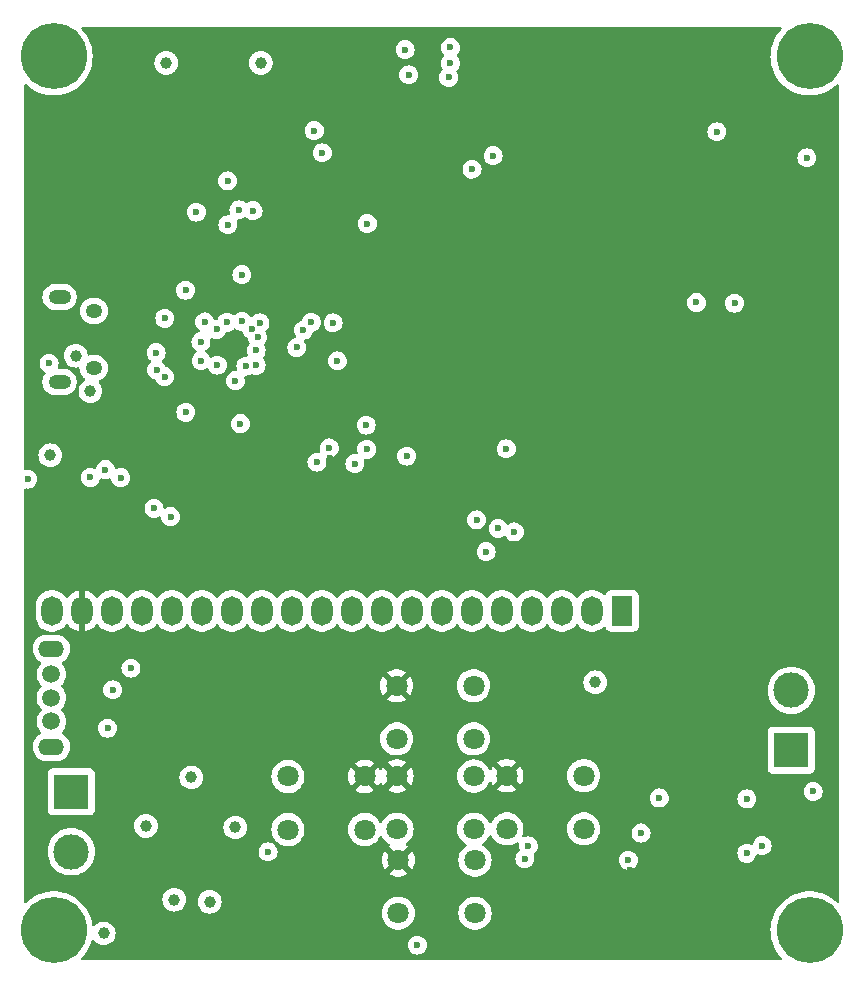
<source format=gbr>
%TF.GenerationSoftware,KiCad,Pcbnew,8.0.0*%
%TF.CreationDate,2024-03-26T22:18:36-07:00*%
%TF.ProjectId,recivier,72656369-7669-4657-922e-6b696361645f,rev?*%
%TF.SameCoordinates,Original*%
%TF.FileFunction,Copper,L3,Inr*%
%TF.FilePolarity,Positive*%
%FSLAX46Y46*%
G04 Gerber Fmt 4.6, Leading zero omitted, Abs format (unit mm)*
G04 Created by KiCad (PCBNEW 8.0.0) date 2024-03-26 22:18:36*
%MOMM*%
%LPD*%
G01*
G04 APERTURE LIST*
%TA.AperFunction,ComponentPad*%
%ADD10C,1.800000*%
%TD*%
%TA.AperFunction,ComponentPad*%
%ADD11C,5.600000*%
%TD*%
%TA.AperFunction,ComponentPad*%
%ADD12R,3.000000X3.000000*%
%TD*%
%TA.AperFunction,ComponentPad*%
%ADD13C,3.000000*%
%TD*%
%TA.AperFunction,ComponentPad*%
%ADD14C,1.000000*%
%TD*%
%TA.AperFunction,ComponentPad*%
%ADD15R,1.800000X2.500000*%
%TD*%
%TA.AperFunction,ComponentPad*%
%ADD16O,1.800000X2.500000*%
%TD*%
%TA.AperFunction,ComponentPad*%
%ADD17O,1.400000X1.200000*%
%TD*%
%TA.AperFunction,ComponentPad*%
%ADD18O,1.900000X1.200000*%
%TD*%
%TA.AperFunction,ComponentPad*%
%ADD19C,1.520000*%
%TD*%
%TA.AperFunction,ComponentPad*%
%ADD20O,2.200000X1.400000*%
%TD*%
%TA.AperFunction,ViaPad*%
%ADD21C,0.600000*%
%TD*%
%TA.AperFunction,ViaPad*%
%ADD22C,1.000000*%
%TD*%
G04 APERTURE END LIST*
D10*
%TO.N,unconnected-(SW2-Pad1)*%
%TO.C,SW2*%
X22833000Y16037600D03*
%TO.N,+3.3VA*%
X29333000Y16037600D03*
%TO.N,/BUTTON2*%
X22833000Y11537600D03*
%TO.N,unconnected-(SW2-Pad4)*%
X29333000Y11537600D03*
%TD*%
%TO.N,+3.3VA*%
%TO.C,SW3*%
X32077400Y16073600D03*
%TO.N,unconnected-(SW3-Pad2)*%
X38577400Y16073600D03*
%TO.N,/BUTTON3*%
X32077400Y11573600D03*
%TO.N,unconnected-(SW3-Pad4)*%
X38577400Y11573600D03*
%TD*%
D11*
%TO.N,GND*%
%TO.C,H1*%
X3000000Y77000000D03*
%TD*%
D12*
%TO.N,Net-(D3-K)*%
%TO.C,J5*%
X4491800Y14738000D03*
D13*
%TO.N,GND*%
X4491800Y9658000D03*
%TD*%
D11*
%TO.N,GND*%
%TO.C,H4*%
X67000000Y3000000D03*
%TD*%
D12*
%TO.N,/AUDIOOUT*%
%TO.C,J4*%
X65451800Y18243200D03*
D13*
%TO.N,GND*%
X65451800Y23323200D03*
%TD*%
D14*
%TO.N,*%
%TO.C,Card1*%
X20538600Y76452400D03*
X12538600Y76452400D03*
%TD*%
D15*
%TO.N,GND*%
%TO.C,DS1*%
X51126200Y30054200D03*
D16*
%TO.N,+5V*%
X48586200Y30054200D03*
%TO.N,Net-(DS1-VO)*%
X46046200Y30054200D03*
%TO.N,/LCD CS 5V*%
X43506200Y30054200D03*
%TO.N,/MOSI 2 5V*%
X40966200Y30054200D03*
%TO.N,/SCLK 2 5V*%
X38426200Y30054200D03*
%TO.N,unconnected-(DS1-DB0-Pad7)*%
X35886200Y30054200D03*
%TO.N,unconnected-(DS1-DB1-Pad8)*%
X33346200Y30054200D03*
%TO.N,unconnected-(DS1-DB2-Pad9)*%
X30806200Y30054200D03*
%TO.N,unconnected-(DS1-DB3-Pad10)*%
X28266200Y30054200D03*
%TO.N,unconnected-(DS1-DB4-Pad11)*%
X25726200Y30054200D03*
%TO.N,unconnected-(DS1-DB5-Pad12)*%
X23186200Y30054200D03*
%TO.N,unconnected-(DS1-DB6-Pad13)*%
X20646200Y30054200D03*
%TO.N,unconnected-(DS1-DB7-Pad14)*%
X18106200Y30054200D03*
%TO.N,GND*%
X15566200Y30054200D03*
%TO.N,unconnected-(DS1-NC-Pad16)*%
X13026200Y30054200D03*
%TO.N,unconnected-(DS1-~{RST}-Pad17)*%
X10486200Y30054200D03*
%TO.N,GND*%
X7946200Y30054200D03*
%TO.N,+3.3VA*%
X5406200Y30054200D03*
%TO.N,GND*%
X2866200Y30054200D03*
%TD*%
D10*
%TO.N,+3.3VA*%
%TO.C,SW5*%
X32179000Y8961600D03*
%TO.N,unconnected-(SW5-Pad2)*%
X38679000Y8961600D03*
%TO.N,/BUTTON5*%
X32179000Y4461600D03*
%TO.N,unconnected-(SW5-Pad4)*%
X38679000Y4461600D03*
%TD*%
D11*
%TO.N,GND*%
%TO.C,H2*%
X67000000Y77000000D03*
%TD*%
%TO.N,GND*%
%TO.C,H3*%
X3000000Y3000000D03*
%TD*%
D10*
%TO.N,+3.3VA*%
%TO.C,SW1*%
X32052000Y23719000D03*
%TO.N,unconnected-(SW1-Pad2)*%
X38552000Y23719000D03*
%TO.N,/BUTTON1*%
X32052000Y19219000D03*
%TO.N,unconnected-(SW1-Pad4)*%
X38552000Y19219000D03*
%TD*%
D17*
%TO.N,unconnected-(J1-Shield-Pad6)*%
%TO.C,J1*%
X6404400Y50608200D03*
%TO.N,N/C*%
X6404400Y55448200D03*
D18*
X3504400Y56628200D03*
X3504400Y49428200D03*
%TD*%
D10*
%TO.N,+3.3VA*%
%TO.C,SW4*%
X41372600Y16103200D03*
%TO.N,unconnected-(SW4-Pad2)*%
X47872600Y16103200D03*
%TO.N,/BUTTON4*%
X41372600Y11603200D03*
%TO.N,unconnected-(SW4-Pad4)*%
X47872600Y11603200D03*
%TD*%
D19*
%TO.N,+BATT*%
%TO.C,SW6*%
X2815400Y24698000D03*
%TO.N,Net-(Q1-S)*%
X2815400Y22698000D03*
%TO.N,unconnected-(SW6-C-Pad3)*%
X2815400Y20698000D03*
D20*
%TO.N,N/C*%
X2815400Y18548000D03*
X2815400Y26848000D03*
%TD*%
D21*
%TO.N,GND*%
X61692600Y9525800D03*
X51659600Y8932400D03*
D22*
X10816400Y11842400D03*
D21*
X12421800Y54819200D03*
X33066800Y75444000D03*
X42896600Y9073800D03*
X7997000Y23374000D03*
D22*
X16208917Y5432200D03*
D21*
X36445000Y75215400D03*
D22*
X13205718Y5603400D03*
X6117400Y48672400D03*
D21*
X21155200Y9658000D03*
X29460000Y45776800D03*
X28508700Y42509388D03*
X19777388Y53898855D03*
X7565200Y20122800D03*
X36597400Y77755400D03*
X29506701Y43723845D03*
X18690400Y64014000D03*
X61692600Y14132400D03*
X14194600Y46869000D03*
X20144108Y50852200D03*
X9546400Y25202800D03*
X60651200Y56114600D03*
X11682600Y51923600D03*
D22*
X14651800Y15957200D03*
D21*
X40214300Y68596100D03*
X33792800Y1757400D03*
X38426200Y67440400D03*
D22*
X7235000Y2744800D03*
D21*
X39620000Y35069200D03*
X16858820Y50864420D03*
X54284753Y14216207D03*
X19274600Y50780600D03*
D22*
X4880912Y51662631D03*
D21*
X62983600Y10173800D03*
X52734392Y11247312D03*
X16800400Y53879561D03*
X11502200Y38741000D03*
X23587400Y52355400D03*
X43187700Y10166000D03*
X57425400Y56165400D03*
X36597400Y76409200D03*
X27033400Y51223400D03*
X32762000Y77577600D03*
X59152600Y70618000D03*
X26335800Y43846400D03*
X66772600Y68408200D03*
X18937514Y58520714D03*
X14169200Y57206800D03*
X18817400Y45903800D03*
D22*
X2713800Y43236800D03*
D21*
X67306000Y14763400D03*
X29561600Y62845600D03*
%TO.N,+3.3VA*%
X61692600Y8282400D03*
D22*
X14397800Y22866000D03*
D21*
X22444902Y43154214D03*
X13635800Y2749200D03*
X27961400Y46234000D03*
X26818400Y49423400D03*
X61311600Y68357400D03*
X15058200Y56075800D03*
X51822595Y8098172D03*
X43125200Y35108800D03*
X15159800Y47961200D03*
X54987000Y10191400D03*
X9952800Y39274400D03*
X59053000Y68433600D03*
X22824961Y51547741D03*
D22*
X12492800Y22866000D03*
D21*
X61718000Y12832400D03*
X13991400Y55454200D03*
X26361200Y43008200D03*
X38197600Y33534000D03*
X13508800Y52266200D03*
X19762587Y57713488D03*
X16658400Y66503200D03*
X23084600Y55088200D03*
X25421400Y49423400D03*
D22*
X38807200Y66253000D03*
D21*
X18233201Y47351601D03*
%TO.N,+1V1*%
X15476130Y52848855D03*
X20140945Y52102200D03*
D22*
%TO.N,+5V*%
X48865600Y24009000D03*
X18385600Y11715400D03*
D21*
%TO.N,/MOSI*%
X25065800Y70719600D03*
X17649000Y54489000D03*
X38807200Y37750400D03*
X25751600Y68840000D03*
%TO.N,/MISO*%
X15083600Y63810800D03*
X19884200Y63937800D03*
%TO.N,VBUS*%
X2612200Y51009200D03*
X800000Y41204800D03*
%TO.N,/SWD*%
X24818504Y54502857D03*
X20468400Y54438200D03*
X26666000Y54438200D03*
%TO.N,/SWCLK*%
X20265200Y53219000D03*
%TO.N,/RUN*%
X24151400Y53828600D03*
%TO.N,/SDA*%
X25294400Y42652600D03*
X32889000Y43160600D03*
%TO.N,/QSPI_SD3*%
X15490000Y51237800D03*
X8682800Y41331800D03*
%TO.N,/QSPI_SCLK*%
X11730800Y50450400D03*
X7387400Y42007200D03*
%TO.N,/QSPI_SDO*%
X12391200Y49891600D03*
X6117400Y41357200D03*
%TO.N,/LCD CS*%
X41321800Y43770200D03*
X42007600Y36734400D03*
%TO.N,/BATT SENSE*%
X12899200Y38029800D03*
X15794800Y54514400D03*
%TO.N,/SCLK*%
X17725200Y66452400D03*
X17750600Y62744000D03*
X40639892Y37029317D03*
X18944775Y54566200D03*
%TO.N,unconnected-(U3-GPIO7-Pad9)*%
X18396232Y49544807D03*
%TD*%
%TA.AperFunction,Conductor*%
%TO.N,+3.3VA*%
G36*
X64595178Y79479815D02*
G01*
X64640933Y79427011D01*
X64650877Y79357853D01*
X64621852Y79294297D01*
X64613423Y79285487D01*
X64606099Y79278550D01*
X64600328Y79273083D01*
X64600324Y79273078D01*
X64368641Y79000320D01*
X64368634Y79000310D01*
X64167790Y78704087D01*
X64167784Y78704078D01*
X64000151Y78387889D01*
X64000142Y78387871D01*
X63867674Y78055400D01*
X63867672Y78055393D01*
X63771932Y77710566D01*
X63771926Y77710540D01*
X63714029Y77357386D01*
X63714028Y77357369D01*
X63697060Y77044405D01*
X63694652Y77000000D01*
X63710821Y76701770D01*
X63714028Y76642632D01*
X63714029Y76642615D01*
X63771926Y76289461D01*
X63771932Y76289435D01*
X63867672Y75944608D01*
X63867674Y75944601D01*
X64000142Y75612130D01*
X64000151Y75612112D01*
X64167784Y75295923D01*
X64167787Y75295918D01*
X64167789Y75295915D01*
X64343917Y75036145D01*
X64368634Y74999691D01*
X64368641Y74999681D01*
X64500499Y74844446D01*
X64600332Y74726914D01*
X64860163Y74480789D01*
X65145081Y74264200D01*
X65451747Y74079685D01*
X65451749Y74079684D01*
X65451751Y74079683D01*
X65451755Y74079681D01*
X65776552Y73929415D01*
X65776565Y73929409D01*
X66115726Y73815132D01*
X66465254Y73738195D01*
X66821052Y73699500D01*
X66821058Y73699500D01*
X67178942Y73699500D01*
X67178948Y73699500D01*
X67534746Y73738195D01*
X67884274Y73815132D01*
X68223435Y73929409D01*
X68548253Y74079685D01*
X68854919Y74264200D01*
X69139837Y74480789D01*
X69290227Y74623247D01*
X69352432Y74655057D01*
X69421964Y74648188D01*
X69476743Y74604817D01*
X69499378Y74538716D01*
X69499500Y74533222D01*
X69499500Y5466779D01*
X69479815Y5399740D01*
X69427011Y5353985D01*
X69357853Y5344041D01*
X69294297Y5373066D01*
X69290247Y5376735D01*
X69139837Y5519211D01*
X69139829Y5519217D01*
X69139827Y5519219D01*
X68996293Y5628330D01*
X68854919Y5735800D01*
X68548253Y5920315D01*
X68548252Y5920316D01*
X68548248Y5920318D01*
X68548244Y5920320D01*
X68223447Y6070586D01*
X68223441Y6070589D01*
X68223435Y6070591D01*
X68053854Y6127730D01*
X67884273Y6184869D01*
X67534744Y6261806D01*
X67178949Y6300500D01*
X67178948Y6300500D01*
X66821052Y6300500D01*
X66821050Y6300500D01*
X66465255Y6261806D01*
X66115726Y6184869D01*
X65859970Y6098694D01*
X65776565Y6070591D01*
X65776563Y6070590D01*
X65776552Y6070586D01*
X65451755Y5920320D01*
X65451751Y5920318D01*
X65279915Y5816927D01*
X65145081Y5735800D01*
X65056768Y5668667D01*
X64860172Y5519219D01*
X64860163Y5519211D01*
X64600331Y5273086D01*
X64368641Y5000320D01*
X64368634Y5000310D01*
X64167790Y4704087D01*
X64167784Y4704078D01*
X64000151Y4387889D01*
X64000142Y4387871D01*
X63867674Y4055400D01*
X63867672Y4055393D01*
X63771932Y3710566D01*
X63771926Y3710540D01*
X63714029Y3357386D01*
X63714028Y3357369D01*
X63694652Y3000003D01*
X63694652Y2999998D01*
X63697855Y2940930D01*
X63708488Y2744800D01*
X63714028Y2642632D01*
X63714029Y2642615D01*
X63771926Y2289461D01*
X63771932Y2289435D01*
X63867672Y1944608D01*
X63867674Y1944601D01*
X64000142Y1612130D01*
X64000151Y1612112D01*
X64167784Y1295923D01*
X64167787Y1295918D01*
X64167789Y1295915D01*
X64346991Y1031611D01*
X64368634Y999691D01*
X64368641Y999681D01*
X64600324Y726923D01*
X64600328Y726918D01*
X64600331Y726916D01*
X64600332Y726914D01*
X64613414Y714522D01*
X64648547Y654131D01*
X64645452Y584330D01*
X64605111Y527282D01*
X64540332Y501101D01*
X64528139Y500500D01*
X5471861Y500500D01*
X5404822Y520185D01*
X5359067Y572989D01*
X5349123Y642147D01*
X5378148Y705703D01*
X5386576Y714514D01*
X5399668Y726914D01*
X5631365Y999689D01*
X5832211Y1295915D01*
X5999853Y1612120D01*
X6132324Y1944597D01*
X6143450Y1984673D01*
X6186024Y2138007D01*
X6222925Y2197337D01*
X6286045Y2227298D01*
X6355343Y2218377D01*
X6401357Y2183499D01*
X6524116Y2033917D01*
X6676460Y1908891D01*
X6676467Y1908887D01*
X6850266Y1815989D01*
X6850269Y1815989D01*
X6850273Y1815986D01*
X7038868Y1758776D01*
X7235000Y1739459D01*
X7417131Y1757397D01*
X32987235Y1757397D01*
X33007430Y1578151D01*
X33007431Y1578146D01*
X33067011Y1407877D01*
X33137357Y1295923D01*
X33162984Y1255138D01*
X33290538Y1127584D01*
X33443278Y1031611D01*
X33534506Y999689D01*
X33613545Y972032D01*
X33613550Y972031D01*
X33792796Y951835D01*
X33792800Y951835D01*
X33792804Y951835D01*
X33972049Y972031D01*
X33972052Y972032D01*
X33972055Y972032D01*
X34142322Y1031611D01*
X34295062Y1127584D01*
X34422616Y1255138D01*
X34518589Y1407878D01*
X34578168Y1578145D01*
X34598365Y1757400D01*
X34581296Y1908890D01*
X34578169Y1936650D01*
X34578168Y1936655D01*
X34575385Y1944608D01*
X34518589Y2106922D01*
X34422616Y2259662D01*
X34295062Y2387216D01*
X34142323Y2483189D01*
X33972054Y2542769D01*
X33972049Y2542770D01*
X33792804Y2562965D01*
X33792796Y2562965D01*
X33613550Y2542770D01*
X33613545Y2542769D01*
X33443276Y2483189D01*
X33290537Y2387216D01*
X33162984Y2259663D01*
X33067011Y2106924D01*
X33007431Y1936655D01*
X33007430Y1936650D01*
X32987235Y1757404D01*
X32987235Y1757397D01*
X7417131Y1757397D01*
X7431132Y1758776D01*
X7619727Y1815986D01*
X7793538Y1908890D01*
X7945883Y2033917D01*
X8070910Y2186262D01*
X8163814Y2360073D01*
X8221024Y2548668D01*
X8240341Y2744800D01*
X8221024Y2940932D01*
X8163814Y3129527D01*
X8163811Y3129531D01*
X8163811Y3129534D01*
X8070913Y3303333D01*
X8070909Y3303340D01*
X7945883Y3455684D01*
X7793539Y3580710D01*
X7793532Y3580714D01*
X7619733Y3673612D01*
X7619727Y3673614D01*
X7431132Y3730824D01*
X7431129Y3730825D01*
X7235000Y3750141D01*
X7038870Y3730825D01*
X6850266Y3673612D01*
X6676467Y3580714D01*
X6676460Y3580710D01*
X6524115Y3455683D01*
X6486066Y3409320D01*
X6428320Y3369986D01*
X6358475Y3368117D01*
X6298707Y3404305D01*
X6267992Y3467061D01*
X6267873Y3467766D01*
X6228071Y3710552D01*
X6132324Y4055403D01*
X6062641Y4230295D01*
X5999857Y4387871D01*
X5999848Y4387889D01*
X5979187Y4426859D01*
X5888422Y4598060D01*
X5832215Y4704078D01*
X5832213Y4704081D01*
X5832211Y4704085D01*
X5631365Y5000311D01*
X5631361Y5000316D01*
X5631358Y5000320D01*
X5399668Y5273086D01*
X5345124Y5324753D01*
X5139837Y5519211D01*
X5139830Y5519217D01*
X5139827Y5519219D01*
X5029088Y5603400D01*
X12200377Y5603400D01*
X12219693Y5407271D01*
X12276906Y5218667D01*
X12369804Y5044868D01*
X12369808Y5044861D01*
X12494834Y4892517D01*
X12647178Y4767491D01*
X12647185Y4767487D01*
X12820984Y4674589D01*
X12820987Y4674589D01*
X12820991Y4674586D01*
X13009586Y4617376D01*
X13205718Y4598059D01*
X13401850Y4617376D01*
X13590445Y4674586D01*
X13624705Y4692898D01*
X13764250Y4767487D01*
X13764256Y4767490D01*
X13916601Y4892517D01*
X14041628Y5044862D01*
X14134532Y5218673D01*
X14191742Y5407268D01*
X14194198Y5432200D01*
X15203576Y5432200D01*
X15222892Y5236071D01*
X15222893Y5236068D01*
X15247316Y5155555D01*
X15280105Y5047467D01*
X15373003Y4873668D01*
X15373007Y4873661D01*
X15498033Y4721317D01*
X15650377Y4596291D01*
X15650384Y4596287D01*
X15824183Y4503389D01*
X15824186Y4503389D01*
X15824190Y4503386D01*
X16012785Y4446176D01*
X16208917Y4426859D01*
X16405049Y4446176D01*
X16455875Y4461594D01*
X30773700Y4461594D01*
X30792864Y4230303D01*
X30792866Y4230292D01*
X30849842Y4005300D01*
X30943075Y3792752D01*
X31070016Y3598453D01*
X31070019Y3598449D01*
X31070021Y3598447D01*
X31227216Y3427687D01*
X31227219Y3427685D01*
X31227222Y3427682D01*
X31410365Y3285136D01*
X31410371Y3285132D01*
X31410374Y3285130D01*
X31614497Y3174664D01*
X31728487Y3135532D01*
X31834015Y3099303D01*
X31834017Y3099303D01*
X31834019Y3099302D01*
X32062951Y3061100D01*
X32062952Y3061100D01*
X32295048Y3061100D01*
X32295049Y3061100D01*
X32523981Y3099302D01*
X32743503Y3174664D01*
X32947626Y3285130D01*
X33130784Y3427687D01*
X33287979Y3598447D01*
X33414924Y3792751D01*
X33508157Y4005300D01*
X33565134Y4230295D01*
X33578192Y4387880D01*
X33584300Y4461594D01*
X37273700Y4461594D01*
X37292864Y4230303D01*
X37292866Y4230292D01*
X37349842Y4005300D01*
X37443075Y3792752D01*
X37570016Y3598453D01*
X37570019Y3598449D01*
X37570021Y3598447D01*
X37727216Y3427687D01*
X37727219Y3427685D01*
X37727222Y3427682D01*
X37910365Y3285136D01*
X37910371Y3285132D01*
X37910374Y3285130D01*
X38114497Y3174664D01*
X38228487Y3135532D01*
X38334015Y3099303D01*
X38334017Y3099303D01*
X38334019Y3099302D01*
X38562951Y3061100D01*
X38562952Y3061100D01*
X38795048Y3061100D01*
X38795049Y3061100D01*
X39023981Y3099302D01*
X39243503Y3174664D01*
X39447626Y3285130D01*
X39630784Y3427687D01*
X39787979Y3598447D01*
X39914924Y3792751D01*
X40008157Y4005300D01*
X40065134Y4230295D01*
X40078192Y4387880D01*
X40084300Y4461594D01*
X40084300Y4461607D01*
X40065135Y4692898D01*
X40065133Y4692909D01*
X40008157Y4917901D01*
X39914924Y5130449D01*
X39787983Y5324748D01*
X39787980Y5324751D01*
X39787979Y5324753D01*
X39630784Y5495513D01*
X39630779Y5495517D01*
X39630777Y5495519D01*
X39447634Y5638065D01*
X39447628Y5638069D01*
X39243504Y5748536D01*
X39243495Y5748539D01*
X39023984Y5823898D01*
X38852282Y5852550D01*
X38795049Y5862100D01*
X38562951Y5862100D01*
X38517164Y5854460D01*
X38334015Y5823898D01*
X38114504Y5748539D01*
X38114495Y5748536D01*
X37910371Y5638069D01*
X37910365Y5638065D01*
X37727222Y5495519D01*
X37727219Y5495516D01*
X37570016Y5324748D01*
X37443075Y5130449D01*
X37349842Y4917901D01*
X37292866Y4692909D01*
X37292864Y4692898D01*
X37273700Y4461607D01*
X37273700Y4461594D01*
X33584300Y4461594D01*
X33584300Y4461607D01*
X33565135Y4692898D01*
X33565133Y4692909D01*
X33508157Y4917901D01*
X33414924Y5130449D01*
X33287983Y5324748D01*
X33287980Y5324751D01*
X33287979Y5324753D01*
X33130784Y5495513D01*
X33130779Y5495517D01*
X33130777Y5495519D01*
X32947634Y5638065D01*
X32947628Y5638069D01*
X32743504Y5748536D01*
X32743495Y5748539D01*
X32523984Y5823898D01*
X32352282Y5852550D01*
X32295049Y5862100D01*
X32062951Y5862100D01*
X32017164Y5854460D01*
X31834015Y5823898D01*
X31614504Y5748539D01*
X31614495Y5748536D01*
X31410371Y5638069D01*
X31410365Y5638065D01*
X31227222Y5495519D01*
X31227219Y5495516D01*
X31070016Y5324748D01*
X30943075Y5130449D01*
X30849842Y4917901D01*
X30792866Y4692909D01*
X30792864Y4692898D01*
X30773700Y4461607D01*
X30773700Y4461594D01*
X16455875Y4461594D01*
X16593644Y4503386D01*
X16767455Y4596290D01*
X16919800Y4721317D01*
X17044827Y4873662D01*
X17136335Y5044861D01*
X17137728Y5047467D01*
X17137728Y5047468D01*
X17137731Y5047473D01*
X17194941Y5236068D01*
X17214258Y5432200D01*
X17194941Y5628332D01*
X17137731Y5816927D01*
X17137728Y5816931D01*
X17137728Y5816934D01*
X17044830Y5990733D01*
X17044826Y5990740D01*
X16919800Y6143084D01*
X16767456Y6268110D01*
X16767449Y6268114D01*
X16593650Y6361012D01*
X16593644Y6361014D01*
X16405049Y6418224D01*
X16405046Y6418225D01*
X16208917Y6437541D01*
X16012787Y6418225D01*
X15824183Y6361012D01*
X15650384Y6268114D01*
X15650377Y6268110D01*
X15498033Y6143084D01*
X15373007Y5990740D01*
X15373003Y5990733D01*
X15280105Y5816934D01*
X15222892Y5628330D01*
X15203576Y5432200D01*
X14194198Y5432200D01*
X14211059Y5603400D01*
X14191742Y5799532D01*
X14134532Y5988127D01*
X14134529Y5988131D01*
X14134529Y5988134D01*
X14041631Y6161933D01*
X14041627Y6161940D01*
X13916601Y6314284D01*
X13764257Y6439310D01*
X13764250Y6439314D01*
X13590451Y6532212D01*
X13590445Y6532214D01*
X13401850Y6589424D01*
X13401847Y6589425D01*
X13205718Y6608741D01*
X13009588Y6589425D01*
X12820984Y6532212D01*
X12647185Y6439314D01*
X12647178Y6439310D01*
X12494834Y6314284D01*
X12369808Y6161940D01*
X12369804Y6161933D01*
X12276906Y5988134D01*
X12219693Y5799530D01*
X12200377Y5603400D01*
X5029088Y5603400D01*
X4996293Y5628330D01*
X4854919Y5735800D01*
X4548253Y5920315D01*
X4548252Y5920316D01*
X4548248Y5920318D01*
X4548244Y5920320D01*
X4223447Y6070586D01*
X4223441Y6070589D01*
X4223435Y6070591D01*
X4053854Y6127730D01*
X3884273Y6184869D01*
X3534744Y6261806D01*
X3178949Y6300500D01*
X3178948Y6300500D01*
X2821052Y6300500D01*
X2821050Y6300500D01*
X2465255Y6261806D01*
X2115726Y6184869D01*
X1859970Y6098694D01*
X1776565Y6070591D01*
X1776563Y6070590D01*
X1776552Y6070586D01*
X1451755Y5920320D01*
X1451751Y5920318D01*
X1279915Y5816927D01*
X1145081Y5735800D01*
X1056768Y5668667D01*
X860172Y5519219D01*
X860165Y5519214D01*
X860163Y5519211D01*
X709772Y5376754D01*
X647567Y5344943D01*
X578036Y5351813D01*
X523257Y5395184D01*
X500622Y5461286D01*
X500500Y5466779D01*
X500500Y9657999D01*
X2486190Y9657999D01*
X2506604Y9372567D01*
X2567428Y9092963D01*
X2567430Y9092957D01*
X2567431Y9092954D01*
X2657140Y8852435D01*
X2667435Y8824834D01*
X2804570Y8573691D01*
X2804575Y8573683D01*
X2976054Y8344613D01*
X2976070Y8344595D01*
X3178394Y8142271D01*
X3178412Y8142255D01*
X3407482Y7970776D01*
X3407490Y7970771D01*
X3658633Y7833636D01*
X3658632Y7833636D01*
X3658636Y7833635D01*
X3658639Y7833633D01*
X3926754Y7733631D01*
X3926760Y7733630D01*
X3926762Y7733629D01*
X4206366Y7672805D01*
X4206368Y7672805D01*
X4206372Y7672804D01*
X4460020Y7654663D01*
X4491799Y7652390D01*
X4491800Y7652390D01*
X4491801Y7652390D01*
X4520395Y7654436D01*
X4777228Y7672804D01*
X4785770Y7674662D01*
X5056837Y7733629D01*
X5056837Y7733630D01*
X5056846Y7733631D01*
X5324961Y7833633D01*
X5576115Y7970774D01*
X5805195Y8142261D01*
X6007539Y8344605D01*
X6179026Y8573685D01*
X6316167Y8824839D01*
X6416169Y9092954D01*
X6471334Y9346546D01*
X6476995Y9372567D01*
X6476995Y9372568D01*
X6476996Y9372572D01*
X6497410Y9657997D01*
X20349635Y9657997D01*
X20369830Y9478751D01*
X20369831Y9478746D01*
X20429411Y9308477D01*
X20501851Y9193191D01*
X20525384Y9155738D01*
X20652938Y9028184D01*
X20743280Y8971418D01*
X20805370Y8932404D01*
X20805678Y8932211D01*
X20975945Y8872632D01*
X20975950Y8872631D01*
X21155196Y8852435D01*
X21155200Y8852435D01*
X21155204Y8852435D01*
X21334449Y8872631D01*
X21334452Y8872632D01*
X21334455Y8872632D01*
X21504722Y8932211D01*
X21657462Y9028184D01*
X21785016Y9155738D01*
X21880989Y9308478D01*
X21940568Y9478745D01*
X21945003Y9518106D01*
X21960765Y9657997D01*
X21960765Y9658004D01*
X21940569Y9837250D01*
X21940568Y9837255D01*
X21885529Y9994546D01*
X21880989Y10007522D01*
X21785016Y10160262D01*
X21657462Y10287816D01*
X21649280Y10292957D01*
X21504723Y10383789D01*
X21334454Y10443369D01*
X21334449Y10443370D01*
X21155204Y10463565D01*
X21155196Y10463565D01*
X20975950Y10443370D01*
X20975945Y10443369D01*
X20805676Y10383789D01*
X20652937Y10287816D01*
X20525384Y10160263D01*
X20429411Y10007524D01*
X20369831Y9837255D01*
X20369830Y9837250D01*
X20349635Y9658004D01*
X20349635Y9657997D01*
X6497410Y9657997D01*
X6497410Y9658000D01*
X6497396Y9658189D01*
X6491691Y9737965D01*
X6476996Y9943428D01*
X6467573Y9986743D01*
X6416171Y10223038D01*
X6416170Y10223040D01*
X6416169Y10223046D01*
X6316167Y10491161D01*
X6309405Y10503544D01*
X6179029Y10742310D01*
X6179024Y10742318D01*
X6007545Y10971388D01*
X6007529Y10971406D01*
X5805205Y11173730D01*
X5805187Y11173746D01*
X5576117Y11345225D01*
X5576109Y11345230D01*
X5324966Y11482365D01*
X5324967Y11482365D01*
X5176857Y11537607D01*
X5056846Y11582369D01*
X5056843Y11582370D01*
X5056837Y11582372D01*
X4777233Y11643196D01*
X4491801Y11663610D01*
X4491799Y11663610D01*
X4206366Y11643196D01*
X3926762Y11582372D01*
X3658633Y11482365D01*
X3407490Y11345230D01*
X3407482Y11345225D01*
X3178412Y11173746D01*
X3178394Y11173730D01*
X2976070Y10971406D01*
X2976054Y10971388D01*
X2804575Y10742318D01*
X2804570Y10742310D01*
X2667435Y10491167D01*
X2567428Y10223038D01*
X2506604Y9943434D01*
X2486190Y9658002D01*
X2486190Y9657999D01*
X500500Y9657999D01*
X500500Y11842400D01*
X9811059Y11842400D01*
X9830375Y11646271D01*
X9830376Y11646268D01*
X9876119Y11495473D01*
X9887588Y11457667D01*
X9980486Y11283868D01*
X9980490Y11283861D01*
X10105516Y11131517D01*
X10257860Y11006491D01*
X10257867Y11006487D01*
X10431666Y10913589D01*
X10431669Y10913589D01*
X10431673Y10913586D01*
X10620268Y10856376D01*
X10816400Y10837059D01*
X11012532Y10856376D01*
X11201127Y10913586D01*
X11239978Y10934352D01*
X11309280Y10971395D01*
X11374938Y11006490D01*
X11527283Y11131517D01*
X11652310Y11283862D01*
X11728585Y11426562D01*
X11745211Y11457667D01*
X11745211Y11457668D01*
X11745214Y11457673D01*
X11802424Y11646268D01*
X11809233Y11715400D01*
X17380259Y11715400D01*
X17399575Y11519271D01*
X17399576Y11519268D01*
X17453261Y11342292D01*
X17456788Y11330667D01*
X17549686Y11156868D01*
X17549690Y11156861D01*
X17674716Y11004517D01*
X17827060Y10879491D01*
X17827067Y10879487D01*
X18000866Y10786589D01*
X18000869Y10786589D01*
X18000873Y10786586D01*
X18189468Y10729376D01*
X18385600Y10710059D01*
X18581732Y10729376D01*
X18770327Y10786586D01*
X18944138Y10879490D01*
X19096483Y11004517D01*
X19221510Y11156862D01*
X19269859Y11247316D01*
X19314411Y11330667D01*
X19314411Y11330668D01*
X19314414Y11330673D01*
X19371624Y11519268D01*
X19373429Y11537594D01*
X21427700Y11537594D01*
X21446864Y11306303D01*
X21446866Y11306292D01*
X21503842Y11081300D01*
X21597075Y10868752D01*
X21724016Y10674453D01*
X21724019Y10674449D01*
X21724021Y10674447D01*
X21881216Y10503687D01*
X21881219Y10503685D01*
X21881222Y10503682D01*
X22064365Y10361136D01*
X22064371Y10361132D01*
X22064374Y10361130D01*
X22268497Y10250664D01*
X22348969Y10223038D01*
X22488015Y10175303D01*
X22488017Y10175303D01*
X22488019Y10175302D01*
X22716951Y10137100D01*
X22716952Y10137100D01*
X22949048Y10137100D01*
X22949049Y10137100D01*
X23177981Y10175302D01*
X23397503Y10250664D01*
X23601626Y10361130D01*
X23630739Y10383789D01*
X23685917Y10426736D01*
X23784784Y10503687D01*
X23941979Y10674447D01*
X24068924Y10868751D01*
X24162157Y11081300D01*
X24219134Y11306295D01*
X24219135Y11306303D01*
X24238300Y11537594D01*
X27927700Y11537594D01*
X27946864Y11306303D01*
X27946866Y11306292D01*
X28003842Y11081300D01*
X28097075Y10868752D01*
X28224016Y10674453D01*
X28224019Y10674449D01*
X28224021Y10674447D01*
X28381216Y10503687D01*
X28381219Y10503685D01*
X28381222Y10503682D01*
X28564365Y10361136D01*
X28564371Y10361132D01*
X28564374Y10361130D01*
X28768497Y10250664D01*
X28848969Y10223038D01*
X28988015Y10175303D01*
X28988017Y10175303D01*
X28988019Y10175302D01*
X29216951Y10137100D01*
X29216952Y10137100D01*
X29449048Y10137100D01*
X29449049Y10137100D01*
X29677981Y10175302D01*
X29897503Y10250664D01*
X30101626Y10361130D01*
X30130739Y10383789D01*
X30185917Y10426736D01*
X30284784Y10503687D01*
X30441979Y10674447D01*
X30568924Y10868751D01*
X30599539Y10938547D01*
X30644494Y10992032D01*
X30711230Y11012723D01*
X30778558Y10994049D01*
X30825102Y10941939D01*
X30826650Y10938548D01*
X30841473Y10904755D01*
X30968416Y10710453D01*
X30968419Y10710449D01*
X30968421Y10710447D01*
X31125616Y10539687D01*
X31125619Y10539685D01*
X31125622Y10539682D01*
X31308765Y10397136D01*
X31308772Y10397132D01*
X31308774Y10397130D01*
X31390217Y10353055D01*
X31398703Y10348463D01*
X31448294Y10299244D01*
X31463402Y10231027D01*
X31439232Y10165471D01*
X31413999Y10141693D01*
X31414695Y10140799D01*
X31380200Y10113953D01*
X31967941Y9526212D01*
X31947409Y9520710D01*
X31810592Y9441718D01*
X31698882Y9330008D01*
X31619890Y9193191D01*
X31614388Y9172658D01*
X31027811Y9759235D01*
X30943516Y9630210D01*
X30850317Y9417736D01*
X30793361Y9192819D01*
X30774202Y8961606D01*
X30774202Y8961595D01*
X30793361Y8730382D01*
X30850317Y8505465D01*
X30943515Y8292994D01*
X31027812Y8163967D01*
X31614388Y8750543D01*
X31619890Y8730009D01*
X31698882Y8593192D01*
X31810592Y8481482D01*
X31947409Y8402490D01*
X31967941Y8396989D01*
X31380201Y7809249D01*
X31410649Y7785550D01*
X31614697Y7675124D01*
X31614706Y7675121D01*
X31834139Y7599789D01*
X32062993Y7561600D01*
X32295007Y7561600D01*
X32523860Y7599789D01*
X32743293Y7675121D01*
X32743301Y7675124D01*
X32947355Y7785553D01*
X32977797Y7809249D01*
X32977798Y7809250D01*
X32390059Y8396989D01*
X32410591Y8402490D01*
X32547408Y8481482D01*
X32659118Y8593192D01*
X32738110Y8730009D01*
X32743611Y8750542D01*
X33330186Y8163967D01*
X33414482Y8292989D01*
X33507682Y8505465D01*
X33564638Y8730382D01*
X33583798Y8961595D01*
X33583798Y8961606D01*
X33564638Y9192819D01*
X33507682Y9417736D01*
X33414484Y9630207D01*
X33330186Y9759235D01*
X32743611Y9172660D01*
X32738110Y9193191D01*
X32659118Y9330008D01*
X32547408Y9441718D01*
X32410591Y9520710D01*
X32390058Y9526212D01*
X32977797Y10113953D01*
X32977797Y10113955D01*
X32947360Y10137645D01*
X32947354Y10137649D01*
X32857721Y10186156D01*
X32808131Y10235376D01*
X32793023Y10303593D01*
X32817194Y10369148D01*
X32842654Y10393111D01*
X32841979Y10393979D01*
X32982931Y10503687D01*
X33029184Y10539687D01*
X33186379Y10710447D01*
X33313324Y10904751D01*
X33406557Y11117300D01*
X33463534Y11342295D01*
X33463777Y11345226D01*
X33482700Y11573594D01*
X37172100Y11573594D01*
X37191264Y11342303D01*
X37191266Y11342292D01*
X37248242Y11117300D01*
X37341475Y10904752D01*
X37468416Y10710453D01*
X37468419Y10710449D01*
X37468421Y10710447D01*
X37625616Y10539687D01*
X37625619Y10539685D01*
X37625622Y10539682D01*
X37808765Y10397136D01*
X37808771Y10397132D01*
X37808774Y10397130D01*
X37890227Y10353050D01*
X37898202Y10348734D01*
X37947792Y10299514D01*
X37962900Y10231297D01*
X37938729Y10165742D01*
X37913693Y10142157D01*
X37914421Y10141221D01*
X37727222Y9995519D01*
X37727219Y9995516D01*
X37727216Y9995514D01*
X37727216Y9995513D01*
X37719145Y9986745D01*
X37570016Y9824748D01*
X37443075Y9630449D01*
X37349842Y9417901D01*
X37292866Y9192909D01*
X37292864Y9192898D01*
X37273700Y8961607D01*
X37273700Y8961594D01*
X37292864Y8730303D01*
X37292866Y8730292D01*
X37349842Y8505300D01*
X37443075Y8292752D01*
X37570016Y8098453D01*
X37570019Y8098449D01*
X37570021Y8098447D01*
X37727216Y7927687D01*
X37727219Y7927685D01*
X37727222Y7927682D01*
X37910365Y7785136D01*
X37910371Y7785132D01*
X37910374Y7785130D01*
X38077860Y7694491D01*
X38113652Y7675121D01*
X38114497Y7674664D01*
X38179379Y7652390D01*
X38334015Y7599303D01*
X38334017Y7599303D01*
X38334019Y7599302D01*
X38562951Y7561100D01*
X38562952Y7561100D01*
X38795048Y7561100D01*
X38795049Y7561100D01*
X39023981Y7599302D01*
X39243503Y7674664D01*
X39447626Y7785130D01*
X39448170Y7785553D01*
X39509947Y7833636D01*
X39630784Y7927687D01*
X39787979Y8098447D01*
X39914924Y8292751D01*
X40008157Y8505300D01*
X40065134Y8730295D01*
X40065135Y8730303D01*
X40084300Y8961594D01*
X40084300Y8961607D01*
X40065135Y9192898D01*
X40065133Y9192909D01*
X40008157Y9417901D01*
X39914924Y9630449D01*
X39787983Y9824748D01*
X39787980Y9824751D01*
X39787979Y9824753D01*
X39630784Y9995513D01*
X39630779Y9995517D01*
X39630777Y9995519D01*
X39447634Y10138065D01*
X39447619Y10138075D01*
X39358197Y10186468D01*
X39308607Y10235687D01*
X39293499Y10303904D01*
X39317670Y10369459D01*
X39342719Y10393029D01*
X39341979Y10393979D01*
X39482931Y10503687D01*
X39529184Y10539687D01*
X39686379Y10710447D01*
X39813324Y10904751D01*
X39867936Y11029256D01*
X39912891Y11082739D01*
X39979626Y11103429D01*
X40046954Y11084755D01*
X40093498Y11032645D01*
X40095047Y11029254D01*
X40136676Y10934350D01*
X40263616Y10740053D01*
X40263619Y10740049D01*
X40263621Y10740047D01*
X40420816Y10569287D01*
X40420819Y10569285D01*
X40420822Y10569282D01*
X40603965Y10426736D01*
X40603971Y10426732D01*
X40603974Y10426730D01*
X40808097Y10316264D01*
X40922087Y10277132D01*
X41027615Y10240903D01*
X41027617Y10240903D01*
X41027619Y10240902D01*
X41256551Y10202700D01*
X41256552Y10202700D01*
X41488648Y10202700D01*
X41488649Y10202700D01*
X41717581Y10240902D01*
X41937103Y10316264D01*
X42141226Y10426730D01*
X42206971Y10477902D01*
X42271964Y10503544D01*
X42340504Y10489978D01*
X42390829Y10441510D01*
X42406961Y10373528D01*
X42402796Y10352295D01*
X42403882Y10352047D01*
X42402330Y10345250D01*
X42382135Y10166004D01*
X42382135Y10165997D01*
X42402330Y9986751D01*
X42402332Y9986743D01*
X42449445Y9852101D01*
X42453006Y9782322D01*
X42418277Y9721695D01*
X42398383Y9706158D01*
X42394340Y9703618D01*
X42394335Y9703614D01*
X42266784Y9576063D01*
X42170811Y9423324D01*
X42111231Y9253055D01*
X42111230Y9253050D01*
X42091035Y9073804D01*
X42091035Y9073797D01*
X42111230Y8894551D01*
X42111231Y8894546D01*
X42170811Y8724277D01*
X42173351Y8720235D01*
X42266784Y8571538D01*
X42394338Y8443984D01*
X42416374Y8430138D01*
X42525449Y8361601D01*
X42547078Y8348011D01*
X42676898Y8302585D01*
X42717345Y8288432D01*
X42717350Y8288431D01*
X42896596Y8268235D01*
X42896600Y8268235D01*
X42896604Y8268235D01*
X43075849Y8288431D01*
X43075852Y8288432D01*
X43075855Y8288432D01*
X43246122Y8348011D01*
X43398862Y8443984D01*
X43526416Y8571538D01*
X43622389Y8724278D01*
X43681968Y8894545D01*
X43682130Y8895984D01*
X43686233Y8932397D01*
X50854035Y8932397D01*
X50874230Y8753151D01*
X50874231Y8753146D01*
X50933811Y8582877D01*
X50997522Y8481482D01*
X51029784Y8430138D01*
X51157338Y8302584D01*
X51310078Y8206611D01*
X51431948Y8163967D01*
X51480345Y8147032D01*
X51480350Y8147031D01*
X51659596Y8126835D01*
X51659600Y8126835D01*
X51659604Y8126835D01*
X51838849Y8147031D01*
X51838852Y8147032D01*
X51838855Y8147032D01*
X52009122Y8206611D01*
X52161862Y8302584D01*
X52289416Y8430138D01*
X52385389Y8582878D01*
X52444968Y8753145D01*
X52444969Y8753151D01*
X52465165Y8932397D01*
X52465165Y8932404D01*
X52444969Y9111650D01*
X52444968Y9111655D01*
X52385388Y9281924D01*
X52299948Y9417900D01*
X52289416Y9434662D01*
X52198281Y9525797D01*
X60887035Y9525797D01*
X60907230Y9346551D01*
X60907231Y9346546D01*
X60966811Y9176277D01*
X61019161Y9092963D01*
X61062784Y9023538D01*
X61190338Y8895984D01*
X61227504Y8872631D01*
X61303564Y8824839D01*
X61343078Y8800011D01*
X61513345Y8740432D01*
X61513350Y8740431D01*
X61692596Y8720235D01*
X61692600Y8720235D01*
X61692604Y8720235D01*
X61871849Y8740431D01*
X61871852Y8740432D01*
X61871855Y8740432D01*
X62042122Y8800011D01*
X62194862Y8895984D01*
X62322416Y9023538D01*
X62418389Y9176278D01*
X62477968Y9346545D01*
X62477969Y9346551D01*
X62479517Y9353332D01*
X62481926Y9352783D01*
X62504538Y9406607D01*
X62562129Y9446167D01*
X62631966Y9448311D01*
X62641654Y9445360D01*
X62804345Y9388432D01*
X62804350Y9388431D01*
X62983596Y9368235D01*
X62983600Y9368235D01*
X62983604Y9368235D01*
X63162849Y9388431D01*
X63162852Y9388432D01*
X63162855Y9388432D01*
X63333122Y9448011D01*
X63485862Y9543984D01*
X63613416Y9671538D01*
X63709389Y9824278D01*
X63768968Y9994545D01*
X63769077Y9995513D01*
X63789165Y10173797D01*
X63789165Y10173804D01*
X63768969Y10353050D01*
X63768968Y10353055D01*
X63725282Y10477901D01*
X63709389Y10523322D01*
X63699109Y10539682D01*
X63618316Y10668263D01*
X63613416Y10676062D01*
X63485862Y10803616D01*
X63432638Y10837059D01*
X63333123Y10899589D01*
X63162854Y10959169D01*
X63162849Y10959170D01*
X62983604Y10979365D01*
X62983596Y10979365D01*
X62804350Y10959170D01*
X62804345Y10959169D01*
X62634076Y10899589D01*
X62481337Y10803616D01*
X62353784Y10676063D01*
X62257811Y10523324D01*
X62198231Y10353055D01*
X62196683Y10346268D01*
X62194280Y10346817D01*
X62171631Y10292957D01*
X62114025Y10253418D01*
X62044187Y10251301D01*
X62034545Y10254241D01*
X61871862Y10311167D01*
X61871849Y10311170D01*
X61692604Y10331365D01*
X61692596Y10331365D01*
X61513350Y10311170D01*
X61513345Y10311169D01*
X61343076Y10251589D01*
X61190337Y10155616D01*
X61062784Y10028063D01*
X60966811Y9875324D01*
X60907231Y9705055D01*
X60907230Y9705050D01*
X60887035Y9525804D01*
X60887035Y9525797D01*
X52198281Y9525797D01*
X52161862Y9562216D01*
X52139825Y9576063D01*
X52009123Y9658189D01*
X51838854Y9717769D01*
X51838849Y9717770D01*
X51659604Y9737965D01*
X51659596Y9737965D01*
X51480350Y9717770D01*
X51480345Y9717769D01*
X51310076Y9658189D01*
X51157337Y9562216D01*
X51029784Y9434663D01*
X50933811Y9281924D01*
X50874231Y9111655D01*
X50874230Y9111650D01*
X50854035Y8932404D01*
X50854035Y8932397D01*
X43686233Y8932397D01*
X43702165Y9073797D01*
X43702165Y9073804D01*
X43681969Y9253050D01*
X43681968Y9253055D01*
X43634854Y9387699D01*
X43631293Y9457478D01*
X43666022Y9518106D01*
X43685925Y9533648D01*
X43689962Y9536184D01*
X43817516Y9663738D01*
X43913489Y9816478D01*
X43973068Y9986745D01*
X43974056Y9995513D01*
X43993265Y10165997D01*
X43993265Y10166004D01*
X43973069Y10345250D01*
X43973068Y10345255D01*
X43956019Y10393979D01*
X43913489Y10515522D01*
X43909718Y10521523D01*
X43817515Y10668263D01*
X43689962Y10795816D01*
X43537223Y10891789D01*
X43366954Y10951369D01*
X43366949Y10951370D01*
X43187704Y10971565D01*
X43187696Y10971565D01*
X43008450Y10951370D01*
X43008445Y10951369D01*
X42838175Y10891789D01*
X42836945Y10891015D01*
X42836034Y10890758D01*
X42831905Y10888769D01*
X42831556Y10889493D01*
X42769708Y10872016D01*
X42702873Y10892385D01*
X42657660Y10945654D01*
X42648424Y11014910D01*
X42657419Y11045821D01*
X42701757Y11146900D01*
X42758734Y11371895D01*
X42763264Y11426562D01*
X42777900Y11603194D01*
X46467300Y11603194D01*
X46486464Y11371903D01*
X46486466Y11371892D01*
X46543442Y11146900D01*
X46636675Y10934352D01*
X46763616Y10740053D01*
X46763619Y10740049D01*
X46763621Y10740047D01*
X46920816Y10569287D01*
X46920819Y10569285D01*
X46920822Y10569282D01*
X47103965Y10426736D01*
X47103971Y10426732D01*
X47103974Y10426730D01*
X47308097Y10316264D01*
X47422087Y10277132D01*
X47527615Y10240903D01*
X47527617Y10240903D01*
X47527619Y10240902D01*
X47756551Y10202700D01*
X47756552Y10202700D01*
X47988648Y10202700D01*
X47988649Y10202700D01*
X48217581Y10240902D01*
X48437103Y10316264D01*
X48641226Y10426730D01*
X48660216Y10441510D01*
X48755309Y10515524D01*
X48824384Y10569287D01*
X48981579Y10740047D01*
X48983058Y10742310D01*
X49018015Y10795816D01*
X49108524Y10934351D01*
X49201757Y11146900D01*
X49227184Y11247309D01*
X51928827Y11247309D01*
X51949022Y11068063D01*
X51949023Y11068058D01*
X52008603Y10897789D01*
X52078475Y10786589D01*
X52104576Y10745050D01*
X52232130Y10617496D01*
X52308854Y10569287D01*
X52382003Y10523324D01*
X52384870Y10521523D01*
X52509535Y10477901D01*
X52555137Y10461944D01*
X52555142Y10461943D01*
X52734388Y10441747D01*
X52734392Y10441747D01*
X52734396Y10441747D01*
X52913641Y10461943D01*
X52913644Y10461944D01*
X52913647Y10461944D01*
X53083914Y10521523D01*
X53236654Y10617496D01*
X53364208Y10745050D01*
X53460181Y10897790D01*
X53519760Y11068057D01*
X53521252Y11081300D01*
X53539957Y11247309D01*
X53539957Y11247316D01*
X53519761Y11426562D01*
X53519760Y11426567D01*
X53508878Y11457667D01*
X53460181Y11596834D01*
X53364208Y11749574D01*
X53236654Y11877128D01*
X53181904Y11911530D01*
X53083915Y11973101D01*
X52913646Y12032681D01*
X52913641Y12032682D01*
X52734396Y12052877D01*
X52734388Y12052877D01*
X52555142Y12032682D01*
X52555137Y12032681D01*
X52384868Y11973101D01*
X52232129Y11877128D01*
X52104576Y11749575D01*
X52008603Y11596836D01*
X51949023Y11426567D01*
X51949022Y11426562D01*
X51928827Y11247316D01*
X51928827Y11247309D01*
X49227184Y11247309D01*
X49258734Y11371895D01*
X49263264Y11426562D01*
X49277900Y11603194D01*
X49277900Y11603207D01*
X49258735Y11834498D01*
X49258733Y11834509D01*
X49201757Y12059501D01*
X49108524Y12272049D01*
X48981583Y12466348D01*
X48981580Y12466351D01*
X48981579Y12466353D01*
X48824384Y12637113D01*
X48824379Y12637117D01*
X48824377Y12637119D01*
X48641234Y12779665D01*
X48641228Y12779669D01*
X48437104Y12890136D01*
X48437095Y12890139D01*
X48217584Y12965498D01*
X48036758Y12995672D01*
X47988649Y13003700D01*
X47756551Y13003700D01*
X47710764Y12996060D01*
X47527615Y12965498D01*
X47308104Y12890139D01*
X47308095Y12890136D01*
X47103971Y12779669D01*
X47103965Y12779665D01*
X46920822Y12637119D01*
X46920819Y12637116D01*
X46920816Y12637114D01*
X46920816Y12637113D01*
X46861867Y12573078D01*
X46763616Y12466348D01*
X46636675Y12272049D01*
X46543442Y12059501D01*
X46486466Y11834509D01*
X46486464Y11834498D01*
X46467300Y11603207D01*
X46467300Y11603194D01*
X42777900Y11603194D01*
X42777900Y11603207D01*
X42758735Y11834498D01*
X42758733Y11834509D01*
X42701757Y12059501D01*
X42608524Y12272049D01*
X42481583Y12466348D01*
X42481580Y12466351D01*
X42481579Y12466353D01*
X42324384Y12637113D01*
X42324379Y12637117D01*
X42324377Y12637119D01*
X42141234Y12779665D01*
X42141228Y12779669D01*
X41937104Y12890136D01*
X41937095Y12890139D01*
X41717584Y12965498D01*
X41536758Y12995672D01*
X41488649Y13003700D01*
X41256551Y13003700D01*
X41210764Y12996060D01*
X41027615Y12965498D01*
X40808104Y12890139D01*
X40808095Y12890136D01*
X40603971Y12779669D01*
X40603965Y12779665D01*
X40420822Y12637119D01*
X40420819Y12637116D01*
X40420816Y12637114D01*
X40420816Y12637113D01*
X40361867Y12573078D01*
X40263616Y12466348D01*
X40136676Y12272051D01*
X40082064Y12147547D01*
X40037108Y12094062D01*
X39970371Y12073372D01*
X39903044Y12092047D01*
X39856500Y12144157D01*
X39854952Y12147548D01*
X39813324Y12242449D01*
X39686383Y12436748D01*
X39686380Y12436751D01*
X39686379Y12436753D01*
X39529184Y12607513D01*
X39529179Y12607517D01*
X39529177Y12607519D01*
X39346034Y12750065D01*
X39346028Y12750069D01*
X39141904Y12860536D01*
X39141895Y12860539D01*
X38922384Y12935898D01*
X38744998Y12965498D01*
X38693449Y12974100D01*
X38461351Y12974100D01*
X38415564Y12966460D01*
X38232415Y12935898D01*
X38012904Y12860539D01*
X38012895Y12860536D01*
X37808771Y12750069D01*
X37808765Y12750065D01*
X37625622Y12607519D01*
X37625619Y12607516D01*
X37468416Y12436748D01*
X37341475Y12242449D01*
X37248242Y12029901D01*
X37191266Y11804909D01*
X37191264Y11804898D01*
X37172100Y11573607D01*
X37172100Y11573594D01*
X33482700Y11573594D01*
X33482700Y11573607D01*
X33463535Y11804898D01*
X33463533Y11804909D01*
X33406557Y12029901D01*
X33313324Y12242449D01*
X33186383Y12436748D01*
X33186380Y12436751D01*
X33186379Y12436753D01*
X33029184Y12607513D01*
X33029179Y12607517D01*
X33029177Y12607519D01*
X32846034Y12750065D01*
X32846028Y12750069D01*
X32641904Y12860536D01*
X32641895Y12860539D01*
X32422384Y12935898D01*
X32244998Y12965498D01*
X32193449Y12974100D01*
X31961351Y12974100D01*
X31915564Y12966460D01*
X31732415Y12935898D01*
X31512904Y12860539D01*
X31512895Y12860536D01*
X31308771Y12750069D01*
X31308765Y12750065D01*
X31125622Y12607519D01*
X31125619Y12607516D01*
X30968416Y12436748D01*
X30841473Y12242446D01*
X30810859Y12172653D01*
X30765903Y12119167D01*
X30699167Y12098478D01*
X30631839Y12117153D01*
X30585296Y12169264D01*
X30583748Y12172654D01*
X30568924Y12206449D01*
X30441983Y12400748D01*
X30441980Y12400751D01*
X30441979Y12400753D01*
X30284784Y12571513D01*
X30284779Y12571517D01*
X30284777Y12571519D01*
X30101634Y12714065D01*
X30101628Y12714069D01*
X29897504Y12824536D01*
X29897495Y12824539D01*
X29677984Y12899898D01*
X29506282Y12928550D01*
X29449049Y12938100D01*
X29216951Y12938100D01*
X29171164Y12930460D01*
X28988015Y12899898D01*
X28768504Y12824539D01*
X28768495Y12824536D01*
X28564371Y12714069D01*
X28564365Y12714065D01*
X28381222Y12571519D01*
X28381219Y12571516D01*
X28224016Y12400748D01*
X28097075Y12206449D01*
X28003842Y11993901D01*
X27946866Y11768909D01*
X27946864Y11768898D01*
X27927700Y11537607D01*
X27927700Y11537594D01*
X24238300Y11537594D01*
X24238300Y11537607D01*
X24219135Y11768898D01*
X24219133Y11768909D01*
X24162157Y11993901D01*
X24068924Y12206449D01*
X23941983Y12400748D01*
X23941980Y12400751D01*
X23941979Y12400753D01*
X23784784Y12571513D01*
X23784779Y12571517D01*
X23784777Y12571519D01*
X23601634Y12714065D01*
X23601628Y12714069D01*
X23397504Y12824536D01*
X23397495Y12824539D01*
X23177984Y12899898D01*
X23006282Y12928550D01*
X22949049Y12938100D01*
X22716951Y12938100D01*
X22671164Y12930460D01*
X22488015Y12899898D01*
X22268504Y12824539D01*
X22268495Y12824536D01*
X22064371Y12714069D01*
X22064365Y12714065D01*
X21881222Y12571519D01*
X21881219Y12571516D01*
X21724016Y12400748D01*
X21597075Y12206449D01*
X21503842Y11993901D01*
X21446866Y11768909D01*
X21446864Y11768898D01*
X21427700Y11537607D01*
X21427700Y11537594D01*
X19373429Y11537594D01*
X19390941Y11715400D01*
X19371624Y11911532D01*
X19314414Y12100127D01*
X19314411Y12100131D01*
X19314411Y12100134D01*
X19221513Y12273933D01*
X19221509Y12273940D01*
X19096483Y12426284D01*
X18944139Y12551310D01*
X18944132Y12551314D01*
X18770333Y12644212D01*
X18770327Y12644214D01*
X18581732Y12701424D01*
X18581729Y12701425D01*
X18385600Y12720741D01*
X18189470Y12701425D01*
X18000866Y12644212D01*
X17827067Y12551314D01*
X17827060Y12551310D01*
X17674716Y12426284D01*
X17549690Y12273940D01*
X17549686Y12273933D01*
X17456788Y12100134D01*
X17399575Y11911530D01*
X17380259Y11715400D01*
X11809233Y11715400D01*
X11821741Y11842400D01*
X11802424Y12038532D01*
X11745214Y12227127D01*
X11745211Y12227131D01*
X11745211Y12227134D01*
X11652313Y12400933D01*
X11652309Y12400940D01*
X11527283Y12553284D01*
X11374939Y12678310D01*
X11374932Y12678314D01*
X11201133Y12771212D01*
X11201127Y12771214D01*
X11012532Y12828424D01*
X11012529Y12828425D01*
X10816400Y12847741D01*
X10620270Y12828425D01*
X10431666Y12771212D01*
X10257867Y12678314D01*
X10257860Y12678310D01*
X10105516Y12553284D01*
X9980490Y12400940D01*
X9980486Y12400933D01*
X9887588Y12227134D01*
X9830375Y12038530D01*
X9811059Y11842400D01*
X500500Y11842400D01*
X500500Y13190130D01*
X2491300Y13190130D01*
X2491301Y13190124D01*
X2497708Y13130517D01*
X2548002Y12995672D01*
X2548006Y12995665D01*
X2634252Y12880456D01*
X2634255Y12880453D01*
X2749464Y12794207D01*
X2749471Y12794203D01*
X2884317Y12743909D01*
X2884316Y12743909D01*
X2891244Y12743165D01*
X2943927Y12737500D01*
X6039672Y12737501D01*
X6099283Y12743909D01*
X6234131Y12794204D01*
X6349346Y12880454D01*
X6435596Y12995669D01*
X6485891Y13130517D01*
X6492300Y13190127D01*
X6492300Y14216204D01*
X53479188Y14216204D01*
X53499383Y14036958D01*
X53499384Y14036953D01*
X53558964Y13866684D01*
X53611623Y13782878D01*
X53654937Y13713945D01*
X53782491Y13586391D01*
X53935231Y13490418D01*
X54105498Y13430839D01*
X54105503Y13430838D01*
X54284749Y13410642D01*
X54284753Y13410642D01*
X54284757Y13410642D01*
X54464002Y13430838D01*
X54464005Y13430839D01*
X54464008Y13430839D01*
X54634275Y13490418D01*
X54787015Y13586391D01*
X54914569Y13713945D01*
X55010542Y13866685D01*
X55070121Y14036952D01*
X55070122Y14036958D01*
X55080875Y14132397D01*
X60887035Y14132397D01*
X60907230Y13953151D01*
X60907231Y13953146D01*
X60966811Y13782877D01*
X61062784Y13630138D01*
X61190338Y13502584D01*
X61280680Y13445818D01*
X61336662Y13410642D01*
X61343078Y13406611D01*
X61513345Y13347032D01*
X61513350Y13347031D01*
X61692596Y13326835D01*
X61692600Y13326835D01*
X61692604Y13326835D01*
X61871849Y13347031D01*
X61871852Y13347032D01*
X61871855Y13347032D01*
X62042122Y13406611D01*
X62194862Y13502584D01*
X62322416Y13630138D01*
X62418389Y13782878D01*
X62477968Y13953145D01*
X62477969Y13953151D01*
X62498165Y14132397D01*
X62498165Y14132404D01*
X62477969Y14311650D01*
X62477968Y14311655D01*
X62442199Y14413877D01*
X62418389Y14481922D01*
X62322416Y14634662D01*
X62194862Y14762216D01*
X62192982Y14763397D01*
X66500435Y14763397D01*
X66520630Y14584151D01*
X66520631Y14584146D01*
X66580211Y14413877D01*
X66644442Y14311655D01*
X66676184Y14261138D01*
X66803738Y14133584D01*
X66956478Y14037611D01*
X67126745Y13978032D01*
X67126750Y13978031D01*
X67305996Y13957835D01*
X67306000Y13957835D01*
X67306004Y13957835D01*
X67485249Y13978031D01*
X67485252Y13978032D01*
X67485255Y13978032D01*
X67655522Y14037611D01*
X67808262Y14133584D01*
X67935816Y14261138D01*
X68031789Y14413878D01*
X68091368Y14584145D01*
X68109030Y14740902D01*
X68111565Y14763397D01*
X68111565Y14763404D01*
X68091369Y14942650D01*
X68091368Y14942655D01*
X68047058Y15069285D01*
X68031789Y15112922D01*
X68026530Y15121291D01*
X67935815Y15265663D01*
X67808262Y15393216D01*
X67655523Y15489189D01*
X67485254Y15548769D01*
X67485249Y15548770D01*
X67306004Y15568965D01*
X67305996Y15568965D01*
X67126750Y15548770D01*
X67126745Y15548769D01*
X66956476Y15489189D01*
X66803737Y15393216D01*
X66676184Y15265663D01*
X66580211Y15112924D01*
X66520631Y14942655D01*
X66520630Y14942650D01*
X66500435Y14763404D01*
X66500435Y14763397D01*
X62192982Y14763397D01*
X62192971Y14763404D01*
X62042123Y14858189D01*
X61871854Y14917769D01*
X61871849Y14917770D01*
X61692604Y14937965D01*
X61692596Y14937965D01*
X61513350Y14917770D01*
X61513345Y14917769D01*
X61343076Y14858189D01*
X61190337Y14762216D01*
X61062784Y14634663D01*
X60966811Y14481924D01*
X60907231Y14311655D01*
X60907230Y14311650D01*
X60887035Y14132404D01*
X60887035Y14132397D01*
X55080875Y14132397D01*
X55090318Y14216204D01*
X55090318Y14216211D01*
X55070122Y14395457D01*
X55070121Y14395462D01*
X55039867Y14481922D01*
X55010542Y14565729D01*
X54998970Y14584145D01*
X54942762Y14673600D01*
X54914569Y14718469D01*
X54787015Y14846023D01*
X54767653Y14858189D01*
X54634276Y14941996D01*
X54464007Y15001576D01*
X54464002Y15001577D01*
X54284757Y15021772D01*
X54284749Y15021772D01*
X54105503Y15001577D01*
X54105498Y15001576D01*
X53935229Y14941996D01*
X53782490Y14846023D01*
X53654937Y14718470D01*
X53558964Y14565731D01*
X53499384Y14395462D01*
X53499383Y14395457D01*
X53479188Y14216211D01*
X53479188Y14216204D01*
X6492300Y14216204D01*
X6492299Y15957200D01*
X13646459Y15957200D01*
X13665775Y15761071D01*
X13673747Y15734792D01*
X13720308Y15581300D01*
X13722988Y15572467D01*
X13815886Y15398668D01*
X13815890Y15398661D01*
X13940916Y15246317D01*
X14093260Y15121291D01*
X14093267Y15121287D01*
X14267066Y15028389D01*
X14267069Y15028389D01*
X14267073Y15028386D01*
X14455668Y14971176D01*
X14651800Y14951859D01*
X14847932Y14971176D01*
X15036527Y15028386D01*
X15057661Y15039682D01*
X15123432Y15074838D01*
X15210338Y15121290D01*
X15362683Y15246317D01*
X15487710Y15398662D01*
X15549621Y15514490D01*
X15580611Y15572467D01*
X15580611Y15572468D01*
X15580614Y15572473D01*
X15637824Y15761068D01*
X15657141Y15957200D01*
X15649223Y16037594D01*
X21427700Y16037594D01*
X21446864Y15806303D01*
X21446866Y15806292D01*
X21503842Y15581300D01*
X21597075Y15368752D01*
X21724016Y15174453D01*
X21724019Y15174449D01*
X21724021Y15174447D01*
X21881216Y15003687D01*
X21881219Y15003685D01*
X21881222Y15003682D01*
X22064365Y14861136D01*
X22064371Y14861132D01*
X22064374Y14861130D01*
X22201973Y14786665D01*
X22267652Y14751121D01*
X22268497Y14750664D01*
X22362275Y14718470D01*
X22488015Y14675303D01*
X22488017Y14675303D01*
X22488019Y14675302D01*
X22716951Y14637100D01*
X22716952Y14637100D01*
X22949048Y14637100D01*
X22949049Y14637100D01*
X23177981Y14675302D01*
X23397503Y14750664D01*
X23601626Y14861130D01*
X23602170Y14861553D01*
X23716897Y14950849D01*
X23784784Y15003687D01*
X23941979Y15174447D01*
X24068924Y15368751D01*
X24162157Y15581300D01*
X24219134Y15806295D01*
X24219135Y15806303D01*
X24238300Y16037594D01*
X24238300Y16037595D01*
X27928202Y16037595D01*
X27947361Y15806382D01*
X28004317Y15581465D01*
X28097515Y15368994D01*
X28181812Y15239967D01*
X28768388Y15826543D01*
X28773890Y15806009D01*
X28852882Y15669192D01*
X28964592Y15557482D01*
X29101409Y15478490D01*
X29121941Y15472989D01*
X28534201Y14885249D01*
X28564649Y14861550D01*
X28768697Y14751124D01*
X28768706Y14751121D01*
X28988139Y14675789D01*
X29216993Y14637600D01*
X29449007Y14637600D01*
X29677860Y14675789D01*
X29897293Y14751121D01*
X29897301Y14751124D01*
X30101355Y14861553D01*
X30131797Y14885249D01*
X30131798Y14885250D01*
X29544059Y15472989D01*
X29564591Y15478490D01*
X29701408Y15557482D01*
X29813118Y15669192D01*
X29892110Y15806009D01*
X29897611Y15826542D01*
X30484186Y15239967D01*
X30568483Y15368991D01*
X30599539Y15439791D01*
X30644494Y15493277D01*
X30711230Y15513968D01*
X30778558Y15495294D01*
X30825102Y15443184D01*
X30826651Y15439793D01*
X30841916Y15404992D01*
X30926212Y15275967D01*
X31512788Y15862543D01*
X31518290Y15842009D01*
X31597282Y15705192D01*
X31708992Y15593482D01*
X31845809Y15514490D01*
X31866341Y15508989D01*
X31278601Y14921249D01*
X31309049Y14897550D01*
X31513097Y14787124D01*
X31513106Y14787121D01*
X31732539Y14711789D01*
X31961393Y14673600D01*
X32193407Y14673600D01*
X32422260Y14711789D01*
X32641693Y14787121D01*
X32641701Y14787124D01*
X32845755Y14897553D01*
X32876197Y14921249D01*
X32876198Y14921250D01*
X32288459Y15508989D01*
X32308991Y15514490D01*
X32445808Y15593482D01*
X32557518Y15705192D01*
X32636510Y15842009D01*
X32642011Y15862542D01*
X33228586Y15275967D01*
X33312882Y15404989D01*
X33406082Y15617465D01*
X33463038Y15842382D01*
X33482198Y16073594D01*
X37172100Y16073594D01*
X37191264Y15842303D01*
X37191266Y15842292D01*
X37248242Y15617300D01*
X37341475Y15404752D01*
X37468416Y15210453D01*
X37468419Y15210449D01*
X37468421Y15210447D01*
X37625616Y15039687D01*
X37625619Y15039685D01*
X37625622Y15039682D01*
X37808765Y14897136D01*
X37808771Y14897132D01*
X37808774Y14897130D01*
X37957351Y14816724D01*
X38012052Y14787121D01*
X38012897Y14786664D01*
X38117767Y14750662D01*
X38232415Y14711303D01*
X38232417Y14711303D01*
X38232419Y14711302D01*
X38461351Y14673100D01*
X38461352Y14673100D01*
X38693448Y14673100D01*
X38693449Y14673100D01*
X38922381Y14711302D01*
X39141903Y14786664D01*
X39346026Y14897130D01*
X39346570Y14897553D01*
X39480217Y15001575D01*
X39529184Y15039687D01*
X39686379Y15210447D01*
X39813324Y15404751D01*
X39868209Y15529877D01*
X39913165Y15583362D01*
X39979901Y15604052D01*
X40047229Y15585377D01*
X40093772Y15533267D01*
X40095321Y15529876D01*
X40137115Y15434594D01*
X40221412Y15305567D01*
X40807988Y15892143D01*
X40813490Y15871609D01*
X40892482Y15734792D01*
X41004192Y15623082D01*
X41141009Y15544090D01*
X41161541Y15538589D01*
X40573801Y14950849D01*
X40604249Y14927150D01*
X40808297Y14816724D01*
X40808306Y14816721D01*
X41027739Y14741389D01*
X41256593Y14703200D01*
X41488607Y14703200D01*
X41717460Y14741389D01*
X41936893Y14816721D01*
X41936901Y14816724D01*
X42140955Y14927153D01*
X42171397Y14950849D01*
X42171398Y14950850D01*
X41583659Y15538589D01*
X41604191Y15544090D01*
X41741008Y15623082D01*
X41852718Y15734792D01*
X41931710Y15871609D01*
X41937211Y15892142D01*
X42523786Y15305567D01*
X42608082Y15434589D01*
X42701282Y15647065D01*
X42758238Y15871982D01*
X42777398Y16103194D01*
X46467300Y16103194D01*
X46486464Y15871903D01*
X46486466Y15871892D01*
X46543442Y15646900D01*
X46636675Y15434352D01*
X46763616Y15240053D01*
X46763619Y15240049D01*
X46763621Y15240047D01*
X46920816Y15069287D01*
X46920819Y15069285D01*
X46920822Y15069282D01*
X47103965Y14926736D01*
X47103971Y14926732D01*
X47103974Y14926730D01*
X47253107Y14846023D01*
X47307252Y14816721D01*
X47308097Y14816264D01*
X47392979Y14787124D01*
X47527615Y14740903D01*
X47527617Y14740903D01*
X47527619Y14740902D01*
X47756551Y14702700D01*
X47756552Y14702700D01*
X47988648Y14702700D01*
X47988649Y14702700D01*
X48217581Y14740902D01*
X48437103Y14816264D01*
X48641226Y14926730D01*
X48641770Y14927153D01*
X48737387Y15001575D01*
X48824384Y15069287D01*
X48981579Y15240047D01*
X49108524Y15434351D01*
X49201757Y15646900D01*
X49258734Y15871895D01*
X49258735Y15871903D01*
X49277900Y16103194D01*
X49277900Y16103207D01*
X49258735Y16334498D01*
X49258733Y16334509D01*
X49201757Y16559501D01*
X49142176Y16695330D01*
X63451300Y16695330D01*
X63451301Y16695324D01*
X63457708Y16635717D01*
X63508002Y16500872D01*
X63508006Y16500865D01*
X63594252Y16385656D01*
X63594255Y16385653D01*
X63709464Y16299407D01*
X63709471Y16299403D01*
X63844317Y16249109D01*
X63844316Y16249109D01*
X63851244Y16248365D01*
X63903927Y16242700D01*
X66999672Y16242701D01*
X67059283Y16249109D01*
X67194131Y16299404D01*
X67309346Y16385654D01*
X67395596Y16500869D01*
X67445891Y16635717D01*
X67452300Y16695327D01*
X67452299Y19791072D01*
X67445891Y19850683D01*
X67433214Y19884671D01*
X67395597Y19985529D01*
X67395593Y19985536D01*
X67309347Y20100745D01*
X67309344Y20100748D01*
X67194135Y20186994D01*
X67194128Y20186998D01*
X67059282Y20237292D01*
X67059283Y20237292D01*
X66999683Y20243699D01*
X66999681Y20243700D01*
X66999673Y20243700D01*
X66999664Y20243700D01*
X63903929Y20243700D01*
X63903923Y20243699D01*
X63844316Y20237292D01*
X63709471Y20186998D01*
X63709464Y20186994D01*
X63594255Y20100748D01*
X63594252Y20100745D01*
X63508006Y19985536D01*
X63508002Y19985529D01*
X63457708Y19850683D01*
X63454439Y19820273D01*
X63451301Y19791077D01*
X63451300Y19791065D01*
X63451300Y16695330D01*
X49142176Y16695330D01*
X49108524Y16772049D01*
X48981583Y16966348D01*
X48981580Y16966351D01*
X48981579Y16966353D01*
X48824384Y17137113D01*
X48824379Y17137117D01*
X48824377Y17137119D01*
X48641234Y17279665D01*
X48641228Y17279669D01*
X48437104Y17390136D01*
X48437095Y17390139D01*
X48217584Y17465498D01*
X48045882Y17494150D01*
X47988649Y17503700D01*
X47756551Y17503700D01*
X47710764Y17496060D01*
X47527615Y17465498D01*
X47308104Y17390139D01*
X47308095Y17390136D01*
X47103971Y17279669D01*
X47103965Y17279665D01*
X46920822Y17137119D01*
X46920819Y17137116D01*
X46920816Y17137114D01*
X46920816Y17137113D01*
X46861867Y17073078D01*
X46763616Y16966348D01*
X46636675Y16772049D01*
X46543442Y16559501D01*
X46486466Y16334509D01*
X46486464Y16334498D01*
X46467300Y16103207D01*
X46467300Y16103194D01*
X42777398Y16103194D01*
X42777398Y16103195D01*
X42777398Y16103206D01*
X42758238Y16334419D01*
X42701282Y16559336D01*
X42608084Y16771807D01*
X42523786Y16900835D01*
X41937211Y16314260D01*
X41931710Y16334791D01*
X41852718Y16471608D01*
X41741008Y16583318D01*
X41604191Y16662310D01*
X41583658Y16667812D01*
X42171397Y17255553D01*
X42171397Y17255555D01*
X42140960Y17279245D01*
X42140954Y17279249D01*
X41936902Y17389677D01*
X41936893Y17389680D01*
X41717460Y17465012D01*
X41488607Y17503200D01*
X41256593Y17503200D01*
X41027739Y17465012D01*
X40808306Y17389680D01*
X40808297Y17389677D01*
X40604250Y17279251D01*
X40573800Y17255553D01*
X41161541Y16667812D01*
X41141009Y16662310D01*
X41004192Y16583318D01*
X40892482Y16471608D01*
X40813490Y16334791D01*
X40807988Y16314258D01*
X40221411Y16900835D01*
X40137116Y16771810D01*
X40082337Y16646925D01*
X40037381Y16593439D01*
X39970645Y16572749D01*
X39903317Y16591424D01*
X39856774Y16643534D01*
X39855225Y16646925D01*
X39813324Y16742449D01*
X39686383Y16936748D01*
X39686380Y16936751D01*
X39686379Y16936753D01*
X39529184Y17107513D01*
X39529179Y17107517D01*
X39529177Y17107519D01*
X39346034Y17250065D01*
X39346028Y17250069D01*
X39141904Y17360536D01*
X39141895Y17360539D01*
X38922384Y17435898D01*
X38744998Y17465498D01*
X38693449Y17474100D01*
X38461351Y17474100D01*
X38415564Y17466460D01*
X38232415Y17435898D01*
X38012904Y17360539D01*
X38012895Y17360536D01*
X37808771Y17250069D01*
X37808765Y17250065D01*
X37625622Y17107519D01*
X37625619Y17107516D01*
X37468416Y16936748D01*
X37341475Y16742449D01*
X37248242Y16529901D01*
X37191266Y16304909D01*
X37191264Y16304898D01*
X37172100Y16073607D01*
X37172100Y16073594D01*
X33482198Y16073594D01*
X33482198Y16073595D01*
X33482198Y16073606D01*
X33463038Y16304819D01*
X33406082Y16529736D01*
X33312884Y16742207D01*
X33228586Y16871235D01*
X32642011Y16284660D01*
X32636510Y16305191D01*
X32557518Y16442008D01*
X32445808Y16553718D01*
X32308991Y16632710D01*
X32288458Y16638212D01*
X32876197Y17225953D01*
X32876197Y17225955D01*
X32845760Y17249645D01*
X32845754Y17249649D01*
X32641702Y17360077D01*
X32641693Y17360080D01*
X32422260Y17435412D01*
X32193407Y17473600D01*
X31961393Y17473600D01*
X31732539Y17435412D01*
X31513106Y17360080D01*
X31513097Y17360077D01*
X31309050Y17249651D01*
X31278600Y17225953D01*
X31866341Y16638212D01*
X31845809Y16632710D01*
X31708992Y16553718D01*
X31597282Y16442008D01*
X31518290Y16305191D01*
X31512788Y16284658D01*
X30926211Y16871235D01*
X30841917Y16742212D01*
X30810860Y16671408D01*
X30765903Y16617923D01*
X30699167Y16597233D01*
X30631839Y16615908D01*
X30585296Y16668019D01*
X30583748Y16671410D01*
X30568485Y16706205D01*
X30484186Y16835235D01*
X29897611Y16248660D01*
X29892110Y16269191D01*
X29813118Y16406008D01*
X29701408Y16517718D01*
X29564591Y16596710D01*
X29544058Y16602212D01*
X30131797Y17189953D01*
X30131797Y17189955D01*
X30101360Y17213645D01*
X30101354Y17213649D01*
X29897302Y17324077D01*
X29897293Y17324080D01*
X29677860Y17399412D01*
X29449007Y17437600D01*
X29216993Y17437600D01*
X28988139Y17399412D01*
X28768706Y17324080D01*
X28768697Y17324077D01*
X28564650Y17213651D01*
X28534200Y17189953D01*
X29121941Y16602212D01*
X29101409Y16596710D01*
X28964592Y16517718D01*
X28852882Y16406008D01*
X28773890Y16269191D01*
X28768388Y16248658D01*
X28181811Y16835235D01*
X28097516Y16706210D01*
X28004317Y16493736D01*
X27947361Y16268819D01*
X27928202Y16037606D01*
X27928202Y16037595D01*
X24238300Y16037595D01*
X24238300Y16037607D01*
X24219135Y16268898D01*
X24219133Y16268909D01*
X24162157Y16493901D01*
X24068924Y16706449D01*
X23941983Y16900748D01*
X23941980Y16900751D01*
X23941979Y16900753D01*
X23784784Y17071513D01*
X23784779Y17071517D01*
X23784777Y17071519D01*
X23601634Y17214065D01*
X23601628Y17214069D01*
X23397504Y17324536D01*
X23397495Y17324539D01*
X23177984Y17399898D01*
X22965157Y17435412D01*
X22949049Y17438100D01*
X22716951Y17438100D01*
X22700843Y17435412D01*
X22488015Y17399898D01*
X22268504Y17324539D01*
X22268495Y17324536D01*
X22064371Y17214069D01*
X22064365Y17214065D01*
X21881222Y17071519D01*
X21881219Y17071516D01*
X21724016Y16900748D01*
X21597075Y16706449D01*
X21503842Y16493901D01*
X21446866Y16268909D01*
X21446864Y16268898D01*
X21427700Y16037607D01*
X21427700Y16037594D01*
X15649223Y16037594D01*
X15637824Y16153332D01*
X15580614Y16341927D01*
X15580611Y16341931D01*
X15580611Y16341934D01*
X15487713Y16515733D01*
X15487709Y16515740D01*
X15362683Y16668084D01*
X15210339Y16793110D01*
X15210332Y16793114D01*
X15036533Y16886012D01*
X15036527Y16886014D01*
X14910797Y16924154D01*
X14847929Y16943225D01*
X14651800Y16962541D01*
X14455670Y16943225D01*
X14267066Y16886012D01*
X14093267Y16793114D01*
X14093260Y16793110D01*
X13940916Y16668084D01*
X13815890Y16515740D01*
X13815886Y16515733D01*
X13722988Y16341934D01*
X13665775Y16153330D01*
X13646459Y15957200D01*
X6492299Y15957200D01*
X6492299Y16285872D01*
X6485891Y16345483D01*
X6470908Y16385654D01*
X6435597Y16480329D01*
X6435593Y16480336D01*
X6349347Y16595545D01*
X6349344Y16595548D01*
X6234135Y16681794D01*
X6234128Y16681798D01*
X6099282Y16732092D01*
X6099283Y16732092D01*
X6039683Y16738499D01*
X6039681Y16738500D01*
X6039673Y16738500D01*
X6039664Y16738500D01*
X2943929Y16738500D01*
X2943923Y16738499D01*
X2884316Y16732092D01*
X2749471Y16681798D01*
X2749464Y16681794D01*
X2634255Y16595548D01*
X2634252Y16595545D01*
X2548006Y16480336D01*
X2548002Y16480329D01*
X2497708Y16345483D01*
X2491301Y16285884D01*
X2491301Y16285877D01*
X2491300Y16285865D01*
X2491300Y13190130D01*
X500500Y13190130D01*
X500500Y18453514D01*
X1214900Y18453514D01*
X1244459Y18266882D01*
X1302854Y18087164D01*
X1381882Y17932065D01*
X1388640Y17918801D01*
X1499710Y17765927D01*
X1633327Y17632310D01*
X1786201Y17521240D01*
X1821607Y17503200D01*
X1954563Y17435455D01*
X1954565Y17435455D01*
X1954568Y17435453D01*
X2050897Y17404154D01*
X2134281Y17377060D01*
X2320914Y17347500D01*
X2320919Y17347500D01*
X3309886Y17347500D01*
X3496518Y17377060D01*
X3676232Y17435453D01*
X3844599Y17521240D01*
X3997473Y17632310D01*
X4131090Y17765927D01*
X4242160Y17918801D01*
X4327947Y18087168D01*
X4386340Y18266882D01*
X4415900Y18453514D01*
X4415900Y18642487D01*
X4386340Y18829119D01*
X4327945Y19008837D01*
X4242159Y19177200D01*
X4211794Y19218994D01*
X30646700Y19218994D01*
X30665864Y18987703D01*
X30665866Y18987692D01*
X30722842Y18762700D01*
X30816075Y18550152D01*
X30943016Y18355853D01*
X30943019Y18355849D01*
X30943021Y18355847D01*
X31100216Y18185087D01*
X31100219Y18185085D01*
X31100222Y18185082D01*
X31283365Y18042536D01*
X31283371Y18042532D01*
X31283374Y18042530D01*
X31487497Y17932064D01*
X31601487Y17892932D01*
X31707015Y17856703D01*
X31707017Y17856703D01*
X31707019Y17856702D01*
X31935951Y17818500D01*
X31935952Y17818500D01*
X32168048Y17818500D01*
X32168049Y17818500D01*
X32396981Y17856702D01*
X32616503Y17932064D01*
X32820626Y18042530D01*
X33003784Y18185087D01*
X33160979Y18355847D01*
X33287924Y18550151D01*
X33381157Y18762700D01*
X33438134Y18987695D01*
X33438135Y18987703D01*
X33457300Y19218994D01*
X37146700Y19218994D01*
X37165864Y18987703D01*
X37165866Y18987692D01*
X37222842Y18762700D01*
X37316075Y18550152D01*
X37443016Y18355853D01*
X37443019Y18355849D01*
X37443021Y18355847D01*
X37600216Y18185087D01*
X37600219Y18185085D01*
X37600222Y18185082D01*
X37783365Y18042536D01*
X37783371Y18042532D01*
X37783374Y18042530D01*
X37987497Y17932064D01*
X38101487Y17892932D01*
X38207015Y17856703D01*
X38207017Y17856703D01*
X38207019Y17856702D01*
X38435951Y17818500D01*
X38435952Y17818500D01*
X38668048Y17818500D01*
X38668049Y17818500D01*
X38896981Y17856702D01*
X39116503Y17932064D01*
X39320626Y18042530D01*
X39503784Y18185087D01*
X39660979Y18355847D01*
X39787924Y18550151D01*
X39881157Y18762700D01*
X39938134Y18987695D01*
X39938135Y18987703D01*
X39957300Y19218994D01*
X39957300Y19219007D01*
X39938135Y19450298D01*
X39938133Y19450309D01*
X39881157Y19675301D01*
X39787924Y19887849D01*
X39660983Y20082148D01*
X39660980Y20082151D01*
X39660979Y20082153D01*
X39503784Y20252913D01*
X39503779Y20252917D01*
X39503777Y20252919D01*
X39320634Y20395465D01*
X39320628Y20395469D01*
X39116504Y20505936D01*
X39116495Y20505939D01*
X38896984Y20581298D01*
X38725282Y20609950D01*
X38668049Y20619500D01*
X38435951Y20619500D01*
X38390164Y20611860D01*
X38207015Y20581298D01*
X37987504Y20505939D01*
X37987495Y20505936D01*
X37783371Y20395469D01*
X37783365Y20395465D01*
X37600222Y20252919D01*
X37600219Y20252916D01*
X37443016Y20082148D01*
X37316075Y19887849D01*
X37222842Y19675301D01*
X37165866Y19450309D01*
X37165864Y19450298D01*
X37146700Y19219007D01*
X37146700Y19218994D01*
X33457300Y19218994D01*
X33457300Y19219007D01*
X33438135Y19450298D01*
X33438133Y19450309D01*
X33381157Y19675301D01*
X33287924Y19887849D01*
X33160983Y20082148D01*
X33160980Y20082151D01*
X33160979Y20082153D01*
X33003784Y20252913D01*
X33003779Y20252917D01*
X33003777Y20252919D01*
X32820634Y20395465D01*
X32820628Y20395469D01*
X32616504Y20505936D01*
X32616495Y20505939D01*
X32396984Y20581298D01*
X32225282Y20609950D01*
X32168049Y20619500D01*
X31935951Y20619500D01*
X31890164Y20611860D01*
X31707015Y20581298D01*
X31487504Y20505939D01*
X31487495Y20505936D01*
X31283371Y20395469D01*
X31283365Y20395465D01*
X31100222Y20252919D01*
X31100219Y20252916D01*
X30943016Y20082148D01*
X30816075Y19887849D01*
X30722842Y19675301D01*
X30665866Y19450309D01*
X30665864Y19450298D01*
X30646700Y19219007D01*
X30646700Y19218994D01*
X4211794Y19218994D01*
X4131090Y19330073D01*
X3997473Y19463690D01*
X3844599Y19574760D01*
X3844595Y19574762D01*
X3751676Y19622107D01*
X3700880Y19670082D01*
X3684085Y19737903D01*
X3706623Y19804038D01*
X3720284Y19820268D01*
X3784688Y19884671D01*
X3911195Y20065342D01*
X3937987Y20122797D01*
X6759635Y20122797D01*
X6779830Y19943551D01*
X6779831Y19943546D01*
X6839411Y19773277D01*
X6934398Y19622107D01*
X6935384Y19620538D01*
X7062938Y19492984D01*
X7215678Y19397011D01*
X7385945Y19337432D01*
X7385950Y19337431D01*
X7565196Y19317235D01*
X7565200Y19317235D01*
X7565204Y19317235D01*
X7744449Y19337431D01*
X7744452Y19337432D01*
X7744455Y19337432D01*
X7914722Y19397011D01*
X8067462Y19492984D01*
X8195016Y19620538D01*
X8290989Y19773278D01*
X8350568Y19943545D01*
X8350569Y19943551D01*
X8370765Y20122797D01*
X8370765Y20122804D01*
X8350569Y20302050D01*
X8350568Y20302055D01*
X8290988Y20472324D01*
X8222515Y20581298D01*
X8195016Y20625062D01*
X8067462Y20752616D01*
X7914723Y20848589D01*
X7744454Y20908169D01*
X7744449Y20908170D01*
X7565204Y20928365D01*
X7565196Y20928365D01*
X7385950Y20908170D01*
X7385945Y20908169D01*
X7215676Y20848589D01*
X7062937Y20752616D01*
X6935384Y20625063D01*
X6839411Y20472324D01*
X6779831Y20302055D01*
X6779830Y20302050D01*
X6759635Y20122804D01*
X6759635Y20122797D01*
X3937987Y20122797D01*
X4004407Y20265237D01*
X4061492Y20478280D01*
X4080715Y20698000D01*
X4061492Y20917720D01*
X4004407Y21130763D01*
X3911195Y21330657D01*
X3784688Y21511329D01*
X3784686Y21511332D01*
X3685699Y21610319D01*
X3652214Y21671642D01*
X3657198Y21741334D01*
X3685699Y21785681D01*
X3784687Y21884670D01*
X3872301Y22009795D01*
X3911195Y22065342D01*
X4004407Y22265237D01*
X4061492Y22478280D01*
X4080715Y22698000D01*
X4061492Y22917720D01*
X4004407Y23130763D01*
X3911195Y23330657D01*
X3880848Y23373997D01*
X7191435Y23373997D01*
X7211630Y23194751D01*
X7211631Y23194746D01*
X7271211Y23024477D01*
X7338295Y22917715D01*
X7367184Y22871738D01*
X7494738Y22744184D01*
X7647478Y22648211D01*
X7817745Y22588632D01*
X7817750Y22588631D01*
X7996996Y22568435D01*
X7997000Y22568435D01*
X7997004Y22568435D01*
X8176249Y22588631D01*
X8176252Y22588632D01*
X8176255Y22588632D01*
X8346522Y22648211D01*
X8499262Y22744184D01*
X8626816Y22871738D01*
X8722789Y23024478D01*
X8782368Y23194745D01*
X8790025Y23262700D01*
X8802565Y23373997D01*
X8802565Y23374004D01*
X8782369Y23553250D01*
X8782368Y23553255D01*
X8742466Y23667288D01*
X8724373Y23718995D01*
X30647202Y23718995D01*
X30666361Y23487782D01*
X30723317Y23262865D01*
X30816515Y23050394D01*
X30900812Y22921367D01*
X31487388Y23507943D01*
X31492890Y23487409D01*
X31571882Y23350592D01*
X31683592Y23238882D01*
X31820409Y23159890D01*
X31840941Y23154389D01*
X31253201Y22566649D01*
X31283649Y22542950D01*
X31487697Y22432524D01*
X31487706Y22432521D01*
X31707139Y22357189D01*
X31935993Y22319000D01*
X32168007Y22319000D01*
X32396860Y22357189D01*
X32616293Y22432521D01*
X32616301Y22432524D01*
X32820355Y22542953D01*
X32850797Y22566649D01*
X32850798Y22566650D01*
X32263059Y23154389D01*
X32283591Y23159890D01*
X32420408Y23238882D01*
X32532118Y23350592D01*
X32611110Y23487409D01*
X32616611Y23507942D01*
X33203186Y22921367D01*
X33287482Y23050389D01*
X33380682Y23262865D01*
X33437638Y23487782D01*
X33456798Y23718994D01*
X37146700Y23718994D01*
X37165864Y23487703D01*
X37165866Y23487692D01*
X37222842Y23262700D01*
X37316075Y23050152D01*
X37443016Y22855853D01*
X37443019Y22855849D01*
X37443021Y22855847D01*
X37600216Y22685087D01*
X37600219Y22685085D01*
X37600222Y22685082D01*
X37783365Y22542536D01*
X37783371Y22542532D01*
X37783374Y22542530D01*
X37902105Y22478276D01*
X37986652Y22432521D01*
X37987497Y22432064D01*
X38101487Y22392932D01*
X38207015Y22356703D01*
X38207017Y22356703D01*
X38207019Y22356702D01*
X38435951Y22318500D01*
X38435952Y22318500D01*
X38668048Y22318500D01*
X38668049Y22318500D01*
X38896981Y22356702D01*
X39116503Y22432064D01*
X39320626Y22542530D01*
X39321170Y22542953D01*
X39382129Y22590400D01*
X39503784Y22685087D01*
X39660979Y22855847D01*
X39787924Y23050151D01*
X39881157Y23262700D01*
X39938134Y23487695D01*
X39938135Y23487703D01*
X39957300Y23718994D01*
X39957300Y23719007D01*
X39938135Y23950298D01*
X39938133Y23950309D01*
X39923270Y24009000D01*
X47860259Y24009000D01*
X47879575Y23812871D01*
X47879576Y23812868D01*
X47923737Y23667288D01*
X47936788Y23624267D01*
X48029686Y23450468D01*
X48029690Y23450461D01*
X48154716Y23298117D01*
X48307060Y23173091D01*
X48307067Y23173087D01*
X48480866Y23080189D01*
X48480869Y23080189D01*
X48480873Y23080186D01*
X48669468Y23022976D01*
X48865600Y23003659D01*
X49061732Y23022976D01*
X49250327Y23080186D01*
X49424138Y23173090D01*
X49576483Y23298117D01*
X49597067Y23323199D01*
X63446190Y23323199D01*
X63466604Y23037767D01*
X63527428Y22758163D01*
X63527430Y22758157D01*
X63527431Y22758154D01*
X63598859Y22566649D01*
X63627435Y22490034D01*
X63764570Y22238891D01*
X63764575Y22238883D01*
X63936054Y22009813D01*
X63936070Y22009795D01*
X64138394Y21807471D01*
X64138412Y21807455D01*
X64367482Y21635976D01*
X64367490Y21635971D01*
X64618633Y21498836D01*
X64618632Y21498836D01*
X64618636Y21498835D01*
X64618639Y21498833D01*
X64886754Y21398831D01*
X64886760Y21398830D01*
X64886762Y21398829D01*
X65166366Y21338005D01*
X65166368Y21338005D01*
X65166372Y21338004D01*
X65420020Y21319863D01*
X65451799Y21317590D01*
X65451800Y21317590D01*
X65451801Y21317590D01*
X65480395Y21319636D01*
X65737228Y21338004D01*
X66016846Y21398831D01*
X66284961Y21498833D01*
X66536115Y21635974D01*
X66765195Y21807461D01*
X66967539Y22009805D01*
X67139026Y22238885D01*
X67276167Y22490039D01*
X67376169Y22758154D01*
X67410880Y22917720D01*
X67436995Y23037767D01*
X67436995Y23037768D01*
X67436996Y23037772D01*
X67457410Y23323200D01*
X67454388Y23365447D01*
X67448308Y23450468D01*
X67436996Y23608628D01*
X67424235Y23667288D01*
X67376171Y23888238D01*
X67376170Y23888240D01*
X67376169Y23888246D01*
X67276167Y24156361D01*
X67265825Y24175300D01*
X67139029Y24407510D01*
X67139024Y24407518D01*
X66967545Y24636588D01*
X66967529Y24636606D01*
X66765205Y24838930D01*
X66765187Y24838946D01*
X66536117Y25010425D01*
X66536109Y25010430D01*
X66284966Y25147565D01*
X66284967Y25147565D01*
X66136865Y25202804D01*
X66016846Y25247569D01*
X66016843Y25247570D01*
X66016837Y25247572D01*
X65737233Y25308396D01*
X65451801Y25328810D01*
X65451799Y25328810D01*
X65166366Y25308396D01*
X64886762Y25247572D01*
X64618633Y25147565D01*
X64367490Y25010430D01*
X64367482Y25010425D01*
X64138412Y24838946D01*
X64138394Y24838930D01*
X63936070Y24636606D01*
X63936054Y24636588D01*
X63764575Y24407518D01*
X63764570Y24407510D01*
X63627435Y24156367D01*
X63527428Y23888238D01*
X63466604Y23608634D01*
X63446190Y23323202D01*
X63446190Y23323199D01*
X49597067Y23323199D01*
X49701510Y23450462D01*
X49786055Y23608634D01*
X49794411Y23624267D01*
X49794411Y23624268D01*
X49794414Y23624273D01*
X49851624Y23812868D01*
X49870941Y24009000D01*
X49851624Y24205132D01*
X49794414Y24393727D01*
X49794411Y24393731D01*
X49794411Y24393734D01*
X49701513Y24567533D01*
X49701509Y24567540D01*
X49576483Y24719884D01*
X49424139Y24844910D01*
X49424132Y24844914D01*
X49250333Y24937812D01*
X49250327Y24937814D01*
X49061732Y24995024D01*
X49061729Y24995025D01*
X48865600Y25014341D01*
X48669470Y24995025D01*
X48480866Y24937812D01*
X48307067Y24844914D01*
X48307060Y24844910D01*
X48154716Y24719884D01*
X48029690Y24567540D01*
X48029686Y24567533D01*
X47936788Y24393734D01*
X47879575Y24205130D01*
X47860259Y24009000D01*
X39923270Y24009000D01*
X39881157Y24175301D01*
X39787924Y24387849D01*
X39660983Y24582148D01*
X39660980Y24582151D01*
X39660979Y24582153D01*
X39503784Y24752913D01*
X39503779Y24752917D01*
X39503777Y24752919D01*
X39320634Y24895465D01*
X39320628Y24895469D01*
X39116504Y25005936D01*
X39116495Y25005939D01*
X38896984Y25081298D01*
X38725282Y25109950D01*
X38668049Y25119500D01*
X38435951Y25119500D01*
X38390164Y25111860D01*
X38207015Y25081298D01*
X37987504Y25005939D01*
X37987495Y25005936D01*
X37783371Y24895469D01*
X37783365Y24895465D01*
X37600222Y24752919D01*
X37600219Y24752916D01*
X37443016Y24582148D01*
X37316075Y24387849D01*
X37222842Y24175301D01*
X37165866Y23950309D01*
X37165864Y23950298D01*
X37146700Y23719007D01*
X37146700Y23718994D01*
X33456798Y23718994D01*
X33456798Y23718995D01*
X33456798Y23719006D01*
X33437638Y23950219D01*
X33380682Y24175136D01*
X33287484Y24387607D01*
X33203186Y24516635D01*
X32616611Y23930060D01*
X32611110Y23950591D01*
X32532118Y24087408D01*
X32420408Y24199118D01*
X32283591Y24278110D01*
X32263058Y24283612D01*
X32850797Y24871353D01*
X32850797Y24871355D01*
X32820360Y24895045D01*
X32820354Y24895049D01*
X32616302Y25005477D01*
X32616293Y25005480D01*
X32396860Y25080812D01*
X32168007Y25119000D01*
X31935993Y25119000D01*
X31707139Y25080812D01*
X31487706Y25005480D01*
X31487697Y25005477D01*
X31283650Y24895051D01*
X31253200Y24871353D01*
X31840941Y24283612D01*
X31820409Y24278110D01*
X31683592Y24199118D01*
X31571882Y24087408D01*
X31492890Y23950591D01*
X31487388Y23930058D01*
X30900811Y24516635D01*
X30816516Y24387610D01*
X30723317Y24175136D01*
X30666361Y23950219D01*
X30647202Y23719006D01*
X30647202Y23718995D01*
X8724373Y23718995D01*
X8722789Y23723522D01*
X8626816Y23876262D01*
X8499262Y24003816D01*
X8491012Y24009000D01*
X8346523Y24099789D01*
X8176254Y24159369D01*
X8176249Y24159370D01*
X7997004Y24179565D01*
X7996996Y24179565D01*
X7817750Y24159370D01*
X7817745Y24159369D01*
X7647476Y24099789D01*
X7494737Y24003816D01*
X7367184Y23876263D01*
X7271211Y23723524D01*
X7211631Y23553255D01*
X7211630Y23553250D01*
X7191435Y23374004D01*
X7191435Y23373997D01*
X3880848Y23373997D01*
X3784688Y23511329D01*
X3784686Y23511332D01*
X3685699Y23610319D01*
X3652214Y23671642D01*
X3657198Y23741334D01*
X3685699Y23785681D01*
X3784687Y23884670D01*
X3787186Y23888238D01*
X3911195Y24065342D01*
X4004407Y24265237D01*
X4061492Y24478280D01*
X4080715Y24698000D01*
X4078800Y24719883D01*
X4067862Y24844910D01*
X4061492Y24917720D01*
X4004407Y25130763D01*
X3970817Y25202797D01*
X8740835Y25202797D01*
X8761030Y25023551D01*
X8761031Y25023546D01*
X8820611Y24853277D01*
X8904428Y24719884D01*
X8916584Y24700538D01*
X9044138Y24572984D01*
X9133817Y24516635D01*
X9194864Y24478276D01*
X9196878Y24477011D01*
X9367145Y24417432D01*
X9367150Y24417431D01*
X9546396Y24397235D01*
X9546400Y24397235D01*
X9546404Y24397235D01*
X9725649Y24417431D01*
X9725652Y24417432D01*
X9725655Y24417432D01*
X9895922Y24477011D01*
X10048662Y24572984D01*
X10176216Y24700538D01*
X10272189Y24853278D01*
X10331768Y25023545D01*
X10331769Y25023551D01*
X10351965Y25202797D01*
X10351965Y25202804D01*
X10331769Y25382050D01*
X10331768Y25382055D01*
X10272188Y25552324D01*
X10176215Y25705063D01*
X10048662Y25832616D01*
X9895923Y25928589D01*
X9725654Y25988169D01*
X9725649Y25988170D01*
X9546404Y26008365D01*
X9546396Y26008365D01*
X9367150Y25988170D01*
X9367145Y25988169D01*
X9196876Y25928589D01*
X9044137Y25832616D01*
X8916584Y25705063D01*
X8820611Y25552324D01*
X8761031Y25382055D01*
X8761030Y25382050D01*
X8740835Y25202804D01*
X8740835Y25202797D01*
X3970817Y25202797D01*
X3911195Y25330657D01*
X3784688Y25511329D01*
X3784686Y25511332D01*
X3720290Y25575728D01*
X3686805Y25637051D01*
X3691789Y25706743D01*
X3733661Y25762676D01*
X3751677Y25773894D01*
X3844597Y25821239D01*
X3844596Y25821239D01*
X3844599Y25821240D01*
X3997473Y25932310D01*
X4131090Y26065927D01*
X4242160Y26218801D01*
X4327947Y26387168D01*
X4386340Y26566882D01*
X4415900Y26753514D01*
X4415900Y26942487D01*
X4386340Y27129119D01*
X4327945Y27308837D01*
X4242159Y27477200D01*
X4131090Y27630073D01*
X3997473Y27763690D01*
X3844599Y27874760D01*
X3676236Y27960546D01*
X3496518Y28018941D01*
X3309886Y28048500D01*
X3309881Y28048500D01*
X2320919Y28048500D01*
X2320914Y28048500D01*
X2134281Y28018941D01*
X1954563Y27960546D01*
X1786200Y27874760D01*
X1698979Y27811390D01*
X1633327Y27763690D01*
X1633325Y27763688D01*
X1633324Y27763688D01*
X1499712Y27630076D01*
X1499712Y27630075D01*
X1499710Y27630073D01*
X1452010Y27564421D01*
X1388640Y27477200D01*
X1302854Y27308837D01*
X1244459Y27129119D01*
X1214900Y26942487D01*
X1214900Y26753514D01*
X1244459Y26566882D01*
X1302854Y26387164D01*
X1388640Y26218801D01*
X1499710Y26065927D01*
X1633327Y25932310D01*
X1786201Y25821240D01*
X1874454Y25776273D01*
X1879123Y25773894D01*
X1929919Y25725919D01*
X1946714Y25658098D01*
X1924177Y25591964D01*
X1910510Y25575728D01*
X1846110Y25511328D01*
X1719605Y25330658D01*
X1719604Y25330656D01*
X1626394Y25130765D01*
X1626390Y25130756D01*
X1569309Y24917725D01*
X1569307Y24917715D01*
X1550085Y24698002D01*
X1550085Y24697999D01*
X1569307Y24478286D01*
X1569309Y24478276D01*
X1626390Y24265245D01*
X1626395Y24265231D01*
X1719603Y24065346D01*
X1719607Y24065338D01*
X1846112Y23884670D01*
X1945101Y23785681D01*
X1978586Y23724358D01*
X1973602Y23654666D01*
X1945101Y23610319D01*
X1846113Y23511332D01*
X1719605Y23330658D01*
X1719604Y23330656D01*
X1626394Y23130765D01*
X1626390Y23130756D01*
X1569309Y22917725D01*
X1569307Y22917715D01*
X1550085Y22698002D01*
X1550085Y22697999D01*
X1569307Y22478286D01*
X1569309Y22478276D01*
X1626390Y22265245D01*
X1626395Y22265231D01*
X1719603Y22065346D01*
X1719607Y22065338D01*
X1846112Y21884670D01*
X1945101Y21785681D01*
X1978586Y21724358D01*
X1973602Y21654666D01*
X1945101Y21610319D01*
X1846113Y21511332D01*
X1719605Y21330658D01*
X1719604Y21330656D01*
X1626394Y21130765D01*
X1626390Y21130756D01*
X1569309Y20917725D01*
X1569307Y20917715D01*
X1550085Y20698002D01*
X1550085Y20697999D01*
X1569307Y20478286D01*
X1569309Y20478276D01*
X1626390Y20265245D01*
X1626395Y20265231D01*
X1719603Y20065346D01*
X1719607Y20065338D01*
X1846112Y19884670D01*
X1910509Y19820273D01*
X1943994Y19758950D01*
X1939010Y19689258D01*
X1897138Y19633325D01*
X1879124Y19622108D01*
X1786203Y19574762D01*
X1709764Y19519225D01*
X1633327Y19463690D01*
X1633325Y19463688D01*
X1633324Y19463688D01*
X1499712Y19330076D01*
X1499712Y19330075D01*
X1499710Y19330073D01*
X1490383Y19317235D01*
X1388640Y19177200D01*
X1302854Y19008837D01*
X1244459Y18829119D01*
X1214900Y18642487D01*
X1214900Y18453514D01*
X500500Y18453514D01*
X500500Y29593978D01*
X1465700Y29593978D01*
X1481363Y29495089D01*
X1500185Y29376248D01*
X1568303Y29166597D01*
X1568304Y29166594D01*
X1636322Y29033104D01*
X1663329Y28980100D01*
X1668387Y28970175D01*
X1797952Y28791842D01*
X1797956Y28791837D01*
X1953836Y28635957D01*
X1953841Y28635953D01*
X2055806Y28561872D01*
X2132178Y28506385D01*
X2260575Y28440963D01*
X2328593Y28406305D01*
X2328596Y28406304D01*
X2433421Y28372245D01*
X2538249Y28338185D01*
X2755978Y28303700D01*
X2755979Y28303700D01*
X2976421Y28303700D01*
X2976422Y28303700D01*
X3194151Y28338185D01*
X3403806Y28406305D01*
X3600222Y28506385D01*
X3778565Y28635958D01*
X3934442Y28791835D01*
X4036191Y28931883D01*
X4091520Y28974547D01*
X4161133Y28980526D01*
X4222929Y28947921D01*
X4236827Y28931882D01*
X4338342Y28792159D01*
X4494158Y28636343D01*
X4672439Y28506814D01*
X4868789Y28406768D01*
X5078363Y28338674D01*
X5156199Y28326346D01*
X5156200Y28326346D01*
X5156200Y29505718D01*
X5174609Y29495089D01*
X5327209Y29454200D01*
X5485191Y29454200D01*
X5637791Y29495089D01*
X5656200Y29505718D01*
X5656200Y28326346D01*
X5734034Y28338674D01*
X5734037Y28338674D01*
X5943610Y28406768D01*
X6139960Y28506814D01*
X6318241Y28636343D01*
X6474057Y28792159D01*
X6474062Y28792165D01*
X6575572Y28931881D01*
X6630902Y28974547D01*
X6700515Y28980526D01*
X6762310Y28947921D01*
X6776208Y28931881D01*
X6877952Y28791842D01*
X6877956Y28791837D01*
X7033836Y28635957D01*
X7033841Y28635953D01*
X7135806Y28561872D01*
X7212178Y28506385D01*
X7340575Y28440963D01*
X7408593Y28406305D01*
X7408596Y28406304D01*
X7513421Y28372245D01*
X7618249Y28338185D01*
X7835978Y28303700D01*
X7835979Y28303700D01*
X8056421Y28303700D01*
X8056422Y28303700D01*
X8274151Y28338185D01*
X8483806Y28406305D01*
X8680222Y28506385D01*
X8858565Y28635958D01*
X9014442Y28791835D01*
X9085702Y28889916D01*
X9115882Y28931455D01*
X9171211Y28974121D01*
X9240825Y28980100D01*
X9302620Y28947495D01*
X9316518Y28931455D01*
X9417952Y28791842D01*
X9417956Y28791837D01*
X9573836Y28635957D01*
X9573841Y28635953D01*
X9675806Y28561872D01*
X9752178Y28506385D01*
X9880575Y28440963D01*
X9948593Y28406305D01*
X9948596Y28406304D01*
X10053421Y28372245D01*
X10158249Y28338185D01*
X10375978Y28303700D01*
X10375979Y28303700D01*
X10596421Y28303700D01*
X10596422Y28303700D01*
X10814151Y28338185D01*
X11023806Y28406305D01*
X11220222Y28506385D01*
X11398565Y28635958D01*
X11554442Y28791835D01*
X11625702Y28889916D01*
X11655882Y28931455D01*
X11711211Y28974121D01*
X11780825Y28980100D01*
X11842620Y28947495D01*
X11856518Y28931455D01*
X11957952Y28791842D01*
X11957956Y28791837D01*
X12113836Y28635957D01*
X12113841Y28635953D01*
X12215806Y28561872D01*
X12292178Y28506385D01*
X12420575Y28440963D01*
X12488593Y28406305D01*
X12488596Y28406304D01*
X12593421Y28372245D01*
X12698249Y28338185D01*
X12915978Y28303700D01*
X12915979Y28303700D01*
X13136421Y28303700D01*
X13136422Y28303700D01*
X13354151Y28338185D01*
X13563806Y28406305D01*
X13760222Y28506385D01*
X13938565Y28635958D01*
X14094442Y28791835D01*
X14165702Y28889916D01*
X14195882Y28931455D01*
X14251211Y28974121D01*
X14320825Y28980100D01*
X14382620Y28947495D01*
X14396518Y28931455D01*
X14497952Y28791842D01*
X14497956Y28791837D01*
X14653836Y28635957D01*
X14653841Y28635953D01*
X14755806Y28561872D01*
X14832178Y28506385D01*
X14960575Y28440963D01*
X15028593Y28406305D01*
X15028596Y28406304D01*
X15133421Y28372245D01*
X15238249Y28338185D01*
X15455978Y28303700D01*
X15455979Y28303700D01*
X15676421Y28303700D01*
X15676422Y28303700D01*
X15894151Y28338185D01*
X16103806Y28406305D01*
X16300222Y28506385D01*
X16478565Y28635958D01*
X16634442Y28791835D01*
X16705702Y28889916D01*
X16735882Y28931455D01*
X16791211Y28974121D01*
X16860825Y28980100D01*
X16922620Y28947495D01*
X16936518Y28931455D01*
X17037952Y28791842D01*
X17037956Y28791837D01*
X17193836Y28635957D01*
X17193841Y28635953D01*
X17295806Y28561872D01*
X17372178Y28506385D01*
X17500575Y28440963D01*
X17568593Y28406305D01*
X17568596Y28406304D01*
X17673421Y28372245D01*
X17778249Y28338185D01*
X17995978Y28303700D01*
X17995979Y28303700D01*
X18216421Y28303700D01*
X18216422Y28303700D01*
X18434151Y28338185D01*
X18643806Y28406305D01*
X18840222Y28506385D01*
X19018565Y28635958D01*
X19174442Y28791835D01*
X19245702Y28889916D01*
X19275882Y28931455D01*
X19331211Y28974121D01*
X19400825Y28980100D01*
X19462620Y28947495D01*
X19476518Y28931455D01*
X19577952Y28791842D01*
X19577956Y28791837D01*
X19733836Y28635957D01*
X19733841Y28635953D01*
X19835806Y28561872D01*
X19912178Y28506385D01*
X20040575Y28440963D01*
X20108593Y28406305D01*
X20108596Y28406304D01*
X20213421Y28372245D01*
X20318249Y28338185D01*
X20535978Y28303700D01*
X20535979Y28303700D01*
X20756421Y28303700D01*
X20756422Y28303700D01*
X20974151Y28338185D01*
X21183806Y28406305D01*
X21380222Y28506385D01*
X21558565Y28635958D01*
X21714442Y28791835D01*
X21785702Y28889916D01*
X21815882Y28931455D01*
X21871211Y28974121D01*
X21940825Y28980100D01*
X22002620Y28947495D01*
X22016518Y28931455D01*
X22117952Y28791842D01*
X22117956Y28791837D01*
X22273836Y28635957D01*
X22273841Y28635953D01*
X22375806Y28561872D01*
X22452178Y28506385D01*
X22580575Y28440963D01*
X22648593Y28406305D01*
X22648596Y28406304D01*
X22753421Y28372245D01*
X22858249Y28338185D01*
X23075978Y28303700D01*
X23075979Y28303700D01*
X23296421Y28303700D01*
X23296422Y28303700D01*
X23514151Y28338185D01*
X23723806Y28406305D01*
X23920222Y28506385D01*
X24098565Y28635958D01*
X24254442Y28791835D01*
X24325702Y28889916D01*
X24355882Y28931455D01*
X24411211Y28974121D01*
X24480825Y28980100D01*
X24542620Y28947495D01*
X24556518Y28931455D01*
X24657952Y28791842D01*
X24657956Y28791837D01*
X24813836Y28635957D01*
X24813841Y28635953D01*
X24915806Y28561872D01*
X24992178Y28506385D01*
X25120575Y28440963D01*
X25188593Y28406305D01*
X25188596Y28406304D01*
X25293421Y28372245D01*
X25398249Y28338185D01*
X25615978Y28303700D01*
X25615979Y28303700D01*
X25836421Y28303700D01*
X25836422Y28303700D01*
X26054151Y28338185D01*
X26263806Y28406305D01*
X26460222Y28506385D01*
X26638565Y28635958D01*
X26794442Y28791835D01*
X26865702Y28889916D01*
X26895882Y28931455D01*
X26951211Y28974121D01*
X27020825Y28980100D01*
X27082620Y28947495D01*
X27096518Y28931455D01*
X27197952Y28791842D01*
X27197956Y28791837D01*
X27353836Y28635957D01*
X27353841Y28635953D01*
X27455806Y28561872D01*
X27532178Y28506385D01*
X27660575Y28440963D01*
X27728593Y28406305D01*
X27728596Y28406304D01*
X27833421Y28372245D01*
X27938249Y28338185D01*
X28155978Y28303700D01*
X28155979Y28303700D01*
X28376421Y28303700D01*
X28376422Y28303700D01*
X28594151Y28338185D01*
X28803806Y28406305D01*
X29000222Y28506385D01*
X29178565Y28635958D01*
X29334442Y28791835D01*
X29405702Y28889916D01*
X29435882Y28931455D01*
X29491211Y28974121D01*
X29560825Y28980100D01*
X29622620Y28947495D01*
X29636518Y28931455D01*
X29737952Y28791842D01*
X29737956Y28791837D01*
X29893836Y28635957D01*
X29893841Y28635953D01*
X29995806Y28561872D01*
X30072178Y28506385D01*
X30200575Y28440963D01*
X30268593Y28406305D01*
X30268596Y28406304D01*
X30373421Y28372245D01*
X30478249Y28338185D01*
X30695978Y28303700D01*
X30695979Y28303700D01*
X30916421Y28303700D01*
X30916422Y28303700D01*
X31134151Y28338185D01*
X31343806Y28406305D01*
X31540222Y28506385D01*
X31718565Y28635958D01*
X31874442Y28791835D01*
X31945702Y28889916D01*
X31975882Y28931455D01*
X32031211Y28974121D01*
X32100825Y28980100D01*
X32162620Y28947495D01*
X32176518Y28931455D01*
X32277952Y28791842D01*
X32277956Y28791837D01*
X32433836Y28635957D01*
X32433841Y28635953D01*
X32535806Y28561872D01*
X32612178Y28506385D01*
X32740575Y28440963D01*
X32808593Y28406305D01*
X32808596Y28406304D01*
X32913421Y28372245D01*
X33018249Y28338185D01*
X33235978Y28303700D01*
X33235979Y28303700D01*
X33456421Y28303700D01*
X33456422Y28303700D01*
X33674151Y28338185D01*
X33883806Y28406305D01*
X34080222Y28506385D01*
X34258565Y28635958D01*
X34414442Y28791835D01*
X34485702Y28889916D01*
X34515882Y28931455D01*
X34571211Y28974121D01*
X34640825Y28980100D01*
X34702620Y28947495D01*
X34716518Y28931455D01*
X34817952Y28791842D01*
X34817956Y28791837D01*
X34973836Y28635957D01*
X34973841Y28635953D01*
X35075806Y28561872D01*
X35152178Y28506385D01*
X35280575Y28440963D01*
X35348593Y28406305D01*
X35348596Y28406304D01*
X35453421Y28372245D01*
X35558249Y28338185D01*
X35775978Y28303700D01*
X35775979Y28303700D01*
X35996421Y28303700D01*
X35996422Y28303700D01*
X36214151Y28338185D01*
X36423806Y28406305D01*
X36620222Y28506385D01*
X36798565Y28635958D01*
X36954442Y28791835D01*
X37025702Y28889916D01*
X37055882Y28931455D01*
X37111211Y28974121D01*
X37180825Y28980100D01*
X37242620Y28947495D01*
X37256518Y28931455D01*
X37357952Y28791842D01*
X37357956Y28791837D01*
X37513836Y28635957D01*
X37513841Y28635953D01*
X37615806Y28561872D01*
X37692178Y28506385D01*
X37820575Y28440963D01*
X37888593Y28406305D01*
X37888596Y28406304D01*
X37993421Y28372245D01*
X38098249Y28338185D01*
X38315978Y28303700D01*
X38315979Y28303700D01*
X38536421Y28303700D01*
X38536422Y28303700D01*
X38754151Y28338185D01*
X38963806Y28406305D01*
X39160222Y28506385D01*
X39338565Y28635958D01*
X39494442Y28791835D01*
X39565702Y28889916D01*
X39595882Y28931455D01*
X39651211Y28974121D01*
X39720825Y28980100D01*
X39782620Y28947495D01*
X39796518Y28931455D01*
X39897952Y28791842D01*
X39897956Y28791837D01*
X40053836Y28635957D01*
X40053841Y28635953D01*
X40155806Y28561872D01*
X40232178Y28506385D01*
X40360575Y28440963D01*
X40428593Y28406305D01*
X40428596Y28406304D01*
X40533421Y28372245D01*
X40638249Y28338185D01*
X40855978Y28303700D01*
X40855979Y28303700D01*
X41076421Y28303700D01*
X41076422Y28303700D01*
X41294151Y28338185D01*
X41503806Y28406305D01*
X41700222Y28506385D01*
X41878565Y28635958D01*
X42034442Y28791835D01*
X42105702Y28889916D01*
X42135882Y28931455D01*
X42191211Y28974121D01*
X42260825Y28980100D01*
X42322620Y28947495D01*
X42336518Y28931455D01*
X42437952Y28791842D01*
X42437956Y28791837D01*
X42593836Y28635957D01*
X42593841Y28635953D01*
X42695806Y28561872D01*
X42772178Y28506385D01*
X42900575Y28440963D01*
X42968593Y28406305D01*
X42968596Y28406304D01*
X43073421Y28372245D01*
X43178249Y28338185D01*
X43395978Y28303700D01*
X43395979Y28303700D01*
X43616421Y28303700D01*
X43616422Y28303700D01*
X43834151Y28338185D01*
X44043806Y28406305D01*
X44240222Y28506385D01*
X44418565Y28635958D01*
X44574442Y28791835D01*
X44645702Y28889916D01*
X44675882Y28931455D01*
X44731211Y28974121D01*
X44800825Y28980100D01*
X44862620Y28947495D01*
X44876518Y28931455D01*
X44977952Y28791842D01*
X44977956Y28791837D01*
X45133836Y28635957D01*
X45133841Y28635953D01*
X45235806Y28561872D01*
X45312178Y28506385D01*
X45440575Y28440963D01*
X45508593Y28406305D01*
X45508596Y28406304D01*
X45613421Y28372245D01*
X45718249Y28338185D01*
X45935978Y28303700D01*
X45935979Y28303700D01*
X46156421Y28303700D01*
X46156422Y28303700D01*
X46374151Y28338185D01*
X46583806Y28406305D01*
X46780222Y28506385D01*
X46958565Y28635958D01*
X47114442Y28791835D01*
X47185702Y28889916D01*
X47215882Y28931455D01*
X47271211Y28974121D01*
X47340825Y28980100D01*
X47402620Y28947495D01*
X47416518Y28931455D01*
X47517952Y28791842D01*
X47517956Y28791837D01*
X47673836Y28635957D01*
X47673841Y28635953D01*
X47775806Y28561872D01*
X47852178Y28506385D01*
X47980575Y28440963D01*
X48048593Y28406305D01*
X48048596Y28406304D01*
X48153421Y28372245D01*
X48258249Y28338185D01*
X48475978Y28303700D01*
X48475979Y28303700D01*
X48696421Y28303700D01*
X48696422Y28303700D01*
X48914151Y28338185D01*
X49123806Y28406305D01*
X49320222Y28506385D01*
X49498565Y28635958D01*
X49548736Y28686130D01*
X49610057Y28719614D01*
X49679748Y28714630D01*
X49735682Y28672759D01*
X49752598Y28641781D01*
X49782402Y28561872D01*
X49782406Y28561865D01*
X49868652Y28446656D01*
X49868655Y28446653D01*
X49983864Y28360407D01*
X49983871Y28360403D01*
X50118717Y28310109D01*
X50118716Y28310109D01*
X50125644Y28309365D01*
X50178327Y28303700D01*
X52074072Y28303701D01*
X52133683Y28310109D01*
X52268531Y28360404D01*
X52383746Y28446654D01*
X52469996Y28561869D01*
X52520291Y28696717D01*
X52526700Y28756327D01*
X52526699Y31352072D01*
X52520291Y31411683D01*
X52499801Y31466619D01*
X52469997Y31546529D01*
X52469993Y31546536D01*
X52383747Y31661745D01*
X52383744Y31661748D01*
X52268535Y31747994D01*
X52268528Y31747998D01*
X52133682Y31798292D01*
X52133683Y31798292D01*
X52074083Y31804699D01*
X52074081Y31804700D01*
X52074073Y31804700D01*
X52074064Y31804700D01*
X50178329Y31804700D01*
X50178323Y31804699D01*
X50118716Y31798292D01*
X49983871Y31747998D01*
X49983864Y31747994D01*
X49868655Y31661748D01*
X49868652Y31661745D01*
X49782406Y31546536D01*
X49782403Y31546531D01*
X49752598Y31466619D01*
X49710726Y31410686D01*
X49645262Y31386269D01*
X49576989Y31401121D01*
X49548735Y31422272D01*
X49498563Y31472444D01*
X49498558Y31472448D01*
X49320225Y31602013D01*
X49320224Y31602014D01*
X49320222Y31602015D01*
X49202991Y31661748D01*
X49123806Y31702096D01*
X49123803Y31702097D01*
X48914152Y31770215D01*
X48805286Y31787458D01*
X48696422Y31804700D01*
X48475978Y31804700D01*
X48403401Y31793205D01*
X48258247Y31770215D01*
X48048596Y31702097D01*
X48048593Y31702096D01*
X47852174Y31602013D01*
X47673841Y31472448D01*
X47673836Y31472444D01*
X47517956Y31316564D01*
X47517952Y31316559D01*
X47416518Y31176946D01*
X47361188Y31134280D01*
X47291575Y31128301D01*
X47229780Y31160907D01*
X47215882Y31176946D01*
X47114447Y31316559D01*
X47114443Y31316564D01*
X46958563Y31472444D01*
X46958558Y31472448D01*
X46780225Y31602013D01*
X46780224Y31602014D01*
X46780222Y31602015D01*
X46662991Y31661748D01*
X46583806Y31702096D01*
X46583803Y31702097D01*
X46374152Y31770215D01*
X46265286Y31787458D01*
X46156422Y31804700D01*
X45935978Y31804700D01*
X45863401Y31793205D01*
X45718247Y31770215D01*
X45508596Y31702097D01*
X45508593Y31702096D01*
X45312174Y31602013D01*
X45133841Y31472448D01*
X45133836Y31472444D01*
X44977956Y31316564D01*
X44977952Y31316559D01*
X44876518Y31176946D01*
X44821188Y31134280D01*
X44751575Y31128301D01*
X44689780Y31160907D01*
X44675882Y31176946D01*
X44574447Y31316559D01*
X44574443Y31316564D01*
X44418563Y31472444D01*
X44418558Y31472448D01*
X44240225Y31602013D01*
X44240224Y31602014D01*
X44240222Y31602015D01*
X44122991Y31661748D01*
X44043806Y31702096D01*
X44043803Y31702097D01*
X43834152Y31770215D01*
X43725286Y31787458D01*
X43616422Y31804700D01*
X43395978Y31804700D01*
X43323401Y31793205D01*
X43178247Y31770215D01*
X42968596Y31702097D01*
X42968593Y31702096D01*
X42772174Y31602013D01*
X42593841Y31472448D01*
X42593836Y31472444D01*
X42437956Y31316564D01*
X42437952Y31316559D01*
X42336518Y31176946D01*
X42281188Y31134280D01*
X42211575Y31128301D01*
X42149780Y31160907D01*
X42135882Y31176946D01*
X42034447Y31316559D01*
X42034443Y31316564D01*
X41878563Y31472444D01*
X41878558Y31472448D01*
X41700225Y31602013D01*
X41700224Y31602014D01*
X41700222Y31602015D01*
X41582991Y31661748D01*
X41503806Y31702096D01*
X41503803Y31702097D01*
X41294152Y31770215D01*
X41185286Y31787458D01*
X41076422Y31804700D01*
X40855978Y31804700D01*
X40783401Y31793205D01*
X40638247Y31770215D01*
X40428596Y31702097D01*
X40428593Y31702096D01*
X40232174Y31602013D01*
X40053841Y31472448D01*
X40053836Y31472444D01*
X39897956Y31316564D01*
X39897952Y31316559D01*
X39796518Y31176946D01*
X39741188Y31134280D01*
X39671575Y31128301D01*
X39609780Y31160907D01*
X39595882Y31176946D01*
X39494447Y31316559D01*
X39494443Y31316564D01*
X39338563Y31472444D01*
X39338558Y31472448D01*
X39160225Y31602013D01*
X39160224Y31602014D01*
X39160222Y31602015D01*
X39042991Y31661748D01*
X38963806Y31702096D01*
X38963803Y31702097D01*
X38754152Y31770215D01*
X38645286Y31787458D01*
X38536422Y31804700D01*
X38315978Y31804700D01*
X38243401Y31793205D01*
X38098247Y31770215D01*
X37888596Y31702097D01*
X37888593Y31702096D01*
X37692174Y31602013D01*
X37513841Y31472448D01*
X37513836Y31472444D01*
X37357956Y31316564D01*
X37357952Y31316559D01*
X37256518Y31176946D01*
X37201188Y31134280D01*
X37131575Y31128301D01*
X37069780Y31160907D01*
X37055882Y31176946D01*
X36954447Y31316559D01*
X36954443Y31316564D01*
X36798563Y31472444D01*
X36798558Y31472448D01*
X36620225Y31602013D01*
X36620224Y31602014D01*
X36620222Y31602015D01*
X36502991Y31661748D01*
X36423806Y31702096D01*
X36423803Y31702097D01*
X36214152Y31770215D01*
X36105286Y31787458D01*
X35996422Y31804700D01*
X35775978Y31804700D01*
X35703401Y31793205D01*
X35558247Y31770215D01*
X35348596Y31702097D01*
X35348593Y31702096D01*
X35152174Y31602013D01*
X34973841Y31472448D01*
X34973836Y31472444D01*
X34817956Y31316564D01*
X34817952Y31316559D01*
X34716518Y31176946D01*
X34661188Y31134280D01*
X34591575Y31128301D01*
X34529780Y31160907D01*
X34515882Y31176946D01*
X34414447Y31316559D01*
X34414443Y31316564D01*
X34258563Y31472444D01*
X34258558Y31472448D01*
X34080225Y31602013D01*
X34080224Y31602014D01*
X34080222Y31602015D01*
X33962991Y31661748D01*
X33883806Y31702096D01*
X33883803Y31702097D01*
X33674152Y31770215D01*
X33565286Y31787458D01*
X33456422Y31804700D01*
X33235978Y31804700D01*
X33163401Y31793205D01*
X33018247Y31770215D01*
X32808596Y31702097D01*
X32808593Y31702096D01*
X32612174Y31602013D01*
X32433841Y31472448D01*
X32433836Y31472444D01*
X32277956Y31316564D01*
X32277952Y31316559D01*
X32176518Y31176946D01*
X32121188Y31134280D01*
X32051575Y31128301D01*
X31989780Y31160907D01*
X31975882Y31176946D01*
X31874447Y31316559D01*
X31874443Y31316564D01*
X31718563Y31472444D01*
X31718558Y31472448D01*
X31540225Y31602013D01*
X31540224Y31602014D01*
X31540222Y31602015D01*
X31422991Y31661748D01*
X31343806Y31702096D01*
X31343803Y31702097D01*
X31134152Y31770215D01*
X31025286Y31787458D01*
X30916422Y31804700D01*
X30695978Y31804700D01*
X30623401Y31793205D01*
X30478247Y31770215D01*
X30268596Y31702097D01*
X30268593Y31702096D01*
X30072174Y31602013D01*
X29893841Y31472448D01*
X29893836Y31472444D01*
X29737956Y31316564D01*
X29737952Y31316559D01*
X29636518Y31176946D01*
X29581188Y31134280D01*
X29511575Y31128301D01*
X29449780Y31160907D01*
X29435882Y31176946D01*
X29334447Y31316559D01*
X29334443Y31316564D01*
X29178563Y31472444D01*
X29178558Y31472448D01*
X29000225Y31602013D01*
X29000224Y31602014D01*
X29000222Y31602015D01*
X28882991Y31661748D01*
X28803806Y31702096D01*
X28803803Y31702097D01*
X28594152Y31770215D01*
X28485286Y31787458D01*
X28376422Y31804700D01*
X28155978Y31804700D01*
X28083401Y31793205D01*
X27938247Y31770215D01*
X27728596Y31702097D01*
X27728593Y31702096D01*
X27532174Y31602013D01*
X27353841Y31472448D01*
X27353836Y31472444D01*
X27197956Y31316564D01*
X27197952Y31316559D01*
X27096518Y31176946D01*
X27041188Y31134280D01*
X26971575Y31128301D01*
X26909780Y31160907D01*
X26895882Y31176946D01*
X26794447Y31316559D01*
X26794443Y31316564D01*
X26638563Y31472444D01*
X26638558Y31472448D01*
X26460225Y31602013D01*
X26460224Y31602014D01*
X26460222Y31602015D01*
X26342991Y31661748D01*
X26263806Y31702096D01*
X26263803Y31702097D01*
X26054152Y31770215D01*
X25945286Y31787458D01*
X25836422Y31804700D01*
X25615978Y31804700D01*
X25543401Y31793205D01*
X25398247Y31770215D01*
X25188596Y31702097D01*
X25188593Y31702096D01*
X24992174Y31602013D01*
X24813841Y31472448D01*
X24813836Y31472444D01*
X24657956Y31316564D01*
X24657952Y31316559D01*
X24556518Y31176946D01*
X24501188Y31134280D01*
X24431575Y31128301D01*
X24369780Y31160907D01*
X24355882Y31176946D01*
X24254447Y31316559D01*
X24254443Y31316564D01*
X24098563Y31472444D01*
X24098558Y31472448D01*
X23920225Y31602013D01*
X23920224Y31602014D01*
X23920222Y31602015D01*
X23802991Y31661748D01*
X23723806Y31702096D01*
X23723803Y31702097D01*
X23514152Y31770215D01*
X23405286Y31787458D01*
X23296422Y31804700D01*
X23075978Y31804700D01*
X23003401Y31793205D01*
X22858247Y31770215D01*
X22648596Y31702097D01*
X22648593Y31702096D01*
X22452174Y31602013D01*
X22273841Y31472448D01*
X22273836Y31472444D01*
X22117956Y31316564D01*
X22117952Y31316559D01*
X22016518Y31176946D01*
X21961188Y31134280D01*
X21891575Y31128301D01*
X21829780Y31160907D01*
X21815882Y31176946D01*
X21714447Y31316559D01*
X21714443Y31316564D01*
X21558563Y31472444D01*
X21558558Y31472448D01*
X21380225Y31602013D01*
X21380224Y31602014D01*
X21380222Y31602015D01*
X21262991Y31661748D01*
X21183806Y31702096D01*
X21183803Y31702097D01*
X20974152Y31770215D01*
X20865286Y31787458D01*
X20756422Y31804700D01*
X20535978Y31804700D01*
X20463401Y31793205D01*
X20318247Y31770215D01*
X20108596Y31702097D01*
X20108593Y31702096D01*
X19912174Y31602013D01*
X19733841Y31472448D01*
X19733836Y31472444D01*
X19577956Y31316564D01*
X19577952Y31316559D01*
X19476518Y31176946D01*
X19421188Y31134280D01*
X19351575Y31128301D01*
X19289780Y31160907D01*
X19275882Y31176946D01*
X19174447Y31316559D01*
X19174443Y31316564D01*
X19018563Y31472444D01*
X19018558Y31472448D01*
X18840225Y31602013D01*
X18840224Y31602014D01*
X18840222Y31602015D01*
X18722991Y31661748D01*
X18643806Y31702096D01*
X18643803Y31702097D01*
X18434152Y31770215D01*
X18325286Y31787458D01*
X18216422Y31804700D01*
X17995978Y31804700D01*
X17923401Y31793205D01*
X17778247Y31770215D01*
X17568596Y31702097D01*
X17568593Y31702096D01*
X17372174Y31602013D01*
X17193841Y31472448D01*
X17193836Y31472444D01*
X17037956Y31316564D01*
X17037952Y31316559D01*
X16936518Y31176946D01*
X16881188Y31134280D01*
X16811575Y31128301D01*
X16749780Y31160907D01*
X16735882Y31176946D01*
X16634447Y31316559D01*
X16634443Y31316564D01*
X16478563Y31472444D01*
X16478558Y31472448D01*
X16300225Y31602013D01*
X16300224Y31602014D01*
X16300222Y31602015D01*
X16182991Y31661748D01*
X16103806Y31702096D01*
X16103803Y31702097D01*
X15894152Y31770215D01*
X15785286Y31787458D01*
X15676422Y31804700D01*
X15455978Y31804700D01*
X15383401Y31793205D01*
X15238247Y31770215D01*
X15028596Y31702097D01*
X15028593Y31702096D01*
X14832174Y31602013D01*
X14653841Y31472448D01*
X14653836Y31472444D01*
X14497956Y31316564D01*
X14497952Y31316559D01*
X14396518Y31176946D01*
X14341188Y31134280D01*
X14271575Y31128301D01*
X14209780Y31160907D01*
X14195882Y31176946D01*
X14094447Y31316559D01*
X14094443Y31316564D01*
X13938563Y31472444D01*
X13938558Y31472448D01*
X13760225Y31602013D01*
X13760224Y31602014D01*
X13760222Y31602015D01*
X13642991Y31661748D01*
X13563806Y31702096D01*
X13563803Y31702097D01*
X13354152Y31770215D01*
X13245286Y31787458D01*
X13136422Y31804700D01*
X12915978Y31804700D01*
X12843401Y31793205D01*
X12698247Y31770215D01*
X12488596Y31702097D01*
X12488593Y31702096D01*
X12292174Y31602013D01*
X12113841Y31472448D01*
X12113836Y31472444D01*
X11957956Y31316564D01*
X11957952Y31316559D01*
X11856518Y31176946D01*
X11801188Y31134280D01*
X11731575Y31128301D01*
X11669780Y31160907D01*
X11655882Y31176946D01*
X11554447Y31316559D01*
X11554443Y31316564D01*
X11398563Y31472444D01*
X11398558Y31472448D01*
X11220225Y31602013D01*
X11220224Y31602014D01*
X11220222Y31602015D01*
X11102991Y31661748D01*
X11023806Y31702096D01*
X11023803Y31702097D01*
X10814152Y31770215D01*
X10705286Y31787458D01*
X10596422Y31804700D01*
X10375978Y31804700D01*
X10303401Y31793205D01*
X10158247Y31770215D01*
X9948596Y31702097D01*
X9948593Y31702096D01*
X9752174Y31602013D01*
X9573841Y31472448D01*
X9573836Y31472444D01*
X9417956Y31316564D01*
X9417952Y31316559D01*
X9316518Y31176946D01*
X9261188Y31134280D01*
X9191575Y31128301D01*
X9129780Y31160907D01*
X9115882Y31176946D01*
X9014447Y31316559D01*
X9014443Y31316564D01*
X8858563Y31472444D01*
X8858558Y31472448D01*
X8680225Y31602013D01*
X8680224Y31602014D01*
X8680222Y31602015D01*
X8562991Y31661748D01*
X8483806Y31702096D01*
X8483803Y31702097D01*
X8274152Y31770215D01*
X8165286Y31787458D01*
X8056422Y31804700D01*
X7835978Y31804700D01*
X7763401Y31793205D01*
X7618247Y31770215D01*
X7408596Y31702097D01*
X7408593Y31702096D01*
X7212174Y31602013D01*
X7033841Y31472448D01*
X7033836Y31472444D01*
X6877956Y31316564D01*
X6776208Y31176519D01*
X6720878Y31133854D01*
X6651265Y31127875D01*
X6589470Y31160481D01*
X6575572Y31176520D01*
X6474062Y31316236D01*
X6474057Y31316242D01*
X6318241Y31472058D01*
X6139960Y31601587D01*
X5943610Y31701633D01*
X5734036Y31769727D01*
X5656200Y31782056D01*
X5656200Y30602683D01*
X5637791Y30613311D01*
X5485191Y30654200D01*
X5327209Y30654200D01*
X5174609Y30613311D01*
X5156200Y30602683D01*
X5156200Y31782056D01*
X5078364Y31769727D01*
X5078361Y31769727D01*
X4868789Y31701633D01*
X4672439Y31601587D01*
X4494158Y31472058D01*
X4338342Y31316242D01*
X4338342Y31316241D01*
X4236827Y31176519D01*
X4181497Y31133854D01*
X4111883Y31127875D01*
X4050088Y31160481D01*
X4036191Y31176520D01*
X3934447Y31316559D01*
X3934443Y31316564D01*
X3778563Y31472444D01*
X3778558Y31472448D01*
X3600225Y31602013D01*
X3600224Y31602014D01*
X3600222Y31602015D01*
X3482991Y31661748D01*
X3403806Y31702096D01*
X3403803Y31702097D01*
X3194152Y31770215D01*
X3085286Y31787458D01*
X2976422Y31804700D01*
X2755978Y31804700D01*
X2683401Y31793205D01*
X2538247Y31770215D01*
X2328596Y31702097D01*
X2328593Y31702096D01*
X2132174Y31602013D01*
X1953841Y31472448D01*
X1953836Y31472444D01*
X1797956Y31316564D01*
X1797952Y31316559D01*
X1668387Y31138226D01*
X1568304Y30941807D01*
X1568303Y30941804D01*
X1500185Y30732153D01*
X1468851Y30534319D01*
X1465700Y30514422D01*
X1465700Y29593978D01*
X500500Y29593978D01*
X500500Y35069197D01*
X38814435Y35069197D01*
X38834630Y34889951D01*
X38834631Y34889946D01*
X38894211Y34719677D01*
X38990184Y34566938D01*
X39117738Y34439384D01*
X39270478Y34343411D01*
X39440745Y34283832D01*
X39440750Y34283831D01*
X39619996Y34263635D01*
X39620000Y34263635D01*
X39620004Y34263635D01*
X39799249Y34283831D01*
X39799252Y34283832D01*
X39799255Y34283832D01*
X39969522Y34343411D01*
X40122262Y34439384D01*
X40249816Y34566938D01*
X40345789Y34719678D01*
X40405368Y34889945D01*
X40425565Y35069200D01*
X40405368Y35248455D01*
X40345789Y35418722D01*
X40249816Y35571462D01*
X40122262Y35699016D01*
X39969523Y35794989D01*
X39799254Y35854569D01*
X39799249Y35854570D01*
X39620004Y35874765D01*
X39619996Y35874765D01*
X39440750Y35854570D01*
X39440745Y35854569D01*
X39270476Y35794989D01*
X39117737Y35699016D01*
X38990184Y35571463D01*
X38894211Y35418724D01*
X38834631Y35248455D01*
X38834630Y35248450D01*
X38814435Y35069204D01*
X38814435Y35069197D01*
X500500Y35069197D01*
X500500Y38740997D01*
X10696635Y38740997D01*
X10716830Y38561751D01*
X10716831Y38561746D01*
X10776411Y38391477D01*
X10784049Y38379322D01*
X10872384Y38238738D01*
X10999938Y38111184D01*
X11090280Y38054418D01*
X11129464Y38029797D01*
X11152678Y38015211D01*
X11200430Y37998502D01*
X11322945Y37955632D01*
X11322950Y37955631D01*
X11502196Y37935435D01*
X11502200Y37935435D01*
X11502204Y37935435D01*
X11681449Y37955631D01*
X11681452Y37955632D01*
X11681455Y37955632D01*
X11851722Y38015211D01*
X11912078Y38053136D01*
X11979313Y38072136D01*
X12046149Y38051769D01*
X12091363Y37998502D01*
X12101270Y37962026D01*
X12113830Y37850550D01*
X12113831Y37850546D01*
X12173411Y37680277D01*
X12186697Y37659133D01*
X12269384Y37527538D01*
X12396938Y37399984D01*
X12549678Y37304011D01*
X12662448Y37264551D01*
X12719945Y37244432D01*
X12719950Y37244431D01*
X12899196Y37224235D01*
X12899200Y37224235D01*
X12899204Y37224235D01*
X13078449Y37244431D01*
X13078452Y37244432D01*
X13078455Y37244432D01*
X13248722Y37304011D01*
X13401462Y37399984D01*
X13529016Y37527538D01*
X13624989Y37680278D01*
X13649525Y37750397D01*
X38001635Y37750397D01*
X38021830Y37571151D01*
X38021831Y37571146D01*
X38081411Y37400877D01*
X38167071Y37264551D01*
X38177384Y37248138D01*
X38304938Y37120584D01*
X38457678Y37024611D01*
X38627945Y36965032D01*
X38627950Y36965031D01*
X38807196Y36944835D01*
X38807200Y36944835D01*
X38807204Y36944835D01*
X38986449Y36965031D01*
X38986452Y36965032D01*
X38986455Y36965032D01*
X39156722Y37024611D01*
X39164207Y37029314D01*
X39834327Y37029314D01*
X39854522Y36850068D01*
X39854523Y36850063D01*
X39914103Y36679794D01*
X39992422Y36555151D01*
X40010076Y36527055D01*
X40137630Y36399501D01*
X40290370Y36303528D01*
X40460637Y36243949D01*
X40460642Y36243948D01*
X40639888Y36223752D01*
X40639892Y36223752D01*
X40639896Y36223752D01*
X40819141Y36243948D01*
X40819144Y36243949D01*
X40819147Y36243949D01*
X40989414Y36303528D01*
X41130699Y36392304D01*
X41197934Y36411304D01*
X41264769Y36390937D01*
X41301664Y36353282D01*
X41377784Y36232138D01*
X41505338Y36104584D01*
X41658078Y36008611D01*
X41828345Y35949032D01*
X41828350Y35949031D01*
X42007596Y35928835D01*
X42007600Y35928835D01*
X42007604Y35928835D01*
X42186849Y35949031D01*
X42186852Y35949032D01*
X42186855Y35949032D01*
X42357122Y36008611D01*
X42509862Y36104584D01*
X42637416Y36232138D01*
X42733389Y36384878D01*
X42792968Y36555145D01*
X42792969Y36555151D01*
X42813165Y36734397D01*
X42813165Y36734404D01*
X42792969Y36913650D01*
X42792968Y36913655D01*
X42733388Y37083924D01*
X42637415Y37236663D01*
X42509862Y37364216D01*
X42357123Y37460189D01*
X42186854Y37519769D01*
X42186849Y37519770D01*
X42007604Y37539965D01*
X42007596Y37539965D01*
X41828350Y37519770D01*
X41828345Y37519769D01*
X41658076Y37460189D01*
X41516793Y37371414D01*
X41449556Y37352414D01*
X41382721Y37372782D01*
X41345827Y37410436D01*
X41277129Y37519768D01*
X41269708Y37531579D01*
X41142154Y37659133D01*
X41108502Y37680278D01*
X40989415Y37755106D01*
X40819146Y37814686D01*
X40819141Y37814687D01*
X40639896Y37834882D01*
X40639888Y37834882D01*
X40460642Y37814687D01*
X40460637Y37814686D01*
X40290368Y37755106D01*
X40137629Y37659133D01*
X40010076Y37531580D01*
X39914103Y37378841D01*
X39854523Y37208572D01*
X39854522Y37208567D01*
X39834327Y37029321D01*
X39834327Y37029314D01*
X39164207Y37029314D01*
X39309462Y37120584D01*
X39437016Y37248138D01*
X39532989Y37400878D01*
X39592568Y37571145D01*
X39604864Y37680277D01*
X39612765Y37750397D01*
X39612765Y37750404D01*
X39592569Y37929650D01*
X39592568Y37929655D01*
X39549360Y38053135D01*
X39532989Y38099922D01*
X39437016Y38252662D01*
X39309462Y38380216D01*
X39291539Y38391478D01*
X39156723Y38476189D01*
X38986454Y38535769D01*
X38986449Y38535770D01*
X38807204Y38555965D01*
X38807196Y38555965D01*
X38627950Y38535770D01*
X38627945Y38535769D01*
X38457676Y38476189D01*
X38304937Y38380216D01*
X38177384Y38252663D01*
X38081411Y38099924D01*
X38021831Y37929655D01*
X38021830Y37929650D01*
X38001635Y37750404D01*
X38001635Y37750397D01*
X13649525Y37750397D01*
X13684568Y37850545D01*
X13693481Y37929650D01*
X13704765Y38029797D01*
X13704765Y38029804D01*
X13684569Y38209050D01*
X13684568Y38209055D01*
X13624988Y38379324D01*
X13529015Y38532063D01*
X13401462Y38659616D01*
X13248723Y38755589D01*
X13078454Y38815169D01*
X13078449Y38815170D01*
X12899204Y38835365D01*
X12899196Y38835365D01*
X12719950Y38815170D01*
X12719945Y38815169D01*
X12549674Y38755588D01*
X12489320Y38717665D01*
X12422084Y38698665D01*
X12355248Y38719033D01*
X12310035Y38772301D01*
X12300129Y38808776D01*
X12287569Y38920250D01*
X12287568Y38920255D01*
X12227988Y39090524D01*
X12132015Y39243263D01*
X12004462Y39370816D01*
X11851723Y39466789D01*
X11681454Y39526369D01*
X11681449Y39526370D01*
X11502204Y39546565D01*
X11502196Y39546565D01*
X11322950Y39526370D01*
X11322945Y39526369D01*
X11152676Y39466789D01*
X10999937Y39370816D01*
X10872384Y39243263D01*
X10776411Y39090524D01*
X10716831Y38920255D01*
X10716830Y38920250D01*
X10696635Y38741004D01*
X10696635Y38740997D01*
X500500Y38740997D01*
X500500Y40294224D01*
X520185Y40361263D01*
X572989Y40407018D01*
X638383Y40417444D01*
X799996Y40399235D01*
X800000Y40399235D01*
X800004Y40399235D01*
X979249Y40419431D01*
X979252Y40419432D01*
X979255Y40419432D01*
X1149522Y40479011D01*
X1302262Y40574984D01*
X1429816Y40702538D01*
X1525789Y40855278D01*
X1585368Y41025545D01*
X1585369Y41025551D01*
X1605565Y41204797D01*
X1605565Y41204804D01*
X1588395Y41357197D01*
X5311835Y41357197D01*
X5332030Y41177951D01*
X5332031Y41177946D01*
X5391611Y41007677D01*
X5487370Y40855278D01*
X5487584Y40854938D01*
X5615138Y40727384D01*
X5767878Y40631411D01*
X5929134Y40574985D01*
X5938145Y40571832D01*
X5938150Y40571831D01*
X6117396Y40551635D01*
X6117400Y40551635D01*
X6117404Y40551635D01*
X6296649Y40571831D01*
X6296652Y40571832D01*
X6296655Y40571832D01*
X6466922Y40631411D01*
X6619662Y40727384D01*
X6747216Y40854938D01*
X6843189Y41007678D01*
X6902768Y41177945D01*
X6902769Y41177957D01*
X6903750Y41182251D01*
X6937853Y41243233D01*
X6999512Y41276096D01*
X7065599Y41271711D01*
X7208137Y41221834D01*
X7208143Y41221833D01*
X7208145Y41221832D01*
X7208146Y41221832D01*
X7208150Y41221831D01*
X7387396Y41201635D01*
X7387400Y41201635D01*
X7387404Y41201635D01*
X7566649Y41221831D01*
X7566651Y41221832D01*
X7566655Y41221832D01*
X7566658Y41221834D01*
X7566662Y41221834D01*
X7730608Y41279201D01*
X7800387Y41282763D01*
X7861014Y41248035D01*
X7893242Y41186041D01*
X7894783Y41176046D01*
X7897431Y41152549D01*
X7897431Y41152546D01*
X7957011Y40982277D01*
X8036810Y40855278D01*
X8052984Y40829538D01*
X8180538Y40701984D01*
X8270880Y40645218D01*
X8292852Y40631412D01*
X8333278Y40606011D01*
X8421948Y40574984D01*
X8503545Y40546432D01*
X8503550Y40546431D01*
X8682796Y40526235D01*
X8682800Y40526235D01*
X8682804Y40526235D01*
X8862049Y40546431D01*
X8862052Y40546432D01*
X8862055Y40546432D01*
X9032322Y40606011D01*
X9185062Y40701984D01*
X9312616Y40829538D01*
X9408589Y40982278D01*
X9468168Y41152545D01*
X9468168Y41152548D01*
X9468169Y41152551D01*
X9488365Y41331797D01*
X9488365Y41331804D01*
X9468169Y41511050D01*
X9468168Y41511055D01*
X9453028Y41554322D01*
X9408589Y41681322D01*
X9392415Y41707062D01*
X9312615Y41834063D01*
X9185062Y41961616D01*
X9032323Y42057589D01*
X8862054Y42117169D01*
X8862049Y42117170D01*
X8682804Y42137365D01*
X8682796Y42137365D01*
X8503550Y42117170D01*
X8503545Y42117169D01*
X8339591Y42059798D01*
X8269812Y42056237D01*
X8209184Y42090966D01*
X8176957Y42152959D01*
X8175416Y42162958D01*
X8172769Y42186450D01*
X8172768Y42186455D01*
X8122493Y42330133D01*
X8113189Y42356722D01*
X8101558Y42375232D01*
X8017215Y42509463D01*
X7889662Y42637016D01*
X7864865Y42652597D01*
X24488835Y42652597D01*
X24509030Y42473351D01*
X24509031Y42473346D01*
X24568611Y42303077D01*
X24656654Y42162958D01*
X24664584Y42150338D01*
X24792138Y42022784D01*
X24944878Y41926811D01*
X25079879Y41879572D01*
X25115145Y41867232D01*
X25115150Y41867231D01*
X25294396Y41847035D01*
X25294400Y41847035D01*
X25294404Y41847035D01*
X25473649Y41867231D01*
X25473652Y41867232D01*
X25473655Y41867232D01*
X25643922Y41926811D01*
X25796662Y42022784D01*
X25924216Y42150338D01*
X26020189Y42303078D01*
X26079768Y42473345D01*
X26083829Y42509385D01*
X27703135Y42509385D01*
X27723330Y42330139D01*
X27723331Y42330134D01*
X27782911Y42159865D01*
X27827879Y42088300D01*
X27878884Y42007126D01*
X28006438Y41879572D01*
X28159178Y41783599D01*
X28329445Y41724020D01*
X28329450Y41724019D01*
X28508696Y41703823D01*
X28508700Y41703823D01*
X28508704Y41703823D01*
X28687949Y41724019D01*
X28687952Y41724020D01*
X28687955Y41724020D01*
X28858222Y41783599D01*
X29010962Y41879572D01*
X29138516Y42007126D01*
X29234489Y42159866D01*
X29294068Y42330133D01*
X29297064Y42356724D01*
X29314265Y42509385D01*
X29314265Y42509392D01*
X29294069Y42688638D01*
X29294068Y42688643D01*
X29266868Y42766376D01*
X29263307Y42836155D01*
X29298036Y42896783D01*
X29360029Y42929010D01*
X29397792Y42930551D01*
X29454216Y42924194D01*
X29506699Y42918280D01*
X29506701Y42918280D01*
X29506705Y42918280D01*
X29685950Y42938476D01*
X29685953Y42938477D01*
X29685956Y42938477D01*
X29856223Y42998056D01*
X30008963Y43094029D01*
X30075531Y43160597D01*
X32083435Y43160597D01*
X32103630Y42981351D01*
X32103631Y42981346D01*
X32163211Y42811077D01*
X32259184Y42658338D01*
X32386738Y42530784D01*
X32539478Y42434811D01*
X32709745Y42375232D01*
X32709750Y42375231D01*
X32888996Y42355035D01*
X32889000Y42355035D01*
X32889004Y42355035D01*
X33068249Y42375231D01*
X33068252Y42375232D01*
X33068255Y42375232D01*
X33238522Y42434811D01*
X33391262Y42530784D01*
X33518816Y42658338D01*
X33614789Y42811078D01*
X33674368Y42981345D01*
X33676709Y43002122D01*
X33694565Y43160597D01*
X33694565Y43160604D01*
X33674369Y43339850D01*
X33674368Y43339855D01*
X33646087Y43420678D01*
X33614789Y43510122D01*
X33518816Y43662862D01*
X33411481Y43770197D01*
X40516235Y43770197D01*
X40536430Y43590951D01*
X40536431Y43590946D01*
X40596011Y43420677D01*
X40648934Y43336451D01*
X40691984Y43267938D01*
X40819538Y43140384D01*
X40972278Y43044411D01*
X41093133Y43002122D01*
X41142545Y42984832D01*
X41142550Y42984831D01*
X41321796Y42964635D01*
X41321800Y42964635D01*
X41321804Y42964635D01*
X41501049Y42984831D01*
X41501052Y42984832D01*
X41501055Y42984832D01*
X41671322Y43044411D01*
X41824062Y43140384D01*
X41951616Y43267938D01*
X42047589Y43420678D01*
X42107168Y43590945D01*
X42115754Y43667146D01*
X42127365Y43770197D01*
X42127365Y43770204D01*
X42107169Y43949450D01*
X42107168Y43949455D01*
X42063809Y44073367D01*
X42047589Y44119722D01*
X41951616Y44272462D01*
X41824062Y44400016D01*
X41671323Y44495989D01*
X41501054Y44555569D01*
X41501049Y44555570D01*
X41321804Y44575765D01*
X41321796Y44575765D01*
X41142550Y44555570D01*
X41142545Y44555569D01*
X40972276Y44495989D01*
X40819537Y44400016D01*
X40691984Y44272463D01*
X40596011Y44119724D01*
X40536431Y43949455D01*
X40536430Y43949450D01*
X40516235Y43770204D01*
X40516235Y43770197D01*
X33411481Y43770197D01*
X33391262Y43790416D01*
X33302169Y43846397D01*
X33238523Y43886389D01*
X33068254Y43945969D01*
X33068249Y43945970D01*
X32889004Y43966165D01*
X32888996Y43966165D01*
X32709750Y43945970D01*
X32709745Y43945969D01*
X32539476Y43886389D01*
X32386737Y43790416D01*
X32259184Y43662863D01*
X32163211Y43510124D01*
X32103631Y43339855D01*
X32103630Y43339850D01*
X32083435Y43160604D01*
X32083435Y43160597D01*
X30075531Y43160597D01*
X30136517Y43221583D01*
X30232490Y43374323D01*
X30292069Y43544590D01*
X30300738Y43621527D01*
X30312266Y43723842D01*
X30312266Y43723849D01*
X30292070Y43903095D01*
X30292069Y43903100D01*
X30275849Y43949455D01*
X30232490Y44073367D01*
X30136517Y44226107D01*
X30008963Y44353661D01*
X29935190Y44400016D01*
X29856224Y44449634D01*
X29685955Y44509214D01*
X29685950Y44509215D01*
X29506705Y44529410D01*
X29506697Y44529410D01*
X29327451Y44509215D01*
X29327446Y44509214D01*
X29157177Y44449634D01*
X29004438Y44353661D01*
X28876885Y44226108D01*
X28780912Y44073369D01*
X28721332Y43903100D01*
X28721331Y43903095D01*
X28701136Y43723849D01*
X28701136Y43723842D01*
X28721331Y43544596D01*
X28721333Y43544588D01*
X28748532Y43466857D01*
X28752093Y43397078D01*
X28717364Y43336451D01*
X28655370Y43304224D01*
X28617607Y43302683D01*
X28508704Y43314953D01*
X28508696Y43314953D01*
X28329450Y43294758D01*
X28329445Y43294757D01*
X28159176Y43235177D01*
X28006437Y43139204D01*
X27878884Y43011651D01*
X27782911Y42858912D01*
X27723331Y42688643D01*
X27723330Y42688638D01*
X27703135Y42509392D01*
X27703135Y42509385D01*
X26083829Y42509385D01*
X26083829Y42509388D01*
X26099965Y42652597D01*
X26099965Y42652604D01*
X26079769Y42831850D01*
X26079767Y42831860D01*
X26058312Y42893172D01*
X26054749Y42962951D01*
X26089478Y43023579D01*
X26151471Y43055806D01*
X26189236Y43057348D01*
X26335796Y43040835D01*
X26335800Y43040835D01*
X26335804Y43040835D01*
X26515049Y43061031D01*
X26515052Y43061032D01*
X26515055Y43061032D01*
X26685322Y43120611D01*
X26838062Y43216584D01*
X26965616Y43344138D01*
X27061589Y43496878D01*
X27121168Y43667145D01*
X27127556Y43723842D01*
X27141365Y43846397D01*
X27141365Y43846404D01*
X27121169Y44025650D01*
X27121168Y44025655D01*
X27104472Y44073369D01*
X27061589Y44195922D01*
X27042622Y44226107D01*
X26965615Y44348663D01*
X26838062Y44476216D01*
X26685323Y44572189D01*
X26515054Y44631769D01*
X26515049Y44631770D01*
X26335804Y44651965D01*
X26335796Y44651965D01*
X26156550Y44631770D01*
X26156545Y44631769D01*
X25986276Y44572189D01*
X25833537Y44476216D01*
X25705984Y44348663D01*
X25610011Y44195924D01*
X25550431Y44025655D01*
X25550430Y44025650D01*
X25530235Y43846404D01*
X25530235Y43846397D01*
X25550430Y43667151D01*
X25550433Y43667138D01*
X25571887Y43605828D01*
X25575449Y43536049D01*
X25540721Y43475422D01*
X25478727Y43443194D01*
X25440963Y43441653D01*
X25294404Y43458165D01*
X25294396Y43458165D01*
X25115150Y43437970D01*
X25115145Y43437969D01*
X24944876Y43378389D01*
X24792137Y43282416D01*
X24664584Y43154863D01*
X24568611Y43002124D01*
X24509031Y42831855D01*
X24509030Y42831850D01*
X24488835Y42652604D01*
X24488835Y42652597D01*
X7864865Y42652597D01*
X7736923Y42732989D01*
X7566654Y42792569D01*
X7566649Y42792570D01*
X7387404Y42812765D01*
X7387396Y42812765D01*
X7208150Y42792570D01*
X7208145Y42792569D01*
X7037876Y42732989D01*
X6885137Y42637016D01*
X6757584Y42509463D01*
X6661610Y42356722D01*
X6602028Y42186445D01*
X6601043Y42182127D01*
X6566929Y42121152D01*
X6505264Y42088300D01*
X6439200Y42092690D01*
X6296662Y42142567D01*
X6296649Y42142570D01*
X6117404Y42162765D01*
X6117396Y42162765D01*
X5938150Y42142570D01*
X5938145Y42142569D01*
X5767876Y42082989D01*
X5615137Y41987016D01*
X5487584Y41859463D01*
X5391611Y41706724D01*
X5332031Y41536455D01*
X5332030Y41536450D01*
X5311835Y41357204D01*
X5311835Y41357197D01*
X1588395Y41357197D01*
X1585369Y41384050D01*
X1585368Y41384055D01*
X1525789Y41554322D01*
X1429816Y41707062D01*
X1302262Y41834616D01*
X1262720Y41859462D01*
X1149523Y41930589D01*
X979254Y41990169D01*
X979249Y41990170D01*
X800004Y42010365D01*
X799996Y42010365D01*
X638383Y41992156D01*
X569561Y42004211D01*
X518182Y42051560D01*
X500500Y42115376D01*
X500500Y43236800D01*
X1708459Y43236800D01*
X1727775Y43040671D01*
X1727776Y43040668D01*
X1782911Y42858912D01*
X1784988Y42852067D01*
X1877886Y42678268D01*
X1877890Y42678261D01*
X2002916Y42525917D01*
X2155260Y42400891D01*
X2155267Y42400887D01*
X2329066Y42307989D01*
X2329069Y42307989D01*
X2329073Y42307986D01*
X2517668Y42250776D01*
X2713800Y42231459D01*
X2909932Y42250776D01*
X3098527Y42307986D01*
X3139973Y42330139D01*
X3272332Y42400887D01*
X3272338Y42400890D01*
X3424683Y42525917D01*
X3549710Y42678262D01*
X3620702Y42811078D01*
X3642611Y42852067D01*
X3642611Y42852068D01*
X3642614Y42852073D01*
X3699824Y43040668D01*
X3719141Y43236800D01*
X3699824Y43432932D01*
X3642614Y43621527D01*
X3642611Y43621531D01*
X3642611Y43621534D01*
X3549713Y43795333D01*
X3549709Y43795340D01*
X3424683Y43947684D01*
X3272339Y44072710D01*
X3272332Y44072714D01*
X3098533Y44165612D01*
X3098527Y44165614D01*
X2909932Y44222824D01*
X2909929Y44222825D01*
X2713800Y44242141D01*
X2517670Y44222825D01*
X2329066Y44165612D01*
X2155267Y44072714D01*
X2155260Y44072710D01*
X2002916Y43947684D01*
X1877890Y43795340D01*
X1877886Y43795333D01*
X1784988Y43621534D01*
X1727775Y43432930D01*
X1708459Y43236800D01*
X500500Y43236800D01*
X500500Y45903797D01*
X18011835Y45903797D01*
X18032030Y45724551D01*
X18032031Y45724546D01*
X18091611Y45554277D01*
X18171410Y45427278D01*
X18187584Y45401538D01*
X18315138Y45273984D01*
X18467878Y45178011D01*
X18556548Y45146984D01*
X18638145Y45118432D01*
X18638150Y45118431D01*
X18817396Y45098235D01*
X18817400Y45098235D01*
X18817404Y45098235D01*
X18996649Y45118431D01*
X18996652Y45118432D01*
X18996655Y45118432D01*
X19166922Y45178011D01*
X19319662Y45273984D01*
X19447216Y45401538D01*
X19543189Y45554278D01*
X19602768Y45724545D01*
X19602769Y45724551D01*
X19608656Y45776797D01*
X28654435Y45776797D01*
X28674630Y45597551D01*
X28674631Y45597546D01*
X28734211Y45427277D01*
X28830184Y45274538D01*
X28957738Y45146984D01*
X29110478Y45051011D01*
X29280745Y44991432D01*
X29280750Y44991431D01*
X29459996Y44971235D01*
X29460000Y44971235D01*
X29460004Y44971235D01*
X29639249Y44991431D01*
X29639252Y44991432D01*
X29639255Y44991432D01*
X29809522Y45051011D01*
X29962262Y45146984D01*
X30089816Y45274538D01*
X30185789Y45427278D01*
X30245368Y45597545D01*
X30245369Y45597551D01*
X30265565Y45776797D01*
X30265565Y45776804D01*
X30245369Y45956050D01*
X30245368Y45956055D01*
X30207794Y46063435D01*
X30185789Y46126322D01*
X30089816Y46279062D01*
X29962262Y46406616D01*
X29809523Y46502589D01*
X29639254Y46562169D01*
X29639249Y46562170D01*
X29460004Y46582365D01*
X29459996Y46582365D01*
X29280750Y46562170D01*
X29280745Y46562169D01*
X29110476Y46502589D01*
X28957737Y46406616D01*
X28830184Y46279063D01*
X28734211Y46126324D01*
X28674631Y45956055D01*
X28674630Y45956050D01*
X28654435Y45776804D01*
X28654435Y45776797D01*
X19608656Y45776797D01*
X19622965Y45903797D01*
X19622965Y45903804D01*
X19602769Y46083050D01*
X19602768Y46083055D01*
X19587628Y46126322D01*
X19543189Y46253322D01*
X19527015Y46279062D01*
X19447215Y46406063D01*
X19319662Y46533616D01*
X19166923Y46629589D01*
X18996654Y46689169D01*
X18996649Y46689170D01*
X18817404Y46709365D01*
X18817396Y46709365D01*
X18638150Y46689170D01*
X18638145Y46689169D01*
X18467876Y46629589D01*
X18315137Y46533616D01*
X18187584Y46406063D01*
X18091611Y46253324D01*
X18032031Y46083055D01*
X18032030Y46083050D01*
X18011835Y45903804D01*
X18011835Y45903797D01*
X500500Y45903797D01*
X500500Y46868997D01*
X13389035Y46868997D01*
X13409230Y46689751D01*
X13409231Y46689746D01*
X13468811Y46519477D01*
X13479423Y46502589D01*
X13564784Y46366738D01*
X13692338Y46239184D01*
X13845078Y46143211D01*
X14015345Y46083632D01*
X14015350Y46083631D01*
X14194596Y46063435D01*
X14194600Y46063435D01*
X14194604Y46063435D01*
X14373849Y46083631D01*
X14373852Y46083632D01*
X14373855Y46083632D01*
X14544122Y46143211D01*
X14696862Y46239184D01*
X14824416Y46366738D01*
X14920389Y46519478D01*
X14979968Y46689745D01*
X15000165Y46869000D01*
X14979968Y47048255D01*
X14920389Y47218522D01*
X14824416Y47371262D01*
X14696862Y47498816D01*
X14544123Y47594789D01*
X14373854Y47654369D01*
X14373849Y47654370D01*
X14194604Y47674565D01*
X14194596Y47674565D01*
X14015350Y47654370D01*
X14015345Y47654369D01*
X13845076Y47594789D01*
X13692337Y47498816D01*
X13564784Y47371263D01*
X13468811Y47218524D01*
X13409231Y47048255D01*
X13409230Y47048250D01*
X13389035Y46869004D01*
X13389035Y46868997D01*
X500500Y46868997D01*
X500500Y51009197D01*
X1806635Y51009197D01*
X1826830Y50829951D01*
X1826831Y50829946D01*
X1886411Y50659677D01*
X1973178Y50521589D01*
X1982384Y50506938D01*
X2109938Y50379384D01*
X2156801Y50349938D01*
X2255258Y50288073D01*
X2301549Y50235738D01*
X2312197Y50166684D01*
X2289604Y50110194D01*
X2213170Y50004992D01*
X2134528Y49850648D01*
X2080997Y49685898D01*
X2057066Y49534798D01*
X2053900Y49514811D01*
X2053900Y49341589D01*
X2080998Y49170499D01*
X2134527Y49005755D01*
X2213168Y48851412D01*
X2314986Y48711272D01*
X2437472Y48588786D01*
X2577612Y48486968D01*
X2731955Y48408327D01*
X2896699Y48354798D01*
X3067789Y48327700D01*
X3067790Y48327700D01*
X3941010Y48327700D01*
X3941011Y48327700D01*
X4112101Y48354798D01*
X4276845Y48408327D01*
X4431188Y48486968D01*
X4571328Y48588786D01*
X4693814Y48711272D01*
X4795632Y48851412D01*
X4874273Y49005755D01*
X4927802Y49170499D01*
X4954900Y49341589D01*
X4954900Y49514811D01*
X4927802Y49685901D01*
X4874273Y49850645D01*
X4795632Y50004988D01*
X4693814Y50145128D01*
X4571328Y50267614D01*
X4431188Y50369432D01*
X4276845Y50448073D01*
X4112101Y50501602D01*
X4112099Y50501603D01*
X4112098Y50501603D01*
X3980671Y50522419D01*
X3941011Y50528700D01*
X3941010Y50528700D01*
X3466920Y50528700D01*
X3399881Y50548385D01*
X3354126Y50601189D01*
X3344182Y50670347D01*
X3349878Y50693655D01*
X3397568Y50829945D01*
X3397569Y50829951D01*
X3417765Y51009197D01*
X3417765Y51009204D01*
X3397569Y51188450D01*
X3397568Y51188455D01*
X3380300Y51237804D01*
X3337989Y51358722D01*
X3332987Y51366682D01*
X3252840Y51494236D01*
X3242016Y51511462D01*
X3114462Y51639016D01*
X3076879Y51662631D01*
X3875571Y51662631D01*
X3894887Y51466502D01*
X3952100Y51277898D01*
X4044998Y51104099D01*
X4045002Y51104092D01*
X4170028Y50951748D01*
X4322372Y50826722D01*
X4322379Y50826718D01*
X4496178Y50733820D01*
X4496181Y50733820D01*
X4496185Y50733817D01*
X4684780Y50676607D01*
X4880912Y50657290D01*
X5067748Y50675692D01*
X5136392Y50662673D01*
X5187102Y50614608D01*
X5203900Y50552289D01*
X5203900Y50521589D01*
X5207066Y50501602D01*
X5230650Y50352693D01*
X5230998Y50350499D01*
X5272625Y50222384D01*
X5284528Y50185753D01*
X5314764Y50126411D01*
X5363168Y50031412D01*
X5464986Y49891272D01*
X5587472Y49768786D01*
X5621747Y49743884D01*
X5664411Y49688555D01*
X5670390Y49618941D01*
X5637784Y49557146D01*
X5607314Y49534209D01*
X5558864Y49508312D01*
X5558860Y49508310D01*
X5406516Y49383284D01*
X5281490Y49230940D01*
X5281486Y49230933D01*
X5188588Y49057134D01*
X5131375Y48868530D01*
X5112059Y48672400D01*
X5131375Y48476271D01*
X5188588Y48287667D01*
X5281486Y48113868D01*
X5281490Y48113861D01*
X5406516Y47961517D01*
X5558860Y47836491D01*
X5558867Y47836487D01*
X5732666Y47743589D01*
X5732669Y47743589D01*
X5732673Y47743586D01*
X5921268Y47686376D01*
X6117400Y47667059D01*
X6313532Y47686376D01*
X6502127Y47743586D01*
X6675938Y47836490D01*
X6828283Y47961517D01*
X6953310Y48113862D01*
X7046214Y48287673D01*
X7103424Y48476268D01*
X7122741Y48672400D01*
X7103424Y48868532D01*
X7046214Y49057127D01*
X7046211Y49057131D01*
X7046211Y49057134D01*
X6953313Y49230933D01*
X6953309Y49230940D01*
X6831446Y49379429D01*
X6804133Y49443739D01*
X6815924Y49512606D01*
X6863076Y49564167D01*
X6888977Y49576024D01*
X6926845Y49588327D01*
X7081188Y49666968D01*
X7221328Y49768786D01*
X7343814Y49891272D01*
X7445632Y50031412D01*
X7524273Y50185755D01*
X7577802Y50350499D01*
X7604900Y50521589D01*
X7604900Y50694811D01*
X7577802Y50865901D01*
X7524273Y51030645D01*
X7445632Y51184988D01*
X7343814Y51325128D01*
X7221328Y51447614D01*
X7081188Y51549432D01*
X6926845Y51628073D01*
X6762101Y51681602D01*
X6762099Y51681603D01*
X6762098Y51681603D01*
X6630671Y51702419D01*
X6591011Y51708700D01*
X6217789Y51708700D01*
X6175016Y51701926D01*
X6046696Y51681602D01*
X6036022Y51678134D01*
X5966181Y51676142D01*
X5906350Y51712226D01*
X5875525Y51774929D01*
X5874309Y51783895D01*
X5866936Y51858763D01*
X5847269Y51923597D01*
X10877035Y51923597D01*
X10897230Y51744351D01*
X10897231Y51744346D01*
X10956811Y51574077D01*
X11024407Y51466499D01*
X11052784Y51421338D01*
X11180338Y51293784D01*
X11209437Y51275500D01*
X11255728Y51223165D01*
X11266376Y51154111D01*
X11238001Y51090263D01*
X11231147Y51082825D01*
X11100983Y50952661D01*
X11005011Y50799924D01*
X10945431Y50629655D01*
X10945430Y50629650D01*
X10925235Y50450404D01*
X10925235Y50450397D01*
X10945430Y50271151D01*
X10945431Y50271146D01*
X11005011Y50100877D01*
X11038821Y50047069D01*
X11100984Y49948138D01*
X11228538Y49820584D01*
X11381278Y49724611D01*
X11546009Y49666969D01*
X11551548Y49665031D01*
X11558334Y49663482D01*
X11557826Y49661258D01*
X11612269Y49638392D01*
X11651027Y49583182D01*
X11665409Y49542080D01*
X11761384Y49389338D01*
X11888938Y49261784D01*
X11938026Y49230940D01*
X12034210Y49170503D01*
X12041678Y49165811D01*
X12211945Y49106232D01*
X12211950Y49106231D01*
X12391196Y49086035D01*
X12391200Y49086035D01*
X12391204Y49086035D01*
X12570449Y49106231D01*
X12570452Y49106232D01*
X12570455Y49106232D01*
X12740722Y49165811D01*
X12893462Y49261784D01*
X13021016Y49389338D01*
X13116989Y49542078D01*
X13176568Y49712345D01*
X13177888Y49724057D01*
X13196765Y49891597D01*
X13196765Y49891604D01*
X13176569Y50070850D01*
X13176568Y50070855D01*
X13136363Y50185755D01*
X13116989Y50241122D01*
X13021016Y50393862D01*
X12893462Y50521416D01*
X12798654Y50580988D01*
X12740721Y50617390D01*
X12581935Y50672951D01*
X12570455Y50676968D01*
X12570454Y50676969D01*
X12570446Y50676971D01*
X12563659Y50678520D01*
X12564165Y50680740D01*
X12509710Y50703625D01*
X12470970Y50758822D01*
X12463348Y50780604D01*
X12456589Y50799922D01*
X12456589Y50799923D01*
X12361190Y50951748D01*
X12360616Y50952662D01*
X12233062Y51080216D01*
X12228910Y51082825D01*
X12203961Y51098502D01*
X12157670Y51150837D01*
X12147023Y51219891D01*
X12175399Y51283739D01*
X12182253Y51291177D01*
X12184856Y51293781D01*
X12184862Y51293784D01*
X12312416Y51421338D01*
X12408389Y51574078D01*
X12467968Y51744345D01*
X12467969Y51744351D01*
X12488165Y51923597D01*
X12488165Y51923604D01*
X12467969Y52102850D01*
X12467968Y52102855D01*
X12442322Y52176146D01*
X12408389Y52273122D01*
X12312416Y52425862D01*
X12184862Y52553416D01*
X12141577Y52580614D01*
X12032123Y52649389D01*
X11861854Y52708969D01*
X11861849Y52708970D01*
X11682604Y52729165D01*
X11682596Y52729165D01*
X11503350Y52708970D01*
X11503345Y52708969D01*
X11333076Y52649389D01*
X11180337Y52553416D01*
X11052784Y52425863D01*
X10956811Y52273124D01*
X10897231Y52102855D01*
X10897230Y52102850D01*
X10877035Y51923604D01*
X10877035Y51923597D01*
X5847269Y51923597D01*
X5809726Y52047358D01*
X5809723Y52047362D01*
X5809723Y52047365D01*
X5716825Y52221164D01*
X5716821Y52221171D01*
X5591795Y52373515D01*
X5439451Y52498541D01*
X5439444Y52498545D01*
X5265645Y52591443D01*
X5265639Y52591445D01*
X5077044Y52648655D01*
X5077041Y52648656D01*
X4880912Y52667972D01*
X4684782Y52648656D01*
X4496178Y52591443D01*
X4322379Y52498545D01*
X4322372Y52498541D01*
X4170028Y52373515D01*
X4045002Y52221171D01*
X4044998Y52221164D01*
X3952100Y52047365D01*
X3894887Y51858761D01*
X3875571Y51662631D01*
X3076879Y51662631D01*
X2961723Y51734989D01*
X2791454Y51794569D01*
X2791449Y51794570D01*
X2612204Y51814765D01*
X2612196Y51814765D01*
X2432950Y51794570D01*
X2432945Y51794569D01*
X2262676Y51734989D01*
X2109937Y51639016D01*
X1982384Y51511463D01*
X1886411Y51358724D01*
X1826831Y51188455D01*
X1826830Y51188450D01*
X1806635Y51009204D01*
X1806635Y51009197D01*
X500500Y51009197D01*
X500500Y52848852D01*
X14670565Y52848852D01*
X14690760Y52669606D01*
X14690761Y52669601D01*
X14750341Y52499332D01*
X14846314Y52346593D01*
X14973869Y52219038D01*
X15093349Y52143963D01*
X15139639Y52091629D01*
X15150287Y52022575D01*
X15121912Y51958727D01*
X15093349Y51933977D01*
X14987739Y51867618D01*
X14860184Y51740063D01*
X14764211Y51587324D01*
X14704631Y51417055D01*
X14704630Y51417050D01*
X14684435Y51237804D01*
X14684435Y51237797D01*
X14704630Y51058551D01*
X14704631Y51058546D01*
X14764211Y50888277D01*
X14845554Y50758822D01*
X14860184Y50735538D01*
X14987738Y50607984D01*
X15030702Y50580988D01*
X15135881Y50514899D01*
X15140478Y50512011D01*
X15181631Y50497611D01*
X15310745Y50452432D01*
X15310750Y50452431D01*
X15489996Y50432235D01*
X15490000Y50432235D01*
X15490004Y50432235D01*
X15669249Y50452431D01*
X15669252Y50452432D01*
X15669255Y50452432D01*
X15839522Y50512011D01*
X15844119Y50514899D01*
X15949298Y50580988D01*
X16016535Y50599989D01*
X16083370Y50579622D01*
X16128585Y50526354D01*
X16132313Y50516949D01*
X16133030Y50514899D01*
X16194020Y50417835D01*
X16229004Y50362158D01*
X16356558Y50234604D01*
X16509298Y50138631D01*
X16598717Y50107342D01*
X16679565Y50079052D01*
X16679570Y50079051D01*
X16858816Y50058855D01*
X16858820Y50058855D01*
X16858824Y50058855D01*
X17038069Y50079051D01*
X17038072Y50079052D01*
X17038075Y50079052D01*
X17208342Y50138631D01*
X17361082Y50234604D01*
X17488636Y50362158D01*
X17584609Y50514898D01*
X17644188Y50685165D01*
X17654941Y50780600D01*
X17664385Y50864417D01*
X17664385Y50864424D01*
X17644189Y51043670D01*
X17644188Y51043675D01*
X17593527Y51188455D01*
X17584609Y51213942D01*
X17569615Y51237804D01*
X17496314Y51354462D01*
X17488636Y51366682D01*
X17361082Y51494236D01*
X17208343Y51590209D01*
X17038074Y51649789D01*
X17038069Y51649790D01*
X16858824Y51669985D01*
X16858816Y51669985D01*
X16679570Y51649790D01*
X16679565Y51649789D01*
X16509294Y51590208D01*
X16399519Y51521232D01*
X16332283Y51502232D01*
X16265448Y51522600D01*
X16220234Y51575868D01*
X16216504Y51585279D01*
X16215789Y51587322D01*
X16163848Y51669985D01*
X16119816Y51740062D01*
X15992262Y51867616D01*
X15992260Y51867618D01*
X15872780Y51942693D01*
X15826489Y51995028D01*
X15815842Y52064081D01*
X15844217Y52127929D01*
X15872777Y52152677D01*
X15978392Y52219039D01*
X16105946Y52346593D01*
X16201919Y52499333D01*
X16261498Y52669600D01*
X16265478Y52704924D01*
X16281695Y52848852D01*
X16281695Y52848859D01*
X16260719Y53035030D01*
X16263749Y53035372D01*
X16267195Y53091609D01*
X16308492Y53147968D01*
X16373704Y53173052D01*
X16442125Y53158899D01*
X16449791Y53154455D01*
X16450878Y53153772D01*
X16596516Y53102811D01*
X16621145Y53094193D01*
X16621150Y53094192D01*
X16800396Y53073996D01*
X16800400Y53073996D01*
X16800404Y53073996D01*
X16979649Y53094192D01*
X16979652Y53094193D01*
X16979655Y53094193D01*
X17149922Y53153772D01*
X17302662Y53249745D01*
X17430216Y53377299D01*
X17526189Y53530039D01*
X17551292Y53601784D01*
X17592013Y53658559D01*
X17654451Y53684049D01*
X17828249Y53703631D01*
X17828252Y53703632D01*
X17828255Y53703632D01*
X17998522Y53763211D01*
X18151262Y53859184D01*
X18247809Y53955732D01*
X18309128Y53989214D01*
X18378820Y53984230D01*
X18423168Y53955729D01*
X18442513Y53936384D01*
X18443223Y53935938D01*
X18565377Y53859183D01*
X18595253Y53840411D01*
X18743289Y53788611D01*
X18765520Y53780832D01*
X18765525Y53780831D01*
X18901586Y53765501D01*
X18966000Y53738435D01*
X19004744Y53683236D01*
X19016601Y53649351D01*
X19051598Y53549334D01*
X19095743Y53479078D01*
X19147572Y53396593D01*
X19275126Y53269039D01*
X19417062Y53179855D01*
X19463353Y53127520D01*
X19474310Y53088745D01*
X19479830Y53039751D01*
X19479831Y53039746D01*
X19479832Y53039745D01*
X19483903Y53028110D01*
X19539411Y52869477D01*
X19578150Y52807825D01*
X19597150Y52740588D01*
X19576782Y52673753D01*
X19560838Y52654173D01*
X19511131Y52604466D01*
X19415156Y52451724D01*
X19355576Y52281455D01*
X19355575Y52281450D01*
X19335380Y52102204D01*
X19335380Y52102197D01*
X19355575Y51922951D01*
X19355577Y51922943D01*
X19416402Y51749114D01*
X19419963Y51679335D01*
X19385234Y51618708D01*
X19323241Y51586481D01*
X19285477Y51584940D01*
X19274604Y51586165D01*
X19274596Y51586165D01*
X19095350Y51565970D01*
X19095345Y51565969D01*
X18925076Y51506389D01*
X18772337Y51410416D01*
X18644784Y51282863D01*
X18548811Y51130124D01*
X18489231Y50959855D01*
X18489230Y50959850D01*
X18469035Y50780604D01*
X18469035Y50780597D01*
X18489230Y50601351D01*
X18489231Y50601346D01*
X18519331Y50515327D01*
X18522892Y50445548D01*
X18488163Y50384920D01*
X18426170Y50352693D01*
X18402289Y50350372D01*
X18396228Y50350372D01*
X18216982Y50330177D01*
X18216977Y50330176D01*
X18046708Y50270596D01*
X17893969Y50174623D01*
X17766416Y50047070D01*
X17670443Y49894331D01*
X17610863Y49724062D01*
X17610862Y49724057D01*
X17590667Y49544811D01*
X17590667Y49544804D01*
X17610862Y49365558D01*
X17610863Y49365553D01*
X17670443Y49195284D01*
X17766416Y49042545D01*
X17893970Y48914991D01*
X18046710Y48819018D01*
X18216977Y48759439D01*
X18216982Y48759438D01*
X18396228Y48739242D01*
X18396232Y48739242D01*
X18396236Y48739242D01*
X18575481Y48759438D01*
X18575484Y48759439D01*
X18575487Y48759439D01*
X18745754Y48819018D01*
X18898494Y48914991D01*
X19026048Y49042545D01*
X19122021Y49195285D01*
X19181600Y49365552D01*
X19184280Y49389338D01*
X19201797Y49544804D01*
X19201797Y49544811D01*
X19181601Y49724057D01*
X19181600Y49724062D01*
X19151501Y49810080D01*
X19147940Y49879859D01*
X19182669Y49940487D01*
X19244662Y49972714D01*
X19268543Y49975035D01*
X19274604Y49975035D01*
X19453849Y49995231D01*
X19453852Y49995232D01*
X19453855Y49995232D01*
X19624122Y50054811D01*
X19707725Y50107343D01*
X19774959Y50126343D01*
X19814651Y50119390D01*
X19964845Y50066834D01*
X19964851Y50066833D01*
X19964853Y50066832D01*
X19964854Y50066832D01*
X19964858Y50066831D01*
X20144104Y50046635D01*
X20144108Y50046635D01*
X20144112Y50046635D01*
X20323357Y50066831D01*
X20323360Y50066832D01*
X20323363Y50066832D01*
X20493630Y50126411D01*
X20646370Y50222384D01*
X20773924Y50349938D01*
X20869897Y50502678D01*
X20929476Y50672945D01*
X20929889Y50676607D01*
X20949673Y50852197D01*
X20949673Y50852204D01*
X20929477Y51031450D01*
X20929476Y51031455D01*
X20874539Y51188455D01*
X20869897Y51201722D01*
X20862217Y51213944D01*
X20856277Y51223397D01*
X26227835Y51223397D01*
X26248030Y51044151D01*
X26248031Y51044146D01*
X26307611Y50873877D01*
X26394536Y50735538D01*
X26403584Y50721138D01*
X26531138Y50593584D01*
X26596859Y50552289D01*
X26677524Y50501603D01*
X26683878Y50497611D01*
X26825452Y50448072D01*
X26854145Y50438032D01*
X26854150Y50438031D01*
X27033396Y50417835D01*
X27033400Y50417835D01*
X27033404Y50417835D01*
X27212649Y50438031D01*
X27212652Y50438032D01*
X27212655Y50438032D01*
X27382922Y50497611D01*
X27535662Y50593584D01*
X27663216Y50721138D01*
X27759189Y50873878D01*
X27818768Y51044145D01*
X27818769Y51044151D01*
X27838965Y51223397D01*
X27838965Y51223404D01*
X27818769Y51402650D01*
X27818768Y51402655D01*
X27786722Y51494236D01*
X27759189Y51572922D01*
X27758463Y51574077D01*
X27698200Y51669985D01*
X27663216Y51725662D01*
X27535662Y51853216D01*
X27512745Y51867616D01*
X27382923Y51949189D01*
X27212654Y52008769D01*
X27212649Y52008770D01*
X27033404Y52028965D01*
X27033396Y52028965D01*
X26854150Y52008770D01*
X26854145Y52008769D01*
X26683876Y51949189D01*
X26531137Y51853216D01*
X26403584Y51725663D01*
X26307611Y51572924D01*
X26248031Y51402655D01*
X26248030Y51402650D01*
X26227835Y51223404D01*
X26227835Y51223397D01*
X20856277Y51223397D01*
X20813689Y51291177D01*
X20773924Y51354462D01*
X20737285Y51391101D01*
X20703800Y51452424D01*
X20708784Y51522116D01*
X20737284Y51566462D01*
X20770761Y51599938D01*
X20866734Y51752678D01*
X20926313Y51922945D01*
X20926314Y51922951D01*
X20946510Y52102197D01*
X20946510Y52102204D01*
X20926314Y52281450D01*
X20926313Y52281455D01*
X20903520Y52346593D01*
X20900439Y52355397D01*
X22781835Y52355397D01*
X22802030Y52176151D01*
X22802031Y52176146D01*
X22861611Y52005877D01*
X22948486Y51867618D01*
X22957584Y51853138D01*
X23085138Y51725584D01*
X23112009Y51708700D01*
X23205766Y51649788D01*
X23237878Y51629611D01*
X23391467Y51575868D01*
X23408145Y51570032D01*
X23408150Y51570031D01*
X23587396Y51549835D01*
X23587400Y51549835D01*
X23587404Y51549835D01*
X23766649Y51570031D01*
X23766652Y51570032D01*
X23766655Y51570032D01*
X23936922Y51629611D01*
X24089662Y51725584D01*
X24217216Y51853138D01*
X24313189Y52005878D01*
X24372768Y52176145D01*
X24377601Y52219040D01*
X24392965Y52355397D01*
X24392965Y52355404D01*
X24372769Y52534650D01*
X24372768Y52534655D01*
X24330947Y52654173D01*
X24313189Y52704922D01*
X24313188Y52704924D01*
X24313187Y52704927D01*
X24220818Y52851930D01*
X24201817Y52919166D01*
X24222184Y52986001D01*
X24275452Y53031216D01*
X24311926Y53041122D01*
X24330655Y53043232D01*
X24500922Y53102811D01*
X24653662Y53198784D01*
X24781216Y53326338D01*
X24877189Y53479078D01*
X24935707Y53646314D01*
X24976428Y53703088D01*
X25011794Y53722400D01*
X25057619Y53738435D01*
X25168026Y53777068D01*
X25320766Y53873041D01*
X25448320Y54000595D01*
X25544293Y54153335D01*
X25603872Y54323602D01*
X25604691Y54330863D01*
X25615389Y54425820D01*
X25630517Y54461823D01*
X25846668Y54461823D01*
X25860749Y54433332D01*
X25861829Y54425821D01*
X25880630Y54258950D01*
X25880631Y54258946D01*
X25940211Y54088677D01*
X25995557Y54000595D01*
X26036184Y53935938D01*
X26163738Y53808384D01*
X26209933Y53779358D01*
X26305036Y53719600D01*
X26316478Y53712411D01*
X26425559Y53674242D01*
X26486745Y53652832D01*
X26486750Y53652831D01*
X26665996Y53632635D01*
X26666000Y53632635D01*
X26666004Y53632635D01*
X26845249Y53652831D01*
X26845252Y53652832D01*
X26845255Y53652832D01*
X27015522Y53712411D01*
X27168262Y53808384D01*
X27295816Y53935938D01*
X27391789Y54088678D01*
X27451368Y54258945D01*
X27451369Y54258951D01*
X27471565Y54438197D01*
X27471565Y54438204D01*
X27451369Y54617450D01*
X27451368Y54617455D01*
X27428745Y54682107D01*
X27391789Y54787722D01*
X27295816Y54940462D01*
X27168262Y55068016D01*
X27118200Y55099472D01*
X27015523Y55163989D01*
X26845254Y55223569D01*
X26845249Y55223570D01*
X26666004Y55243765D01*
X26665996Y55243765D01*
X26486750Y55223570D01*
X26486745Y55223569D01*
X26316476Y55163989D01*
X26163737Y55068016D01*
X26036184Y54940463D01*
X25940211Y54787724D01*
X25880631Y54617455D01*
X25880630Y54617451D01*
X25869114Y54515237D01*
X25846668Y54461823D01*
X25630517Y54461823D01*
X25637833Y54479236D01*
X25623753Y54507727D01*
X25622674Y54515238D01*
X25603873Y54682107D01*
X25603872Y54682112D01*
X25586671Y54731270D01*
X25544293Y54852379D01*
X25448320Y55005119D01*
X25320766Y55132673D01*
X25168027Y55228646D01*
X24997758Y55288226D01*
X24997753Y55288227D01*
X24818508Y55308422D01*
X24818500Y55308422D01*
X24639254Y55288227D01*
X24639249Y55288226D01*
X24468980Y55228646D01*
X24316241Y55132673D01*
X24188688Y55005120D01*
X24092715Y54852381D01*
X24034197Y54685144D01*
X23993475Y54628368D01*
X23958110Y54609057D01*
X23801877Y54554389D01*
X23649137Y54458416D01*
X23521584Y54330863D01*
X23425611Y54178124D01*
X23366031Y54007855D01*
X23366030Y54007850D01*
X23345835Y53828604D01*
X23345835Y53828597D01*
X23366030Y53649351D01*
X23366031Y53649346D01*
X23425611Y53479077D01*
X23517982Y53332071D01*
X23536982Y53264835D01*
X23516614Y53197999D01*
X23463347Y53152785D01*
X23426873Y53142879D01*
X23408149Y53140770D01*
X23408145Y53140769D01*
X23237876Y53081189D01*
X23085137Y52985216D01*
X22957584Y52857663D01*
X22861611Y52704924D01*
X22802031Y52534655D01*
X22802030Y52534650D01*
X22781835Y52355404D01*
X22781835Y52355397D01*
X20900439Y52355397D01*
X20866734Y52451722D01*
X20837316Y52498541D01*
X20827994Y52513377D01*
X20808994Y52580614D01*
X20829362Y52647449D01*
X20845305Y52667028D01*
X20895016Y52716738D01*
X20990989Y52869478D01*
X21050568Y53039745D01*
X21050569Y53039751D01*
X21070765Y53218997D01*
X21070765Y53219004D01*
X21050569Y53398250D01*
X21050568Y53398255D01*
X21004454Y53530040D01*
X20990989Y53568522D01*
X20987142Y53574644D01*
X20942755Y53645286D01*
X20923755Y53712522D01*
X20944123Y53779358D01*
X20965932Y53803266D01*
X20965738Y53803460D01*
X20969965Y53807688D01*
X20970443Y53808211D01*
X20970648Y53808376D01*
X20970662Y53808384D01*
X21098216Y53935938D01*
X21194189Y54088678D01*
X21253768Y54258945D01*
X21253769Y54258951D01*
X21273965Y54438197D01*
X21273965Y54438204D01*
X21253769Y54617450D01*
X21253768Y54617455D01*
X21231145Y54682107D01*
X21194189Y54787722D01*
X21098216Y54940462D01*
X20970662Y55068016D01*
X20920600Y55099472D01*
X20817923Y55163989D01*
X20647654Y55223569D01*
X20647649Y55223570D01*
X20468404Y55243765D01*
X20468396Y55243765D01*
X20289150Y55223570D01*
X20289145Y55223569D01*
X20118876Y55163989D01*
X19966139Y55068017D01*
X19835801Y54937679D01*
X19774478Y54904195D01*
X19704786Y54909179D01*
X19648853Y54951051D01*
X19643126Y54959389D01*
X19607139Y55016662D01*
X19574591Y55068462D01*
X19447037Y55196016D01*
X19417160Y55214789D01*
X19294298Y55291989D01*
X19124029Y55351569D01*
X19124024Y55351570D01*
X18944779Y55371765D01*
X18944771Y55371765D01*
X18765525Y55351570D01*
X18765520Y55351569D01*
X18595251Y55291989D01*
X18442514Y55196017D01*
X18345968Y55099471D01*
X18284644Y55065987D01*
X18214953Y55070971D01*
X18170606Y55099472D01*
X18151262Y55118816D01*
X17998523Y55214789D01*
X17828254Y55274369D01*
X17828249Y55274370D01*
X17649004Y55294565D01*
X17648996Y55294565D01*
X17469750Y55274370D01*
X17469745Y55274369D01*
X17299476Y55214789D01*
X17146737Y55118816D01*
X17019184Y54991263D01*
X16923209Y54838521D01*
X16898105Y54766777D01*
X16857383Y54710002D01*
X16794947Y54684513D01*
X16689657Y54672650D01*
X16620835Y54684705D01*
X16569456Y54732054D01*
X16558732Y54754916D01*
X16520589Y54863922D01*
X16474244Y54937679D01*
X16424616Y55016662D01*
X16297062Y55144216D01*
X16144323Y55240189D01*
X15974054Y55299769D01*
X15974049Y55299770D01*
X15794804Y55319965D01*
X15794796Y55319965D01*
X15615550Y55299770D01*
X15615545Y55299769D01*
X15445276Y55240189D01*
X15292537Y55144216D01*
X15164984Y55016663D01*
X15069011Y54863924D01*
X15009431Y54693655D01*
X15009430Y54693650D01*
X14989235Y54514404D01*
X14989235Y54514397D01*
X15009430Y54335151D01*
X15009431Y54335146D01*
X15069011Y54164877D01*
X15116891Y54088677D01*
X15164984Y54012138D01*
X15292538Y53884584D01*
X15332493Y53859479D01*
X15378784Y53807144D01*
X15389432Y53738091D01*
X15361057Y53674242D01*
X15302668Y53635870D01*
X15298129Y53634663D01*
X15126606Y53574644D01*
X14973867Y53478671D01*
X14846314Y53351118D01*
X14750341Y53198379D01*
X14690761Y53028110D01*
X14690760Y53028105D01*
X14670565Y52848859D01*
X14670565Y52848852D01*
X500500Y52848852D01*
X500500Y55361589D01*
X5203900Y55361589D01*
X5210493Y55319965D01*
X5215519Y55288226D01*
X5230998Y55190499D01*
X5284527Y55025755D01*
X5363168Y54871412D01*
X5464986Y54731272D01*
X5587472Y54608786D01*
X5727612Y54506968D01*
X5881955Y54428327D01*
X6046699Y54374798D01*
X6217789Y54347700D01*
X6217790Y54347700D01*
X6591010Y54347700D01*
X6591011Y54347700D01*
X6762101Y54374798D01*
X6926845Y54428327D01*
X7081188Y54506968D01*
X7221328Y54608786D01*
X7343814Y54731272D01*
X7407695Y54819197D01*
X11616235Y54819197D01*
X11636430Y54639951D01*
X11636431Y54639946D01*
X11696011Y54469677D01*
X11755628Y54374798D01*
X11791984Y54316938D01*
X11919538Y54189384D01*
X12072278Y54093411D01*
X12178207Y54056345D01*
X12242545Y54033832D01*
X12242550Y54033831D01*
X12421796Y54013635D01*
X12421800Y54013635D01*
X12421804Y54013635D01*
X12601049Y54033831D01*
X12601052Y54033832D01*
X12601055Y54033832D01*
X12771322Y54093411D01*
X12924062Y54189384D01*
X13051616Y54316938D01*
X13147589Y54469678D01*
X13207168Y54639945D01*
X13207169Y54639951D01*
X13227365Y54819197D01*
X13227365Y54819204D01*
X13207169Y54998450D01*
X13207168Y54998455D01*
X13197615Y55025755D01*
X13147589Y55168722D01*
X13130438Y55196017D01*
X13081207Y55274368D01*
X13051616Y55321462D01*
X12924062Y55449016D01*
X12867136Y55484785D01*
X12771323Y55544989D01*
X12601054Y55604569D01*
X12601049Y55604570D01*
X12421804Y55624765D01*
X12421796Y55624765D01*
X12242550Y55604570D01*
X12242545Y55604569D01*
X12072276Y55544989D01*
X11919537Y55449016D01*
X11791984Y55321463D01*
X11696011Y55168724D01*
X11636431Y54998455D01*
X11636430Y54998450D01*
X11616235Y54819204D01*
X11616235Y54819197D01*
X7407695Y54819197D01*
X7445632Y54871412D01*
X7524273Y55025755D01*
X7577802Y55190499D01*
X7604900Y55361589D01*
X7604900Y55534811D01*
X7577802Y55705901D01*
X7524273Y55870645D01*
X7445632Y56024988D01*
X7343814Y56165128D01*
X7343545Y56165397D01*
X56619835Y56165397D01*
X56640030Y55986151D01*
X56640031Y55986146D01*
X56699611Y55815877D01*
X56731531Y55765077D01*
X56795584Y55663138D01*
X56923138Y55535584D01*
X57075878Y55439611D01*
X57221053Y55388812D01*
X57246145Y55380032D01*
X57246150Y55380031D01*
X57425396Y55359835D01*
X57425400Y55359835D01*
X57425404Y55359835D01*
X57604649Y55380031D01*
X57604652Y55380032D01*
X57604655Y55380032D01*
X57774922Y55439611D01*
X57927662Y55535584D01*
X58055216Y55663138D01*
X58151189Y55815878D01*
X58210768Y55986145D01*
X58225241Y56114597D01*
X59845635Y56114597D01*
X59865830Y55935351D01*
X59865831Y55935346D01*
X59925411Y55765077D01*
X59962594Y55705901D01*
X60021384Y55612338D01*
X60148938Y55484784D01*
X60301678Y55388811D01*
X60471945Y55329232D01*
X60471950Y55329231D01*
X60651196Y55309035D01*
X60651200Y55309035D01*
X60651204Y55309035D01*
X60830449Y55329231D01*
X60830452Y55329232D01*
X60830455Y55329232D01*
X61000722Y55388811D01*
X61153462Y55484784D01*
X61281016Y55612338D01*
X61376989Y55765078D01*
X61436568Y55935345D01*
X61442292Y55986146D01*
X61456765Y56114597D01*
X61456765Y56114604D01*
X61436569Y56293850D01*
X61436568Y56293855D01*
X61376988Y56464124D01*
X61281015Y56616863D01*
X61153462Y56744416D01*
X61000723Y56840389D01*
X60830454Y56899969D01*
X60830449Y56899970D01*
X60651204Y56920165D01*
X60651196Y56920165D01*
X60471950Y56899970D01*
X60471945Y56899969D01*
X60301676Y56840389D01*
X60148937Y56744416D01*
X60021384Y56616863D01*
X59925411Y56464124D01*
X59865831Y56293855D01*
X59865830Y56293850D01*
X59845635Y56114604D01*
X59845635Y56114597D01*
X58225241Y56114597D01*
X58230965Y56165397D01*
X58230965Y56165404D01*
X58210769Y56344650D01*
X58210768Y56344655D01*
X58183903Y56421431D01*
X58151189Y56514922D01*
X58134432Y56541590D01*
X58055215Y56667663D01*
X57927662Y56795216D01*
X57774923Y56891189D01*
X57604654Y56950769D01*
X57604649Y56950770D01*
X57425404Y56970965D01*
X57425396Y56970965D01*
X57246150Y56950770D01*
X57246145Y56950769D01*
X57075876Y56891189D01*
X56923137Y56795216D01*
X56795584Y56667663D01*
X56699611Y56514924D01*
X56640031Y56344655D01*
X56640030Y56344650D01*
X56619835Y56165404D01*
X56619835Y56165397D01*
X7343545Y56165397D01*
X7221328Y56287614D01*
X7081188Y56389432D01*
X6926845Y56468073D01*
X6762101Y56521602D01*
X6762099Y56521603D01*
X6762098Y56521603D01*
X6630671Y56542419D01*
X6591011Y56548700D01*
X6217789Y56548700D01*
X6178128Y56542419D01*
X6046702Y56521603D01*
X5881952Y56468072D01*
X5727611Y56389432D01*
X5665982Y56344655D01*
X5587472Y56287614D01*
X5587470Y56287612D01*
X5587469Y56287612D01*
X5464988Y56165131D01*
X5464988Y56165130D01*
X5464986Y56165128D01*
X5428278Y56114604D01*
X5363168Y56024989D01*
X5284528Y55870648D01*
X5230997Y55705898D01*
X5214948Y55604568D01*
X5203900Y55534811D01*
X5203900Y55361589D01*
X500500Y55361589D01*
X500500Y56541589D01*
X2053900Y56541589D01*
X2057066Y56521602D01*
X2066169Y56464122D01*
X2080998Y56370499D01*
X2134527Y56205755D01*
X2213168Y56051412D01*
X2314986Y55911272D01*
X2437472Y55788786D01*
X2577612Y55686968D01*
X2731955Y55608327D01*
X2896699Y55554798D01*
X3067789Y55527700D01*
X3067790Y55527700D01*
X3941010Y55527700D01*
X3941011Y55527700D01*
X4112101Y55554798D01*
X4276845Y55608327D01*
X4431188Y55686968D01*
X4571328Y55788786D01*
X4693814Y55911272D01*
X4795632Y56051412D01*
X4874273Y56205755D01*
X4927802Y56370499D01*
X4954900Y56541589D01*
X4954900Y56714811D01*
X4927802Y56885901D01*
X4874273Y57050645D01*
X4795632Y57204988D01*
X4794318Y57206797D01*
X13363635Y57206797D01*
X13383830Y57027551D01*
X13383831Y57027546D01*
X13443411Y56857277D01*
X13454023Y56840389D01*
X13539384Y56704538D01*
X13666938Y56576984D01*
X13819678Y56481011D01*
X13989945Y56421432D01*
X13989950Y56421431D01*
X14169196Y56401235D01*
X14169200Y56401235D01*
X14169204Y56401235D01*
X14348449Y56421431D01*
X14348452Y56421432D01*
X14348455Y56421432D01*
X14518722Y56481011D01*
X14671462Y56576984D01*
X14799016Y56704538D01*
X14894989Y56857278D01*
X14954568Y57027545D01*
X14974765Y57206800D01*
X14959179Y57345128D01*
X14954569Y57386050D01*
X14954568Y57386055D01*
X14894988Y57556324D01*
X14855782Y57618720D01*
X14799016Y57709062D01*
X14671462Y57836616D01*
X14585073Y57890898D01*
X14518723Y57932589D01*
X14348454Y57992169D01*
X14348449Y57992170D01*
X14169204Y58012365D01*
X14169196Y58012365D01*
X13989950Y57992170D01*
X13989945Y57992169D01*
X13819676Y57932589D01*
X13666937Y57836616D01*
X13539384Y57709063D01*
X13443411Y57556324D01*
X13383831Y57386055D01*
X13383830Y57386050D01*
X13363635Y57206804D01*
X13363635Y57206797D01*
X4794318Y57206797D01*
X4693814Y57345128D01*
X4571328Y57467614D01*
X4431188Y57569432D01*
X4276845Y57648073D01*
X4112101Y57701602D01*
X4112099Y57701603D01*
X4112098Y57701603D01*
X3980671Y57722419D01*
X3941011Y57728700D01*
X3067789Y57728700D01*
X3028128Y57722419D01*
X2896702Y57701603D01*
X2731952Y57648072D01*
X2577611Y57569432D01*
X2497656Y57511341D01*
X2437472Y57467614D01*
X2437470Y57467612D01*
X2437469Y57467612D01*
X2314988Y57345131D01*
X2314988Y57345130D01*
X2314986Y57345128D01*
X2271259Y57284944D01*
X2213168Y57204989D01*
X2134528Y57050648D01*
X2080997Y56885898D01*
X2066635Y56795216D01*
X2053900Y56714811D01*
X2053900Y56541589D01*
X500500Y56541589D01*
X500500Y58520711D01*
X18131949Y58520711D01*
X18152144Y58341465D01*
X18152145Y58341460D01*
X18211725Y58171191D01*
X18307698Y58018452D01*
X18435252Y57890898D01*
X18587992Y57794925D01*
X18758259Y57735346D01*
X18758264Y57735345D01*
X18937510Y57715149D01*
X18937514Y57715149D01*
X18937518Y57715149D01*
X19116763Y57735345D01*
X19116766Y57735346D01*
X19116769Y57735346D01*
X19287036Y57794925D01*
X19439776Y57890898D01*
X19567330Y58018452D01*
X19663303Y58171192D01*
X19722882Y58341459D01*
X19743079Y58520714D01*
X19722882Y58699969D01*
X19663303Y58870236D01*
X19567330Y59022976D01*
X19439776Y59150530D01*
X19287037Y59246503D01*
X19116768Y59306083D01*
X19116763Y59306084D01*
X18937518Y59326279D01*
X18937510Y59326279D01*
X18758264Y59306084D01*
X18758259Y59306083D01*
X18587990Y59246503D01*
X18435251Y59150530D01*
X18307698Y59022977D01*
X18211725Y58870238D01*
X18152145Y58699969D01*
X18152144Y58699964D01*
X18131949Y58520718D01*
X18131949Y58520711D01*
X500500Y58520711D01*
X500500Y62743997D01*
X16945035Y62743997D01*
X16965230Y62564751D01*
X16965231Y62564746D01*
X17024811Y62394477D01*
X17056944Y62343338D01*
X17120784Y62241738D01*
X17248338Y62114184D01*
X17401078Y62018211D01*
X17571345Y61958632D01*
X17571350Y61958631D01*
X17750596Y61938435D01*
X17750600Y61938435D01*
X17750604Y61938435D01*
X17929849Y61958631D01*
X17929852Y61958632D01*
X17929855Y61958632D01*
X18100122Y62018211D01*
X18252862Y62114184D01*
X18380416Y62241738D01*
X18476389Y62394478D01*
X18535968Y62564745D01*
X18535969Y62564751D01*
X18556165Y62743997D01*
X18556165Y62744004D01*
X18544718Y62845597D01*
X28756035Y62845597D01*
X28776230Y62666351D01*
X28776231Y62666346D01*
X28835811Y62496077D01*
X28899651Y62394477D01*
X28931784Y62343338D01*
X29059338Y62215784D01*
X29212078Y62119811D01*
X29382345Y62060232D01*
X29382350Y62060231D01*
X29561596Y62040035D01*
X29561600Y62040035D01*
X29561604Y62040035D01*
X29740849Y62060231D01*
X29740852Y62060232D01*
X29740855Y62060232D01*
X29911122Y62119811D01*
X30063862Y62215784D01*
X30191416Y62343338D01*
X30287389Y62496078D01*
X30346968Y62666345D01*
X30346969Y62666351D01*
X30367165Y62845597D01*
X30367165Y62845604D01*
X30346969Y63024850D01*
X30346968Y63024855D01*
X30337475Y63051985D01*
X30287389Y63195122D01*
X30191416Y63347862D01*
X30063862Y63475416D01*
X30006056Y63511738D01*
X29911123Y63571389D01*
X29740854Y63630969D01*
X29740849Y63630970D01*
X29561604Y63651165D01*
X29561596Y63651165D01*
X29382350Y63630970D01*
X29382345Y63630969D01*
X29212076Y63571389D01*
X29059337Y63475416D01*
X28931784Y63347863D01*
X28835811Y63195124D01*
X28776231Y63024855D01*
X28776230Y63024850D01*
X28756035Y62845604D01*
X28756035Y62845597D01*
X18544718Y62845597D01*
X18535969Y62923250D01*
X18535967Y62923258D01*
X18490924Y63051985D01*
X18487363Y63121763D01*
X18522092Y63182391D01*
X18584085Y63214618D01*
X18621848Y63216159D01*
X18676780Y63209970D01*
X18690399Y63208435D01*
X18690400Y63208435D01*
X18690404Y63208435D01*
X18869649Y63228631D01*
X18869652Y63228632D01*
X18869655Y63228632D01*
X19039922Y63288211D01*
X19178375Y63375208D01*
X19245611Y63394207D01*
X19312447Y63373839D01*
X19332028Y63357894D01*
X19381938Y63307984D01*
X19406918Y63292288D01*
X19528076Y63216159D01*
X19534678Y63212011D01*
X19623348Y63180984D01*
X19704945Y63152432D01*
X19704950Y63152431D01*
X19884196Y63132235D01*
X19884200Y63132235D01*
X19884204Y63132235D01*
X20063449Y63152431D01*
X20063452Y63152432D01*
X20063455Y63152432D01*
X20233722Y63212011D01*
X20386462Y63307984D01*
X20514016Y63435538D01*
X20609989Y63588278D01*
X20669568Y63758545D01*
X20669569Y63758551D01*
X20689765Y63937797D01*
X20689765Y63937804D01*
X20669569Y64117050D01*
X20669568Y64117055D01*
X20654428Y64160322D01*
X20609989Y64287322D01*
X20593815Y64313062D01*
X20514015Y64440063D01*
X20386462Y64567616D01*
X20233723Y64663589D01*
X20063454Y64723169D01*
X20063449Y64723170D01*
X19884204Y64743365D01*
X19884196Y64743365D01*
X19704950Y64723170D01*
X19704945Y64723169D01*
X19534676Y64663589D01*
X19396225Y64576594D01*
X19328988Y64557594D01*
X19262153Y64577962D01*
X19242573Y64593906D01*
X19192663Y64643815D01*
X19192662Y64643816D01*
X19039923Y64739789D01*
X18869654Y64799369D01*
X18869649Y64799370D01*
X18690404Y64819565D01*
X18690396Y64819565D01*
X18511150Y64799370D01*
X18511145Y64799369D01*
X18340876Y64739789D01*
X18188137Y64643816D01*
X18060584Y64516263D01*
X17964611Y64363524D01*
X17905031Y64193255D01*
X17905030Y64193250D01*
X17884835Y64014004D01*
X17884835Y64013997D01*
X17905030Y63834751D01*
X17905032Y63834743D01*
X17950075Y63706016D01*
X17953636Y63636237D01*
X17918907Y63575610D01*
X17856913Y63543383D01*
X17819150Y63541842D01*
X17750604Y63549565D01*
X17750596Y63549565D01*
X17571350Y63529370D01*
X17571345Y63529369D01*
X17401076Y63469789D01*
X17248337Y63373816D01*
X17120784Y63246263D01*
X17024811Y63093524D01*
X16965231Y62923255D01*
X16965230Y62923250D01*
X16945035Y62744004D01*
X16945035Y62743997D01*
X500500Y62743997D01*
X500500Y63810797D01*
X14278035Y63810797D01*
X14298230Y63631551D01*
X14298231Y63631546D01*
X14357811Y63461277D01*
X14429074Y63347863D01*
X14453784Y63308538D01*
X14581338Y63180984D01*
X14626778Y63152432D01*
X14720529Y63093524D01*
X14734078Y63085011D01*
X14828461Y63051985D01*
X14904345Y63025432D01*
X14904350Y63025431D01*
X15083596Y63005235D01*
X15083600Y63005235D01*
X15083604Y63005235D01*
X15262849Y63025431D01*
X15262852Y63025432D01*
X15262855Y63025432D01*
X15433122Y63085011D01*
X15585862Y63180984D01*
X15713416Y63308538D01*
X15809389Y63461278D01*
X15868968Y63631545D01*
X15877359Y63706016D01*
X15889165Y63810797D01*
X15889165Y63810804D01*
X15868969Y63990050D01*
X15868968Y63990055D01*
X15860588Y64014004D01*
X15809389Y64160322D01*
X15713416Y64313062D01*
X15585862Y64440616D01*
X15433123Y64536589D01*
X15262854Y64596169D01*
X15262849Y64596170D01*
X15083604Y64616365D01*
X15083596Y64616365D01*
X14904350Y64596170D01*
X14904345Y64596169D01*
X14734076Y64536589D01*
X14581337Y64440616D01*
X14453784Y64313063D01*
X14357811Y64160324D01*
X14298231Y63990055D01*
X14298230Y63990050D01*
X14278035Y63810804D01*
X14278035Y63810797D01*
X500500Y63810797D01*
X500500Y66452397D01*
X16919635Y66452397D01*
X16939830Y66273151D01*
X16939831Y66273146D01*
X16999411Y66102877D01*
X17095384Y65950138D01*
X17222938Y65822584D01*
X17375678Y65726611D01*
X17545945Y65667032D01*
X17545950Y65667031D01*
X17725196Y65646835D01*
X17725200Y65646835D01*
X17725204Y65646835D01*
X17904449Y65667031D01*
X17904452Y65667032D01*
X17904455Y65667032D01*
X18074722Y65726611D01*
X18227462Y65822584D01*
X18355016Y65950138D01*
X18450989Y66102878D01*
X18510568Y66273145D01*
X18530765Y66452400D01*
X18510568Y66631655D01*
X18450989Y66801922D01*
X18445546Y66810584D01*
X18411782Y66864320D01*
X18355016Y66954662D01*
X18227462Y67082216D01*
X18213677Y67090878D01*
X18074723Y67178189D01*
X17904454Y67237769D01*
X17904449Y67237770D01*
X17725204Y67257965D01*
X17725196Y67257965D01*
X17545950Y67237770D01*
X17545945Y67237769D01*
X17375676Y67178189D01*
X17222937Y67082216D01*
X17095384Y66954663D01*
X16999411Y66801924D01*
X16939831Y66631655D01*
X16939830Y66631650D01*
X16919635Y66452404D01*
X16919635Y66452397D01*
X500500Y66452397D01*
X500500Y67440397D01*
X37620635Y67440397D01*
X37640830Y67261151D01*
X37640831Y67261146D01*
X37700411Y67090877D01*
X37786001Y66954663D01*
X37796384Y66938138D01*
X37923938Y66810584D01*
X38076678Y66714611D01*
X38246945Y66655032D01*
X38246950Y66655031D01*
X38426196Y66634835D01*
X38426200Y66634835D01*
X38426204Y66634835D01*
X38605449Y66655031D01*
X38605452Y66655032D01*
X38605455Y66655032D01*
X38775722Y66714611D01*
X38928462Y66810584D01*
X39056016Y66938138D01*
X39151989Y67090878D01*
X39211568Y67261145D01*
X39231765Y67440400D01*
X39211568Y67619655D01*
X39151989Y67789922D01*
X39056016Y67942662D01*
X38928462Y68070216D01*
X38890868Y68093838D01*
X38775723Y68166189D01*
X38605454Y68225769D01*
X38605449Y68225770D01*
X38426204Y68245965D01*
X38426196Y68245965D01*
X38246950Y68225770D01*
X38246945Y68225769D01*
X38076676Y68166189D01*
X37923937Y68070216D01*
X37796384Y67942663D01*
X37700411Y67789924D01*
X37640831Y67619655D01*
X37640830Y67619650D01*
X37620635Y67440404D01*
X37620635Y67440397D01*
X500500Y67440397D01*
X500500Y68839997D01*
X24946035Y68839997D01*
X24966230Y68660751D01*
X24966231Y68660746D01*
X25025811Y68490477D01*
X25121784Y68337738D01*
X25249338Y68210184D01*
X25402078Y68114211D01*
X25560782Y68058678D01*
X25572345Y68054632D01*
X25572350Y68054631D01*
X25751596Y68034435D01*
X25751600Y68034435D01*
X25751604Y68034435D01*
X25930849Y68054631D01*
X25930852Y68054632D01*
X25930855Y68054632D01*
X26101122Y68114211D01*
X26253862Y68210184D01*
X26381416Y68337738D01*
X26477389Y68490478D01*
X26514347Y68596097D01*
X39408735Y68596097D01*
X39428930Y68416851D01*
X39428931Y68416846D01*
X39488511Y68246577D01*
X39539023Y68166189D01*
X39584484Y68093838D01*
X39712038Y67966284D01*
X39864778Y67870311D01*
X40035045Y67810732D01*
X40035050Y67810731D01*
X40214296Y67790535D01*
X40214300Y67790535D01*
X40214304Y67790535D01*
X40393549Y67810731D01*
X40393552Y67810732D01*
X40393555Y67810732D01*
X40563822Y67870311D01*
X40716562Y67966284D01*
X40844116Y68093838D01*
X40940089Y68246578D01*
X40996642Y68408197D01*
X65967035Y68408197D01*
X65987230Y68228951D01*
X65987231Y68228946D01*
X66046811Y68058677D01*
X66104865Y67966285D01*
X66142784Y67905938D01*
X66270338Y67778384D01*
X66423078Y67682411D01*
X66593345Y67622832D01*
X66593350Y67622831D01*
X66772596Y67602635D01*
X66772600Y67602635D01*
X66772604Y67602635D01*
X66951849Y67622831D01*
X66951852Y67622832D01*
X66951855Y67622832D01*
X67122122Y67682411D01*
X67274862Y67778384D01*
X67402416Y67905938D01*
X67498389Y68058678D01*
X67557968Y68228945D01*
X67578165Y68408200D01*
X67577190Y68416851D01*
X67557969Y68587450D01*
X67557968Y68587455D01*
X67532322Y68660746D01*
X67498389Y68757722D01*
X67487309Y68775355D01*
X67402415Y68910463D01*
X67274862Y69038016D01*
X67122123Y69133989D01*
X66951854Y69193569D01*
X66951849Y69193570D01*
X66772604Y69213765D01*
X66772596Y69213765D01*
X66593350Y69193570D01*
X66593345Y69193569D01*
X66423076Y69133989D01*
X66270337Y69038016D01*
X66142784Y68910463D01*
X66046811Y68757724D01*
X65987231Y68587455D01*
X65987230Y68587450D01*
X65967035Y68408204D01*
X65967035Y68408197D01*
X40996642Y68408197D01*
X40999668Y68416845D01*
X40999669Y68416851D01*
X41019865Y68596097D01*
X41019865Y68596104D01*
X40999669Y68775350D01*
X40999668Y68775355D01*
X40952392Y68910462D01*
X40940089Y68945622D01*
X40844116Y69098362D01*
X40716562Y69225916D01*
X40563823Y69321889D01*
X40393554Y69381469D01*
X40393549Y69381470D01*
X40214304Y69401665D01*
X40214296Y69401665D01*
X40035050Y69381470D01*
X40035045Y69381469D01*
X39864776Y69321889D01*
X39712037Y69225916D01*
X39584484Y69098363D01*
X39488511Y68945624D01*
X39428931Y68775355D01*
X39428930Y68775350D01*
X39408735Y68596104D01*
X39408735Y68596097D01*
X26514347Y68596097D01*
X26536968Y68660745D01*
X26549881Y68775350D01*
X26557165Y68839997D01*
X26557165Y68840004D01*
X26536969Y69019250D01*
X26536968Y69019255D01*
X26477388Y69189524D01*
X26381415Y69342263D01*
X26253862Y69469816D01*
X26101123Y69565789D01*
X25930854Y69625369D01*
X25930849Y69625370D01*
X25751604Y69645565D01*
X25751596Y69645565D01*
X25572350Y69625370D01*
X25572345Y69625369D01*
X25402076Y69565789D01*
X25249337Y69469816D01*
X25121784Y69342263D01*
X25025811Y69189524D01*
X24966231Y69019255D01*
X24966230Y69019250D01*
X24946035Y68840004D01*
X24946035Y68839997D01*
X500500Y68839997D01*
X500500Y70719597D01*
X24260235Y70719597D01*
X24280430Y70540351D01*
X24280431Y70540346D01*
X24340011Y70370077D01*
X24403851Y70268477D01*
X24435984Y70217338D01*
X24563538Y70089784D01*
X24716278Y69993811D01*
X24886545Y69934232D01*
X24886550Y69934231D01*
X25065796Y69914035D01*
X25065800Y69914035D01*
X25065804Y69914035D01*
X25245049Y69934231D01*
X25245052Y69934232D01*
X25245055Y69934232D01*
X25415322Y69993811D01*
X25568062Y70089784D01*
X25695616Y70217338D01*
X25791589Y70370078D01*
X25851168Y70540345D01*
X25851169Y70540351D01*
X25859918Y70617997D01*
X58347035Y70617997D01*
X58367230Y70438751D01*
X58367231Y70438746D01*
X58426811Y70268477D01*
X58458944Y70217338D01*
X58522784Y70115738D01*
X58650338Y69988184D01*
X58803078Y69892211D01*
X58973345Y69832632D01*
X58973350Y69832631D01*
X59152596Y69812435D01*
X59152600Y69812435D01*
X59152604Y69812435D01*
X59331849Y69832631D01*
X59331852Y69832632D01*
X59331855Y69832632D01*
X59502122Y69892211D01*
X59654862Y69988184D01*
X59782416Y70115738D01*
X59878389Y70268478D01*
X59937968Y70438745D01*
X59937969Y70438751D01*
X59958165Y70617997D01*
X59958165Y70618004D01*
X59937969Y70797250D01*
X59937968Y70797255D01*
X59902418Y70898850D01*
X59878389Y70967522D01*
X59782416Y71120262D01*
X59654862Y71247816D01*
X59502123Y71343789D01*
X59331854Y71403369D01*
X59331849Y71403370D01*
X59152604Y71423565D01*
X59152596Y71423565D01*
X58973350Y71403370D01*
X58973345Y71403369D01*
X58803076Y71343789D01*
X58650337Y71247816D01*
X58522784Y71120263D01*
X58426811Y70967524D01*
X58367231Y70797255D01*
X58367230Y70797250D01*
X58347035Y70618004D01*
X58347035Y70617997D01*
X25859918Y70617997D01*
X25871365Y70719597D01*
X25871365Y70719604D01*
X25851169Y70898850D01*
X25851168Y70898855D01*
X25791588Y71069124D01*
X25695615Y71221863D01*
X25568062Y71349416D01*
X25415323Y71445389D01*
X25245054Y71504969D01*
X25245049Y71504970D01*
X25065804Y71525165D01*
X25065796Y71525165D01*
X24886550Y71504970D01*
X24886545Y71504969D01*
X24716276Y71445389D01*
X24563537Y71349416D01*
X24435984Y71221863D01*
X24340011Y71069124D01*
X24280431Y70898855D01*
X24280430Y70898850D01*
X24260235Y70719604D01*
X24260235Y70719597D01*
X500500Y70719597D01*
X500500Y74533222D01*
X520185Y74600261D01*
X572989Y74646016D01*
X642147Y74655960D01*
X705703Y74626935D01*
X709752Y74623266D01*
X860163Y74480789D01*
X1145081Y74264200D01*
X1451747Y74079685D01*
X1451749Y74079684D01*
X1451751Y74079683D01*
X1451755Y74079681D01*
X1776552Y73929415D01*
X1776565Y73929409D01*
X2115726Y73815132D01*
X2465254Y73738195D01*
X2821052Y73699500D01*
X2821058Y73699500D01*
X3178942Y73699500D01*
X3178948Y73699500D01*
X3534746Y73738195D01*
X3884274Y73815132D01*
X4223435Y73929409D01*
X4548253Y74079685D01*
X4854919Y74264200D01*
X5139837Y74480789D01*
X5399668Y74726914D01*
X5631365Y74999689D01*
X5832211Y75295915D01*
X5910719Y75443997D01*
X32261235Y75443997D01*
X32281430Y75264751D01*
X32281431Y75264746D01*
X32341011Y75094477D01*
X32400571Y74999689D01*
X32436984Y74941738D01*
X32564538Y74814184D01*
X32654880Y74757418D01*
X32703425Y74726915D01*
X32717278Y74718211D01*
X32887545Y74658632D01*
X32887550Y74658631D01*
X33066796Y74638435D01*
X33066800Y74638435D01*
X33066804Y74638435D01*
X33246049Y74658631D01*
X33246052Y74658632D01*
X33246055Y74658632D01*
X33416322Y74718211D01*
X33569062Y74814184D01*
X33696616Y74941738D01*
X33792589Y75094478D01*
X33834900Y75215397D01*
X35639435Y75215397D01*
X35659630Y75036151D01*
X35659631Y75036146D01*
X35719211Y74865877D01*
X35806527Y74726915D01*
X35815184Y74713138D01*
X35942738Y74585584D01*
X36095478Y74489611D01*
X36265745Y74430032D01*
X36265750Y74430031D01*
X36444996Y74409835D01*
X36445000Y74409835D01*
X36445004Y74409835D01*
X36624249Y74430031D01*
X36624252Y74430032D01*
X36624255Y74430032D01*
X36794522Y74489611D01*
X36947262Y74585584D01*
X37074816Y74713138D01*
X37170789Y74865878D01*
X37230368Y75036145D01*
X37230369Y75036151D01*
X37250565Y75215397D01*
X37250565Y75215404D01*
X37230369Y75394650D01*
X37230368Y75394655D01*
X37200254Y75480715D01*
X37170789Y75564922D01*
X37170257Y75565768D01*
X37113197Y75656579D01*
X37094197Y75723815D01*
X37114565Y75790651D01*
X37130510Y75810232D01*
X37175965Y75855687D01*
X37227216Y75906938D01*
X37323189Y76059678D01*
X37382768Y76229945D01*
X37389471Y76289435D01*
X37402965Y76409197D01*
X37402965Y76409204D01*
X37382769Y76588450D01*
X37382768Y76588455D01*
X37361746Y76648533D01*
X37323189Y76758722D01*
X37227216Y76911462D01*
X37144059Y76994619D01*
X37110574Y77055942D01*
X37115558Y77125634D01*
X37144059Y77169981D01*
X37172999Y77198921D01*
X37227216Y77253138D01*
X37323189Y77405878D01*
X37382768Y77576145D01*
X37382932Y77577600D01*
X37402965Y77755397D01*
X37402965Y77755404D01*
X37382769Y77934650D01*
X37382768Y77934655D01*
X37331958Y78079862D01*
X37323189Y78104922D01*
X37227216Y78257662D01*
X37099662Y78385216D01*
X37095408Y78387889D01*
X36946923Y78481189D01*
X36776654Y78540769D01*
X36776649Y78540770D01*
X36597404Y78560965D01*
X36597396Y78560965D01*
X36418150Y78540770D01*
X36418145Y78540769D01*
X36247876Y78481189D01*
X36095137Y78385216D01*
X35967584Y78257663D01*
X35871611Y78104924D01*
X35812031Y77934655D01*
X35812030Y77934650D01*
X35791835Y77755404D01*
X35791835Y77755397D01*
X35812030Y77576151D01*
X35812031Y77576146D01*
X35871611Y77405877D01*
X35967584Y77253138D01*
X36050741Y77169981D01*
X36084226Y77108658D01*
X36079242Y77038966D01*
X36050741Y76994619D01*
X35967584Y76911463D01*
X35871611Y76758724D01*
X35812031Y76588455D01*
X35812030Y76588450D01*
X35791835Y76409204D01*
X35791835Y76409197D01*
X35812030Y76229951D01*
X35812031Y76229946D01*
X35871611Y76059676D01*
X35929202Y75968023D01*
X35948203Y75900786D01*
X35927836Y75833951D01*
X35911891Y75814369D01*
X35815183Y75717661D01*
X35719211Y75564924D01*
X35659631Y75394655D01*
X35659630Y75394650D01*
X35639435Y75215404D01*
X35639435Y75215397D01*
X33834900Y75215397D01*
X33852168Y75264745D01*
X33866805Y75394650D01*
X33872365Y75443997D01*
X33872365Y75444004D01*
X33852169Y75623250D01*
X33852168Y75623255D01*
X33843572Y75647820D01*
X33792589Y75793522D01*
X33782089Y75810232D01*
X33698991Y75942482D01*
X33696616Y75946262D01*
X33569062Y76073816D01*
X33512894Y76109109D01*
X33416323Y76169789D01*
X33246054Y76229369D01*
X33246049Y76229370D01*
X33066804Y76249565D01*
X33066796Y76249565D01*
X32887550Y76229370D01*
X32887545Y76229369D01*
X32717276Y76169789D01*
X32564537Y76073816D01*
X32436984Y75946263D01*
X32341011Y75793524D01*
X32281431Y75623255D01*
X32281430Y75623250D01*
X32261235Y75444004D01*
X32261235Y75443997D01*
X5910719Y75443997D01*
X5999853Y75612120D01*
X6132324Y75944597D01*
X6228071Y76289448D01*
X6254786Y76452401D01*
X11533259Y76452401D01*
X11537503Y76409310D01*
X11538100Y76397156D01*
X11538100Y76353856D01*
X11546545Y76311394D01*
X11548330Y76299365D01*
X11552575Y76256270D01*
X11552576Y76256266D01*
X11565147Y76214825D01*
X11568103Y76203022D01*
X11576546Y76160573D01*
X11576548Y76160566D01*
X11593117Y76120566D01*
X11597212Y76109123D01*
X11609786Y76067674D01*
X11609787Y76067671D01*
X11630197Y76029487D01*
X11635400Y76018485D01*
X11651968Y75978486D01*
X11651970Y75978482D01*
X11676025Y75942482D01*
X11682278Y75932050D01*
X11693548Y75910964D01*
X11702688Y75893865D01*
X11702694Y75893857D01*
X11730152Y75860398D01*
X11737399Y75850628D01*
X11748543Y75833951D01*
X11761460Y75814619D01*
X11761462Y75814617D01*
X11761465Y75814613D01*
X11792079Y75783999D01*
X11800251Y75774984D01*
X11827717Y75741517D01*
X11861179Y75714055D01*
X11861181Y75714054D01*
X11870199Y75705880D01*
X11900814Y75675264D01*
X11900817Y75675262D01*
X11900818Y75675261D01*
X11936817Y75651207D01*
X11936819Y75651206D01*
X11946588Y75643962D01*
X11980062Y75616490D01*
X12018240Y75596084D01*
X12028678Y75589828D01*
X12036499Y75584603D01*
X12064686Y75565768D01*
X12104695Y75549197D01*
X12115691Y75543996D01*
X12153873Y75523586D01*
X12195310Y75511017D01*
X12206760Y75506920D01*
X12246765Y75490349D01*
X12289240Y75481901D01*
X12301014Y75478952D01*
X12342468Y75466376D01*
X12385564Y75462132D01*
X12397590Y75460348D01*
X12428080Y75454283D01*
X12440058Y75451900D01*
X12440059Y75451900D01*
X12483356Y75451900D01*
X12495509Y75451304D01*
X12538600Y75447059D01*
X12581690Y75451304D01*
X12593844Y75451900D01*
X12637142Y75451900D01*
X12653054Y75455066D01*
X12679605Y75460347D01*
X12691637Y75462132D01*
X12734732Y75466376D01*
X12776180Y75478950D01*
X12787953Y75481900D01*
X12830435Y75490349D01*
X12870447Y75506924D01*
X12881880Y75511014D01*
X12923327Y75523586D01*
X12961518Y75544001D01*
X12972510Y75549199D01*
X13012514Y75565768D01*
X13048538Y75589840D01*
X13058951Y75596080D01*
X13088981Y75612130D01*
X13097135Y75616488D01*
X13097139Y75616491D01*
X13130605Y75643956D01*
X13140382Y75651207D01*
X13176381Y75675260D01*
X13176383Y75675262D01*
X13176385Y75675264D01*
X13207008Y75705888D01*
X13216002Y75714041D01*
X13249483Y75741517D01*
X13276959Y75774998D01*
X13285112Y75783992D01*
X13315739Y75814618D01*
X13339800Y75850628D01*
X13347044Y75860395D01*
X13374509Y75893861D01*
X13374512Y75893865D01*
X13381499Y75906938D01*
X13394920Y75932049D01*
X13401160Y75942462D01*
X13425232Y75978486D01*
X13441802Y76018494D01*
X13447002Y76029487D01*
X13467414Y76067673D01*
X13479986Y76109120D01*
X13484076Y76120553D01*
X13500651Y76160565D01*
X13509100Y76203047D01*
X13512050Y76214820D01*
X13524624Y76256268D01*
X13528868Y76299363D01*
X13530654Y76311401D01*
X13539100Y76353859D01*
X13539100Y76397156D01*
X13539697Y76409310D01*
X13543941Y76452400D01*
X13543941Y76452401D01*
X19533259Y76452401D01*
X19537503Y76409310D01*
X19538100Y76397156D01*
X19538100Y76353856D01*
X19546545Y76311394D01*
X19548330Y76299365D01*
X19552575Y76256270D01*
X19552576Y76256266D01*
X19565147Y76214825D01*
X19568103Y76203022D01*
X19576546Y76160573D01*
X19576548Y76160566D01*
X19593117Y76120566D01*
X19597212Y76109123D01*
X19609786Y76067674D01*
X19609787Y76067671D01*
X19630197Y76029487D01*
X19635400Y76018485D01*
X19651968Y75978486D01*
X19651970Y75978482D01*
X19676025Y75942482D01*
X19682278Y75932050D01*
X19693548Y75910964D01*
X19702688Y75893865D01*
X19702694Y75893857D01*
X19730152Y75860398D01*
X19737399Y75850628D01*
X19748543Y75833951D01*
X19761460Y75814619D01*
X19761462Y75814617D01*
X19761465Y75814613D01*
X19792079Y75783999D01*
X19800251Y75774984D01*
X19827717Y75741517D01*
X19861179Y75714055D01*
X19861181Y75714054D01*
X19870199Y75705880D01*
X19900814Y75675264D01*
X19900817Y75675262D01*
X19900818Y75675261D01*
X19936817Y75651207D01*
X19936819Y75651206D01*
X19946588Y75643962D01*
X19980062Y75616490D01*
X20018240Y75596084D01*
X20028678Y75589828D01*
X20036499Y75584603D01*
X20064686Y75565768D01*
X20104695Y75549197D01*
X20115691Y75543996D01*
X20153873Y75523586D01*
X20195310Y75511017D01*
X20206760Y75506920D01*
X20246765Y75490349D01*
X20289240Y75481901D01*
X20301014Y75478952D01*
X20342468Y75466376D01*
X20385564Y75462132D01*
X20397590Y75460348D01*
X20428080Y75454283D01*
X20440058Y75451900D01*
X20440059Y75451900D01*
X20483356Y75451900D01*
X20495509Y75451304D01*
X20538600Y75447059D01*
X20581690Y75451304D01*
X20593844Y75451900D01*
X20637142Y75451900D01*
X20653054Y75455066D01*
X20679605Y75460347D01*
X20691637Y75462132D01*
X20734732Y75466376D01*
X20776180Y75478950D01*
X20787953Y75481900D01*
X20830435Y75490349D01*
X20870447Y75506924D01*
X20881880Y75511014D01*
X20923327Y75523586D01*
X20961518Y75544001D01*
X20972510Y75549199D01*
X21012514Y75565768D01*
X21048538Y75589840D01*
X21058951Y75596080D01*
X21088981Y75612130D01*
X21097135Y75616488D01*
X21097139Y75616491D01*
X21130605Y75643956D01*
X21140382Y75651207D01*
X21176381Y75675260D01*
X21176383Y75675262D01*
X21176385Y75675264D01*
X21207008Y75705888D01*
X21216002Y75714041D01*
X21249483Y75741517D01*
X21276959Y75774998D01*
X21285112Y75783992D01*
X21315739Y75814618D01*
X21339800Y75850628D01*
X21347044Y75860395D01*
X21374509Y75893861D01*
X21374512Y75893865D01*
X21381499Y75906938D01*
X21394920Y75932049D01*
X21401160Y75942462D01*
X21425232Y75978486D01*
X21441802Y76018494D01*
X21447002Y76029487D01*
X21467414Y76067673D01*
X21479986Y76109120D01*
X21484076Y76120553D01*
X21500651Y76160565D01*
X21509100Y76203047D01*
X21512050Y76214820D01*
X21524624Y76256268D01*
X21528868Y76299363D01*
X21530654Y76311401D01*
X21539100Y76353859D01*
X21539100Y76397156D01*
X21539697Y76409310D01*
X21543941Y76452400D01*
X21539697Y76495493D01*
X21539100Y76507646D01*
X21539100Y76550942D01*
X21531638Y76588455D01*
X21530652Y76593410D01*
X21528868Y76605439D01*
X21524624Y76648531D01*
X21524624Y76648532D01*
X21512048Y76689986D01*
X21509099Y76701760D01*
X21500651Y76744235D01*
X21484080Y76784241D01*
X21479983Y76795690D01*
X21467414Y76837127D01*
X21447004Y76875309D01*
X21441803Y76886305D01*
X21425232Y76926314D01*
X21401172Y76962322D01*
X21394916Y76972760D01*
X21374511Y77010936D01*
X21374510Y77010938D01*
X21347038Y77044412D01*
X21339794Y77054181D01*
X21338617Y77055942D01*
X21315739Y77090182D01*
X21315736Y77090186D01*
X21285120Y77120801D01*
X21276946Y77129819D01*
X21249484Y77163282D01*
X21241321Y77169981D01*
X21216015Y77190750D01*
X21207001Y77198921D01*
X21176387Y77229535D01*
X21176383Y77229538D01*
X21176380Y77229540D01*
X21159739Y77240660D01*
X21140372Y77253601D01*
X21130602Y77260848D01*
X21097143Y77288306D01*
X21097135Y77288312D01*
X21080036Y77297452D01*
X21058950Y77308722D01*
X21048518Y77314975D01*
X21012518Y77339030D01*
X21012514Y77339032D01*
X20972515Y77355600D01*
X20961513Y77360803D01*
X20923329Y77381213D01*
X20923328Y77381214D01*
X20923327Y77381214D01*
X20881877Y77393788D01*
X20870434Y77397883D01*
X20869316Y77398346D01*
X20851135Y77405877D01*
X20830434Y77414452D01*
X20830427Y77414454D01*
X20787978Y77422897D01*
X20776175Y77425853D01*
X20734734Y77438424D01*
X20734730Y77438425D01*
X20691635Y77442670D01*
X20679606Y77444455D01*
X20637144Y77452900D01*
X20637141Y77452900D01*
X20593844Y77452900D01*
X20581690Y77453497D01*
X20538600Y77457741D01*
X20495510Y77453497D01*
X20483356Y77452900D01*
X20440053Y77452900D01*
X20397591Y77444455D01*
X20385563Y77442670D01*
X20342467Y77438424D01*
X20301027Y77425854D01*
X20289226Y77422898D01*
X20246766Y77414452D01*
X20246761Y77414451D01*
X20206759Y77397882D01*
X20195307Y77393784D01*
X20153872Y77381214D01*
X20115691Y77360806D01*
X20104693Y77355605D01*
X20064691Y77339036D01*
X20028680Y77314974D01*
X20018245Y77308720D01*
X19980065Y77288313D01*
X19980060Y77288309D01*
X19946590Y77260843D01*
X19936825Y77253601D01*
X19900825Y77229545D01*
X19900819Y77229540D01*
X19870195Y77198917D01*
X19861184Y77190750D01*
X19827717Y77163283D01*
X19800250Y77129816D01*
X19792083Y77120805D01*
X19761460Y77090181D01*
X19761455Y77090175D01*
X19737399Y77054175D01*
X19730157Y77044410D01*
X19702691Y77010940D01*
X19702687Y77010935D01*
X19682280Y76972755D01*
X19676026Y76962320D01*
X19651964Y76926309D01*
X19635395Y76886307D01*
X19630194Y76875309D01*
X19609786Y76837128D01*
X19597216Y76795693D01*
X19593118Y76784241D01*
X19576549Y76744239D01*
X19576548Y76744234D01*
X19568102Y76701774D01*
X19565146Y76689973D01*
X19552576Y76648533D01*
X19548330Y76605437D01*
X19546545Y76593409D01*
X19538100Y76550947D01*
X19538100Y76507646D01*
X19537503Y76495493D01*
X19533259Y76452401D01*
X13543941Y76452401D01*
X13539697Y76495493D01*
X13539100Y76507646D01*
X13539100Y76550942D01*
X13531638Y76588455D01*
X13530652Y76593410D01*
X13528868Y76605439D01*
X13524624Y76648531D01*
X13524624Y76648532D01*
X13512048Y76689986D01*
X13509099Y76701760D01*
X13500651Y76744235D01*
X13484080Y76784241D01*
X13479983Y76795690D01*
X13467414Y76837127D01*
X13447004Y76875309D01*
X13441803Y76886305D01*
X13425232Y76926314D01*
X13401172Y76962322D01*
X13394916Y76972760D01*
X13374511Y77010936D01*
X13374510Y77010938D01*
X13347038Y77044412D01*
X13339794Y77054181D01*
X13338617Y77055942D01*
X13315739Y77090182D01*
X13315736Y77090186D01*
X13285120Y77120801D01*
X13276946Y77129819D01*
X13249484Y77163282D01*
X13241321Y77169981D01*
X13216015Y77190750D01*
X13207001Y77198921D01*
X13176387Y77229535D01*
X13176383Y77229538D01*
X13176380Y77229540D01*
X13159739Y77240660D01*
X13140372Y77253601D01*
X13130602Y77260848D01*
X13097143Y77288306D01*
X13097135Y77288312D01*
X13080036Y77297452D01*
X13058950Y77308722D01*
X13048518Y77314975D01*
X13012518Y77339030D01*
X13012514Y77339032D01*
X12972515Y77355600D01*
X12961513Y77360803D01*
X12923329Y77381213D01*
X12923328Y77381214D01*
X12923327Y77381214D01*
X12881877Y77393788D01*
X12870434Y77397883D01*
X12869316Y77398346D01*
X12851135Y77405877D01*
X12830434Y77414452D01*
X12830427Y77414454D01*
X12787978Y77422897D01*
X12776175Y77425853D01*
X12734734Y77438424D01*
X12734730Y77438425D01*
X12691635Y77442670D01*
X12679606Y77444455D01*
X12637144Y77452900D01*
X12637141Y77452900D01*
X12593844Y77452900D01*
X12581690Y77453497D01*
X12538600Y77457741D01*
X12495510Y77453497D01*
X12483356Y77452900D01*
X12440053Y77452900D01*
X12397591Y77444455D01*
X12385563Y77442670D01*
X12342467Y77438424D01*
X12301027Y77425854D01*
X12289226Y77422898D01*
X12246766Y77414452D01*
X12246761Y77414451D01*
X12206759Y77397882D01*
X12195307Y77393784D01*
X12153872Y77381214D01*
X12115691Y77360806D01*
X12104693Y77355605D01*
X12064691Y77339036D01*
X12028680Y77314974D01*
X12018245Y77308720D01*
X11980065Y77288313D01*
X11980060Y77288309D01*
X11946590Y77260843D01*
X11936825Y77253601D01*
X11900825Y77229545D01*
X11900819Y77229540D01*
X11870195Y77198917D01*
X11861184Y77190750D01*
X11827717Y77163283D01*
X11800250Y77129816D01*
X11792083Y77120805D01*
X11761460Y77090181D01*
X11761455Y77090175D01*
X11737399Y77054175D01*
X11730157Y77044410D01*
X11702691Y77010940D01*
X11702687Y77010935D01*
X11682280Y76972755D01*
X11676026Y76962320D01*
X11651964Y76926309D01*
X11635395Y76886307D01*
X11630194Y76875309D01*
X11609786Y76837128D01*
X11597216Y76795693D01*
X11593118Y76784241D01*
X11576549Y76744239D01*
X11576548Y76744234D01*
X11568102Y76701774D01*
X11565146Y76689973D01*
X11552576Y76648533D01*
X11548330Y76605437D01*
X11546545Y76593409D01*
X11538100Y76550947D01*
X11538100Y76507646D01*
X11537503Y76495493D01*
X11533259Y76452401D01*
X6254786Y76452401D01*
X6285972Y76642629D01*
X6305348Y77000000D01*
X6285972Y77357371D01*
X6285409Y77360803D01*
X6249868Y77577597D01*
X31956435Y77577597D01*
X31976630Y77398351D01*
X31976631Y77398346D01*
X32036211Y77228077D01*
X32122861Y77090175D01*
X32132184Y77075338D01*
X32259738Y76947784D01*
X32317544Y76911462D01*
X32366528Y76880683D01*
X32412478Y76851811D01*
X32572851Y76795694D01*
X32582745Y76792232D01*
X32582750Y76792231D01*
X32761996Y76772035D01*
X32762000Y76772035D01*
X32762004Y76772035D01*
X32941249Y76792231D01*
X32941252Y76792232D01*
X32941255Y76792232D01*
X33111522Y76851811D01*
X33264262Y76947784D01*
X33391816Y77075338D01*
X33487789Y77228078D01*
X33547368Y77398345D01*
X33549183Y77414454D01*
X33567565Y77577597D01*
X33567565Y77577604D01*
X33547369Y77756850D01*
X33547368Y77756855D01*
X33487788Y77927124D01*
X33407191Y78055393D01*
X33391816Y78079862D01*
X33264262Y78207416D01*
X33111523Y78303389D01*
X32941254Y78362969D01*
X32941249Y78362970D01*
X32762004Y78383165D01*
X32761996Y78383165D01*
X32582750Y78362970D01*
X32582745Y78362969D01*
X32412476Y78303389D01*
X32259737Y78207416D01*
X32132184Y78079863D01*
X32036211Y77927124D01*
X31976631Y77756855D01*
X31976630Y77756850D01*
X31956435Y77577604D01*
X31956435Y77577597D01*
X6249868Y77577597D01*
X6228073Y77710540D01*
X6228072Y77710541D01*
X6228071Y77710552D01*
X6132324Y78055403D01*
X6089868Y78161959D01*
X5999857Y78387871D01*
X5999848Y78387889D01*
X5832215Y78704078D01*
X5832213Y78704081D01*
X5832211Y78704085D01*
X5631365Y79000311D01*
X5631361Y79000316D01*
X5631358Y79000320D01*
X5399675Y79273078D01*
X5399671Y79273083D01*
X5399668Y79273086D01*
X5386585Y79285479D01*
X5351453Y79345869D01*
X5354548Y79415670D01*
X5394889Y79472718D01*
X5459668Y79498899D01*
X5471861Y79499500D01*
X64528139Y79499500D01*
X64595178Y79479815D01*
G37*
%TD.AperFunction*%
%TD*%
M02*

</source>
